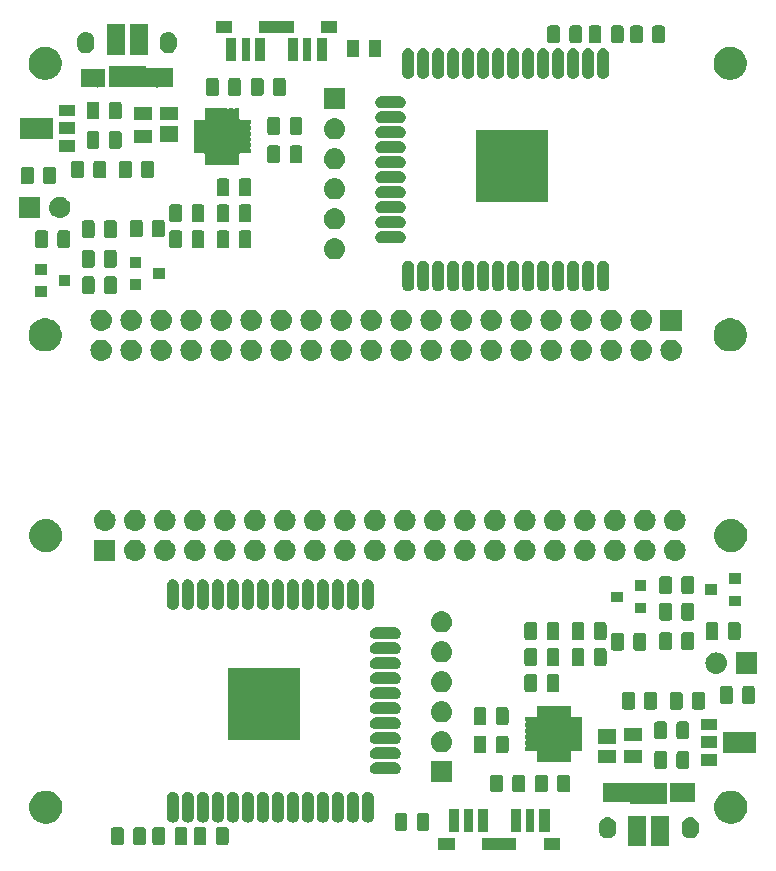
<source format=gbr>
G04 #@! TF.GenerationSoftware,KiCad,Pcbnew,5.0.1*
G04 #@! TF.CreationDate,2019-08-26T08:25:50-04:00*
G04 #@! TF.ProjectId,ESP32-Zip-Panelized,45535033322D5A69702D50616E656C69,rev?*
G04 #@! TF.SameCoordinates,Original*
G04 #@! TF.FileFunction,Soldermask,Top*
G04 #@! TF.FilePolarity,Negative*
%FSLAX46Y46*%
G04 Gerber Fmt 4.6, Leading zero omitted, Abs format (unit mm)*
G04 Created by KiCad (PCBNEW 5.0.1) date Mon 26 Aug 2019 08:25:50 AM EDT*
%MOMM*%
%LPD*%
G01*
G04 APERTURE LIST*
%ADD10C,0.100000*%
G04 APERTURE END LIST*
D10*
G36*
X87051000Y-80201000D02*
X85649000Y-80201000D01*
X85649000Y-79199000D01*
X87051000Y-79199000D01*
X87051000Y-80201000D01*
X87051000Y-80201000D01*
G37*
G36*
X83351000Y-80201000D02*
X80449000Y-80201000D01*
X80449000Y-79199000D01*
X83351000Y-79199000D01*
X83351000Y-80201000D01*
X83351000Y-80201000D01*
G37*
G36*
X78151000Y-80201000D02*
X76749000Y-80201000D01*
X76749000Y-79199000D01*
X78151000Y-79199000D01*
X78151000Y-80201000D01*
X78151000Y-80201000D01*
G37*
G36*
X94346000Y-79921000D02*
X92814000Y-79921000D01*
X92814000Y-77319000D01*
X94346000Y-77319000D01*
X94346000Y-79921000D01*
X94346000Y-79921000D01*
G37*
G36*
X96266000Y-79921000D02*
X94734000Y-79921000D01*
X94734000Y-77319000D01*
X96266000Y-77319000D01*
X96266000Y-79921000D01*
X96266000Y-79921000D01*
G37*
G36*
X53434466Y-78303565D02*
X53473137Y-78315296D01*
X53508779Y-78334348D01*
X53540017Y-78359983D01*
X53565652Y-78391221D01*
X53584704Y-78426863D01*
X53596435Y-78465534D01*
X53601000Y-78511888D01*
X53601000Y-79588112D01*
X53596435Y-79634466D01*
X53584704Y-79673137D01*
X53565652Y-79708779D01*
X53540017Y-79740017D01*
X53508779Y-79765652D01*
X53473137Y-79784704D01*
X53434466Y-79796435D01*
X53388112Y-79801000D01*
X52736888Y-79801000D01*
X52690534Y-79796435D01*
X52651863Y-79784704D01*
X52616221Y-79765652D01*
X52584983Y-79740017D01*
X52559348Y-79708779D01*
X52540296Y-79673137D01*
X52528565Y-79634466D01*
X52524000Y-79588112D01*
X52524000Y-78511888D01*
X52528565Y-78465534D01*
X52540296Y-78426863D01*
X52559348Y-78391221D01*
X52584983Y-78359983D01*
X52616221Y-78334348D01*
X52651863Y-78315296D01*
X52690534Y-78303565D01*
X52736888Y-78299000D01*
X53388112Y-78299000D01*
X53434466Y-78303565D01*
X53434466Y-78303565D01*
G37*
G36*
X58809466Y-78303565D02*
X58848137Y-78315296D01*
X58883779Y-78334348D01*
X58915017Y-78359983D01*
X58940652Y-78391221D01*
X58959704Y-78426863D01*
X58971435Y-78465534D01*
X58976000Y-78511888D01*
X58976000Y-79588112D01*
X58971435Y-79634466D01*
X58959704Y-79673137D01*
X58940652Y-79708779D01*
X58915017Y-79740017D01*
X58883779Y-79765652D01*
X58848137Y-79784704D01*
X58809466Y-79796435D01*
X58763112Y-79801000D01*
X58111888Y-79801000D01*
X58065534Y-79796435D01*
X58026863Y-79784704D01*
X57991221Y-79765652D01*
X57959983Y-79740017D01*
X57934348Y-79708779D01*
X57915296Y-79673137D01*
X57903565Y-79634466D01*
X57899000Y-79588112D01*
X57899000Y-78511888D01*
X57903565Y-78465534D01*
X57915296Y-78426863D01*
X57934348Y-78391221D01*
X57959983Y-78359983D01*
X57991221Y-78334348D01*
X58026863Y-78315296D01*
X58065534Y-78303565D01*
X58111888Y-78299000D01*
X58763112Y-78299000D01*
X58809466Y-78303565D01*
X58809466Y-78303565D01*
G37*
G36*
X56934466Y-78303565D02*
X56973137Y-78315296D01*
X57008779Y-78334348D01*
X57040017Y-78359983D01*
X57065652Y-78391221D01*
X57084704Y-78426863D01*
X57096435Y-78465534D01*
X57101000Y-78511888D01*
X57101000Y-79588112D01*
X57096435Y-79634466D01*
X57084704Y-79673137D01*
X57065652Y-79708779D01*
X57040017Y-79740017D01*
X57008779Y-79765652D01*
X56973137Y-79784704D01*
X56934466Y-79796435D01*
X56888112Y-79801000D01*
X56236888Y-79801000D01*
X56190534Y-79796435D01*
X56151863Y-79784704D01*
X56116221Y-79765652D01*
X56084983Y-79740017D01*
X56059348Y-79708779D01*
X56040296Y-79673137D01*
X56028565Y-79634466D01*
X56024000Y-79588112D01*
X56024000Y-78511888D01*
X56028565Y-78465534D01*
X56040296Y-78426863D01*
X56059348Y-78391221D01*
X56084983Y-78359983D01*
X56116221Y-78334348D01*
X56151863Y-78315296D01*
X56190534Y-78303565D01*
X56236888Y-78299000D01*
X56888112Y-78299000D01*
X56934466Y-78303565D01*
X56934466Y-78303565D01*
G37*
G36*
X51809466Y-78303565D02*
X51848137Y-78315296D01*
X51883779Y-78334348D01*
X51915017Y-78359983D01*
X51940652Y-78391221D01*
X51959704Y-78426863D01*
X51971435Y-78465534D01*
X51976000Y-78511888D01*
X51976000Y-79588112D01*
X51971435Y-79634466D01*
X51959704Y-79673137D01*
X51940652Y-79708779D01*
X51915017Y-79740017D01*
X51883779Y-79765652D01*
X51848137Y-79784704D01*
X51809466Y-79796435D01*
X51763112Y-79801000D01*
X51111888Y-79801000D01*
X51065534Y-79796435D01*
X51026863Y-79784704D01*
X50991221Y-79765652D01*
X50959983Y-79740017D01*
X50934348Y-79708779D01*
X50915296Y-79673137D01*
X50903565Y-79634466D01*
X50899000Y-79588112D01*
X50899000Y-78511888D01*
X50903565Y-78465534D01*
X50915296Y-78426863D01*
X50934348Y-78391221D01*
X50959983Y-78359983D01*
X50991221Y-78334348D01*
X51026863Y-78315296D01*
X51065534Y-78303565D01*
X51111888Y-78299000D01*
X51763112Y-78299000D01*
X51809466Y-78303565D01*
X51809466Y-78303565D01*
G37*
G36*
X55309466Y-78303565D02*
X55348137Y-78315296D01*
X55383779Y-78334348D01*
X55415017Y-78359983D01*
X55440652Y-78391221D01*
X55459704Y-78426863D01*
X55471435Y-78465534D01*
X55476000Y-78511888D01*
X55476000Y-79588112D01*
X55471435Y-79634466D01*
X55459704Y-79673137D01*
X55440652Y-79708779D01*
X55415017Y-79740017D01*
X55383779Y-79765652D01*
X55348137Y-79784704D01*
X55309466Y-79796435D01*
X55263112Y-79801000D01*
X54611888Y-79801000D01*
X54565534Y-79796435D01*
X54526863Y-79784704D01*
X54491221Y-79765652D01*
X54459983Y-79740017D01*
X54434348Y-79708779D01*
X54415296Y-79673137D01*
X54403565Y-79634466D01*
X54399000Y-79588112D01*
X54399000Y-78511888D01*
X54403565Y-78465534D01*
X54415296Y-78426863D01*
X54434348Y-78391221D01*
X54459983Y-78359983D01*
X54491221Y-78334348D01*
X54526863Y-78315296D01*
X54565534Y-78303565D01*
X54611888Y-78299000D01*
X55263112Y-78299000D01*
X55309466Y-78303565D01*
X55309466Y-78303565D01*
G37*
G36*
X49934466Y-78303565D02*
X49973137Y-78315296D01*
X50008779Y-78334348D01*
X50040017Y-78359983D01*
X50065652Y-78391221D01*
X50084704Y-78426863D01*
X50096435Y-78465534D01*
X50101000Y-78511888D01*
X50101000Y-79588112D01*
X50096435Y-79634466D01*
X50084704Y-79673137D01*
X50065652Y-79708779D01*
X50040017Y-79740017D01*
X50008779Y-79765652D01*
X49973137Y-79784704D01*
X49934466Y-79796435D01*
X49888112Y-79801000D01*
X49236888Y-79801000D01*
X49190534Y-79796435D01*
X49151863Y-79784704D01*
X49116221Y-79765652D01*
X49084983Y-79740017D01*
X49059348Y-79708779D01*
X49040296Y-79673137D01*
X49028565Y-79634466D01*
X49024000Y-79588112D01*
X49024000Y-78511888D01*
X49028565Y-78465534D01*
X49040296Y-78426863D01*
X49059348Y-78391221D01*
X49084983Y-78359983D01*
X49116221Y-78334348D01*
X49151863Y-78315296D01*
X49190534Y-78303565D01*
X49236888Y-78299000D01*
X49888112Y-78299000D01*
X49934466Y-78303565D01*
X49934466Y-78303565D01*
G37*
G36*
X98207320Y-77459505D02*
X98344171Y-77501019D01*
X98344173Y-77501020D01*
X98344176Y-77501021D01*
X98470295Y-77568432D01*
X98580843Y-77659157D01*
X98671568Y-77769704D01*
X98738979Y-77895823D01*
X98738979Y-77895824D01*
X98738981Y-77895828D01*
X98780495Y-78032679D01*
X98791000Y-78139341D01*
X98791000Y-78560658D01*
X98780495Y-78667320D01*
X98770278Y-78701000D01*
X98738980Y-78804176D01*
X98671568Y-78930296D01*
X98580843Y-79040843D01*
X98470296Y-79131568D01*
X98344177Y-79198979D01*
X98344174Y-79198980D01*
X98344172Y-79198981D01*
X98207321Y-79240495D01*
X98065000Y-79254512D01*
X97922680Y-79240495D01*
X97785829Y-79198981D01*
X97785827Y-79198980D01*
X97785824Y-79198979D01*
X97659705Y-79131568D01*
X97549160Y-79040845D01*
X97458430Y-78930292D01*
X97391021Y-78804177D01*
X97391019Y-78804172D01*
X97349505Y-78667321D01*
X97339000Y-78560659D01*
X97339000Y-78139342D01*
X97349505Y-78032680D01*
X97391019Y-77895829D01*
X97391020Y-77895827D01*
X97391021Y-77895824D01*
X97458432Y-77769705D01*
X97549157Y-77659157D01*
X97659704Y-77568432D01*
X97785823Y-77501021D01*
X97785826Y-77501020D01*
X97785828Y-77501019D01*
X97922679Y-77459505D01*
X98065000Y-77445488D01*
X98207320Y-77459505D01*
X98207320Y-77459505D01*
G37*
G36*
X91207320Y-77459505D02*
X91344171Y-77501019D01*
X91344173Y-77501020D01*
X91344176Y-77501021D01*
X91470295Y-77568432D01*
X91580843Y-77659157D01*
X91671568Y-77769704D01*
X91738979Y-77895823D01*
X91738979Y-77895824D01*
X91738981Y-77895828D01*
X91780495Y-78032679D01*
X91791000Y-78139341D01*
X91791000Y-78560658D01*
X91780495Y-78667320D01*
X91770278Y-78701000D01*
X91738980Y-78804176D01*
X91671568Y-78930296D01*
X91580843Y-79040843D01*
X91470296Y-79131568D01*
X91344177Y-79198979D01*
X91344174Y-79198980D01*
X91344172Y-79198981D01*
X91207321Y-79240495D01*
X91065000Y-79254512D01*
X90922680Y-79240495D01*
X90785829Y-79198981D01*
X90785827Y-79198980D01*
X90785824Y-79198979D01*
X90659705Y-79131568D01*
X90549160Y-79040845D01*
X90458430Y-78930292D01*
X90391021Y-78804177D01*
X90391019Y-78804172D01*
X90349505Y-78667321D01*
X90339000Y-78560659D01*
X90339000Y-78139342D01*
X90349505Y-78032680D01*
X90391019Y-77895829D01*
X90391020Y-77895827D01*
X90391021Y-77895824D01*
X90458432Y-77769705D01*
X90549157Y-77659157D01*
X90659704Y-77568432D01*
X90785823Y-77501021D01*
X90785826Y-77501020D01*
X90785828Y-77501019D01*
X90922679Y-77459505D01*
X91065000Y-77445488D01*
X91207320Y-77459505D01*
X91207320Y-77459505D01*
G37*
G36*
X83701000Y-78701000D02*
X82849000Y-78701000D01*
X82849000Y-76799000D01*
X83701000Y-76799000D01*
X83701000Y-78701000D01*
X83701000Y-78701000D01*
G37*
G36*
X78501000Y-78701000D02*
X77649000Y-78701000D01*
X77649000Y-76799000D01*
X78501000Y-76799000D01*
X78501000Y-78701000D01*
X78501000Y-78701000D01*
G37*
G36*
X79651000Y-78701000D02*
X78949000Y-78701000D01*
X78949000Y-76799000D01*
X79651000Y-76799000D01*
X79651000Y-78701000D01*
X79651000Y-78701000D01*
G37*
G36*
X84851000Y-78701000D02*
X84149000Y-78701000D01*
X84149000Y-76799000D01*
X84851000Y-76799000D01*
X84851000Y-78701000D01*
X84851000Y-78701000D01*
G37*
G36*
X80951000Y-78701000D02*
X80099000Y-78701000D01*
X80099000Y-76799000D01*
X80951000Y-76799000D01*
X80951000Y-78701000D01*
X80951000Y-78701000D01*
G37*
G36*
X86151000Y-78701000D02*
X85299000Y-78701000D01*
X85299000Y-76799000D01*
X86151000Y-76799000D01*
X86151000Y-78701000D01*
X86151000Y-78701000D01*
G37*
G36*
X73934466Y-77103565D02*
X73973137Y-77115296D01*
X74008779Y-77134348D01*
X74040017Y-77159983D01*
X74065652Y-77191221D01*
X74084704Y-77226863D01*
X74096435Y-77265534D01*
X74101000Y-77311888D01*
X74101000Y-78388112D01*
X74096435Y-78434466D01*
X74084704Y-78473137D01*
X74065652Y-78508779D01*
X74040017Y-78540017D01*
X74008779Y-78565652D01*
X73973137Y-78584704D01*
X73934466Y-78596435D01*
X73888112Y-78601000D01*
X73236888Y-78601000D01*
X73190534Y-78596435D01*
X73151863Y-78584704D01*
X73116221Y-78565652D01*
X73084983Y-78540017D01*
X73059348Y-78508779D01*
X73040296Y-78473137D01*
X73028565Y-78434466D01*
X73024000Y-78388112D01*
X73024000Y-77311888D01*
X73028565Y-77265534D01*
X73040296Y-77226863D01*
X73059348Y-77191221D01*
X73084983Y-77159983D01*
X73116221Y-77134348D01*
X73151863Y-77115296D01*
X73190534Y-77103565D01*
X73236888Y-77099000D01*
X73888112Y-77099000D01*
X73934466Y-77103565D01*
X73934466Y-77103565D01*
G37*
G36*
X75809466Y-77103565D02*
X75848137Y-77115296D01*
X75883779Y-77134348D01*
X75915017Y-77159983D01*
X75940652Y-77191221D01*
X75959704Y-77226863D01*
X75971435Y-77265534D01*
X75976000Y-77311888D01*
X75976000Y-78388112D01*
X75971435Y-78434466D01*
X75959704Y-78473137D01*
X75940652Y-78508779D01*
X75915017Y-78540017D01*
X75883779Y-78565652D01*
X75848137Y-78584704D01*
X75809466Y-78596435D01*
X75763112Y-78601000D01*
X75111888Y-78601000D01*
X75065534Y-78596435D01*
X75026863Y-78584704D01*
X74991221Y-78565652D01*
X74959983Y-78540017D01*
X74934348Y-78508779D01*
X74915296Y-78473137D01*
X74903565Y-78434466D01*
X74899000Y-78388112D01*
X74899000Y-77311888D01*
X74903565Y-77265534D01*
X74915296Y-77226863D01*
X74934348Y-77191221D01*
X74959983Y-77159983D01*
X74991221Y-77134348D01*
X75026863Y-77115296D01*
X75065534Y-77103565D01*
X75111888Y-77099000D01*
X75763112Y-77099000D01*
X75809466Y-77103565D01*
X75809466Y-77103565D01*
G37*
G36*
X101759333Y-75223137D02*
X101908657Y-75252839D01*
X101998412Y-75290017D01*
X102163621Y-75358449D01*
X102393089Y-75511774D01*
X102588226Y-75706911D01*
X102741551Y-75936379D01*
X102758388Y-75977027D01*
X102842676Y-76180515D01*
X102847161Y-76191344D01*
X102901000Y-76462012D01*
X102901000Y-76737988D01*
X102847161Y-77008656D01*
X102741551Y-77263621D01*
X102588226Y-77493089D01*
X102393089Y-77688226D01*
X102163621Y-77841551D01*
X102037599Y-77893751D01*
X101908657Y-77947161D01*
X101818433Y-77965107D01*
X101637988Y-78001000D01*
X101362012Y-78001000D01*
X101181567Y-77965107D01*
X101091343Y-77947161D01*
X100962401Y-77893751D01*
X100836379Y-77841551D01*
X100606911Y-77688226D01*
X100411774Y-77493089D01*
X100258449Y-77263621D01*
X100152839Y-77008656D01*
X100099000Y-76737988D01*
X100099000Y-76462012D01*
X100152839Y-76191344D01*
X100157325Y-76180515D01*
X100241612Y-75977027D01*
X100258449Y-75936379D01*
X100411774Y-75706911D01*
X100606911Y-75511774D01*
X100836379Y-75358449D01*
X101001588Y-75290017D01*
X101091343Y-75252839D01*
X101240667Y-75223137D01*
X101362012Y-75199000D01*
X101637988Y-75199000D01*
X101759333Y-75223137D01*
X101759333Y-75223137D01*
G37*
G36*
X43759333Y-75223137D02*
X43908657Y-75252839D01*
X43998412Y-75290017D01*
X44163621Y-75358449D01*
X44393089Y-75511774D01*
X44588226Y-75706911D01*
X44741551Y-75936379D01*
X44758388Y-75977027D01*
X44842676Y-76180515D01*
X44847161Y-76191344D01*
X44901000Y-76462012D01*
X44901000Y-76737988D01*
X44847161Y-77008656D01*
X44741551Y-77263621D01*
X44588226Y-77493089D01*
X44393089Y-77688226D01*
X44163621Y-77841551D01*
X44037599Y-77893751D01*
X43908657Y-77947161D01*
X43818433Y-77965107D01*
X43637988Y-78001000D01*
X43362012Y-78001000D01*
X43181567Y-77965107D01*
X43091343Y-77947161D01*
X42962401Y-77893751D01*
X42836379Y-77841551D01*
X42606911Y-77688226D01*
X42411774Y-77493089D01*
X42258449Y-77263621D01*
X42152839Y-77008656D01*
X42099000Y-76737988D01*
X42099000Y-76462012D01*
X42152839Y-76191344D01*
X42157325Y-76180515D01*
X42241612Y-75977027D01*
X42258449Y-75936379D01*
X42411774Y-75706911D01*
X42606911Y-75511774D01*
X42836379Y-75358449D01*
X43001588Y-75290017D01*
X43091343Y-75252839D01*
X43240667Y-75223137D01*
X43362012Y-75199000D01*
X43637988Y-75199000D01*
X43759333Y-75223137D01*
X43759333Y-75223137D01*
G37*
G36*
X54348213Y-75306249D02*
X54442652Y-75334897D01*
X54529687Y-75381418D01*
X54605975Y-75444025D01*
X54668582Y-75520313D01*
X54715103Y-75607348D01*
X54743751Y-75701787D01*
X54751000Y-75775388D01*
X54751000Y-77424612D01*
X54743751Y-77498213D01*
X54715103Y-77592652D01*
X54668582Y-77679687D01*
X54605975Y-77755975D01*
X54529687Y-77818582D01*
X54442651Y-77865103D01*
X54348212Y-77893751D01*
X54250000Y-77903424D01*
X54151787Y-77893751D01*
X54057348Y-77865103D01*
X53970313Y-77818582D01*
X53894025Y-77755975D01*
X53831418Y-77679687D01*
X53784897Y-77592651D01*
X53756249Y-77498212D01*
X53749000Y-77424611D01*
X53749001Y-75775388D01*
X53756250Y-75701787D01*
X53784898Y-75607348D01*
X53831419Y-75520313D01*
X53894026Y-75444025D01*
X53970314Y-75381418D01*
X54057349Y-75334897D01*
X54151788Y-75306249D01*
X54250000Y-75296576D01*
X54348213Y-75306249D01*
X54348213Y-75306249D01*
G37*
G36*
X55618213Y-75306249D02*
X55712652Y-75334897D01*
X55799687Y-75381418D01*
X55875975Y-75444025D01*
X55938582Y-75520313D01*
X55985103Y-75607348D01*
X56013751Y-75701787D01*
X56021000Y-75775388D01*
X56021000Y-77424612D01*
X56013751Y-77498213D01*
X55985103Y-77592652D01*
X55938582Y-77679687D01*
X55875975Y-77755975D01*
X55799687Y-77818582D01*
X55712651Y-77865103D01*
X55618212Y-77893751D01*
X55520000Y-77903424D01*
X55421787Y-77893751D01*
X55327348Y-77865103D01*
X55240313Y-77818582D01*
X55164025Y-77755975D01*
X55101418Y-77679687D01*
X55054897Y-77592651D01*
X55026249Y-77498212D01*
X55019000Y-77424611D01*
X55019001Y-75775388D01*
X55026250Y-75701787D01*
X55054898Y-75607348D01*
X55101419Y-75520313D01*
X55164026Y-75444025D01*
X55240314Y-75381418D01*
X55327349Y-75334897D01*
X55421788Y-75306249D01*
X55520000Y-75296576D01*
X55618213Y-75306249D01*
X55618213Y-75306249D01*
G37*
G36*
X56888213Y-75306249D02*
X56982652Y-75334897D01*
X57069687Y-75381418D01*
X57145975Y-75444025D01*
X57208582Y-75520313D01*
X57255103Y-75607348D01*
X57283751Y-75701787D01*
X57291000Y-75775388D01*
X57291000Y-77424612D01*
X57283751Y-77498213D01*
X57255103Y-77592652D01*
X57208582Y-77679687D01*
X57145975Y-77755975D01*
X57069687Y-77818582D01*
X56982651Y-77865103D01*
X56888212Y-77893751D01*
X56790000Y-77903424D01*
X56691787Y-77893751D01*
X56597348Y-77865103D01*
X56510313Y-77818582D01*
X56434025Y-77755975D01*
X56371418Y-77679687D01*
X56324897Y-77592651D01*
X56296249Y-77498212D01*
X56289000Y-77424611D01*
X56289001Y-75775388D01*
X56296250Y-75701787D01*
X56324898Y-75607348D01*
X56371419Y-75520313D01*
X56434026Y-75444025D01*
X56510314Y-75381418D01*
X56597349Y-75334897D01*
X56691788Y-75306249D01*
X56790000Y-75296576D01*
X56888213Y-75306249D01*
X56888213Y-75306249D01*
G37*
G36*
X58158213Y-75306249D02*
X58252652Y-75334897D01*
X58339687Y-75381418D01*
X58415975Y-75444025D01*
X58478582Y-75520313D01*
X58525103Y-75607348D01*
X58553751Y-75701787D01*
X58561000Y-75775388D01*
X58561000Y-77424612D01*
X58553751Y-77498213D01*
X58525103Y-77592652D01*
X58478582Y-77679687D01*
X58415975Y-77755975D01*
X58339687Y-77818582D01*
X58252651Y-77865103D01*
X58158212Y-77893751D01*
X58060000Y-77903424D01*
X57961787Y-77893751D01*
X57867348Y-77865103D01*
X57780313Y-77818582D01*
X57704025Y-77755975D01*
X57641418Y-77679687D01*
X57594897Y-77592651D01*
X57566249Y-77498212D01*
X57559000Y-77424611D01*
X57559001Y-75775388D01*
X57566250Y-75701787D01*
X57594898Y-75607348D01*
X57641419Y-75520313D01*
X57704026Y-75444025D01*
X57780314Y-75381418D01*
X57867349Y-75334897D01*
X57961788Y-75306249D01*
X58060000Y-75296576D01*
X58158213Y-75306249D01*
X58158213Y-75306249D01*
G37*
G36*
X59428213Y-75306249D02*
X59522652Y-75334897D01*
X59609687Y-75381418D01*
X59685975Y-75444025D01*
X59748582Y-75520313D01*
X59795103Y-75607348D01*
X59823751Y-75701787D01*
X59831000Y-75775388D01*
X59831000Y-77424612D01*
X59823751Y-77498213D01*
X59795103Y-77592652D01*
X59748582Y-77679687D01*
X59685975Y-77755975D01*
X59609687Y-77818582D01*
X59522651Y-77865103D01*
X59428212Y-77893751D01*
X59330000Y-77903424D01*
X59231787Y-77893751D01*
X59137348Y-77865103D01*
X59050313Y-77818582D01*
X58974025Y-77755975D01*
X58911418Y-77679687D01*
X58864897Y-77592651D01*
X58836249Y-77498212D01*
X58829000Y-77424611D01*
X58829001Y-75775388D01*
X58836250Y-75701787D01*
X58864898Y-75607348D01*
X58911419Y-75520313D01*
X58974026Y-75444025D01*
X59050314Y-75381418D01*
X59137349Y-75334897D01*
X59231788Y-75306249D01*
X59330000Y-75296576D01*
X59428213Y-75306249D01*
X59428213Y-75306249D01*
G37*
G36*
X60698213Y-75306249D02*
X60792652Y-75334897D01*
X60879687Y-75381418D01*
X60955975Y-75444025D01*
X61018582Y-75520313D01*
X61065103Y-75607348D01*
X61093751Y-75701787D01*
X61101000Y-75775388D01*
X61101000Y-77424612D01*
X61093751Y-77498213D01*
X61065103Y-77592652D01*
X61018582Y-77679687D01*
X60955975Y-77755975D01*
X60879687Y-77818582D01*
X60792651Y-77865103D01*
X60698212Y-77893751D01*
X60600000Y-77903424D01*
X60501787Y-77893751D01*
X60407348Y-77865103D01*
X60320313Y-77818582D01*
X60244025Y-77755975D01*
X60181418Y-77679687D01*
X60134897Y-77592651D01*
X60106249Y-77498212D01*
X60099000Y-77424611D01*
X60099001Y-75775388D01*
X60106250Y-75701787D01*
X60134898Y-75607348D01*
X60181419Y-75520313D01*
X60244026Y-75444025D01*
X60320314Y-75381418D01*
X60407349Y-75334897D01*
X60501788Y-75306249D01*
X60600000Y-75296576D01*
X60698213Y-75306249D01*
X60698213Y-75306249D01*
G37*
G36*
X61968213Y-75306249D02*
X62062652Y-75334897D01*
X62149687Y-75381418D01*
X62225975Y-75444025D01*
X62288582Y-75520313D01*
X62335103Y-75607348D01*
X62363751Y-75701787D01*
X62371000Y-75775388D01*
X62371000Y-77424612D01*
X62363751Y-77498213D01*
X62335103Y-77592652D01*
X62288582Y-77679687D01*
X62225975Y-77755975D01*
X62149687Y-77818582D01*
X62062651Y-77865103D01*
X61968212Y-77893751D01*
X61870000Y-77903424D01*
X61771787Y-77893751D01*
X61677348Y-77865103D01*
X61590313Y-77818582D01*
X61514025Y-77755975D01*
X61451418Y-77679687D01*
X61404897Y-77592651D01*
X61376249Y-77498212D01*
X61369000Y-77424611D01*
X61369001Y-75775388D01*
X61376250Y-75701787D01*
X61404898Y-75607348D01*
X61451419Y-75520313D01*
X61514026Y-75444025D01*
X61590314Y-75381418D01*
X61677349Y-75334897D01*
X61771788Y-75306249D01*
X61870000Y-75296576D01*
X61968213Y-75306249D01*
X61968213Y-75306249D01*
G37*
G36*
X64508213Y-75306249D02*
X64602652Y-75334897D01*
X64689687Y-75381418D01*
X64765975Y-75444025D01*
X64828582Y-75520313D01*
X64875103Y-75607348D01*
X64903751Y-75701787D01*
X64911000Y-75775388D01*
X64911000Y-77424612D01*
X64903751Y-77498213D01*
X64875103Y-77592652D01*
X64828582Y-77679687D01*
X64765975Y-77755975D01*
X64689687Y-77818582D01*
X64602651Y-77865103D01*
X64508212Y-77893751D01*
X64410000Y-77903424D01*
X64311787Y-77893751D01*
X64217348Y-77865103D01*
X64130313Y-77818582D01*
X64054025Y-77755975D01*
X63991418Y-77679687D01*
X63944897Y-77592651D01*
X63916249Y-77498212D01*
X63909000Y-77424611D01*
X63909001Y-75775388D01*
X63916250Y-75701787D01*
X63944898Y-75607348D01*
X63991419Y-75520313D01*
X64054026Y-75444025D01*
X64130314Y-75381418D01*
X64217349Y-75334897D01*
X64311788Y-75306249D01*
X64410000Y-75296576D01*
X64508213Y-75306249D01*
X64508213Y-75306249D01*
G37*
G36*
X65778213Y-75306249D02*
X65872652Y-75334897D01*
X65959687Y-75381418D01*
X66035975Y-75444025D01*
X66098582Y-75520313D01*
X66145103Y-75607348D01*
X66173751Y-75701787D01*
X66181000Y-75775388D01*
X66181000Y-77424612D01*
X66173751Y-77498213D01*
X66145103Y-77592652D01*
X66098582Y-77679687D01*
X66035975Y-77755975D01*
X65959687Y-77818582D01*
X65872651Y-77865103D01*
X65778212Y-77893751D01*
X65680000Y-77903424D01*
X65581787Y-77893751D01*
X65487348Y-77865103D01*
X65400313Y-77818582D01*
X65324025Y-77755975D01*
X65261418Y-77679687D01*
X65214897Y-77592651D01*
X65186249Y-77498212D01*
X65179000Y-77424611D01*
X65179001Y-75775388D01*
X65186250Y-75701787D01*
X65214898Y-75607348D01*
X65261419Y-75520313D01*
X65324026Y-75444025D01*
X65400314Y-75381418D01*
X65487349Y-75334897D01*
X65581788Y-75306249D01*
X65680000Y-75296576D01*
X65778213Y-75306249D01*
X65778213Y-75306249D01*
G37*
G36*
X67048213Y-75306249D02*
X67142652Y-75334897D01*
X67229687Y-75381418D01*
X67305975Y-75444025D01*
X67368582Y-75520313D01*
X67415103Y-75607348D01*
X67443751Y-75701787D01*
X67451000Y-75775388D01*
X67451000Y-77424612D01*
X67443751Y-77498213D01*
X67415103Y-77592652D01*
X67368582Y-77679687D01*
X67305975Y-77755975D01*
X67229687Y-77818582D01*
X67142651Y-77865103D01*
X67048212Y-77893751D01*
X66950000Y-77903424D01*
X66851787Y-77893751D01*
X66757348Y-77865103D01*
X66670313Y-77818582D01*
X66594025Y-77755975D01*
X66531418Y-77679687D01*
X66484897Y-77592651D01*
X66456249Y-77498212D01*
X66449000Y-77424611D01*
X66449001Y-75775388D01*
X66456250Y-75701787D01*
X66484898Y-75607348D01*
X66531419Y-75520313D01*
X66594026Y-75444025D01*
X66670314Y-75381418D01*
X66757349Y-75334897D01*
X66851788Y-75306249D01*
X66950000Y-75296576D01*
X67048213Y-75306249D01*
X67048213Y-75306249D01*
G37*
G36*
X68318213Y-75306249D02*
X68412652Y-75334897D01*
X68499687Y-75381418D01*
X68575975Y-75444025D01*
X68638582Y-75520313D01*
X68685103Y-75607348D01*
X68713751Y-75701787D01*
X68721000Y-75775388D01*
X68721000Y-77424612D01*
X68713751Y-77498213D01*
X68685103Y-77592652D01*
X68638582Y-77679687D01*
X68575975Y-77755975D01*
X68499687Y-77818582D01*
X68412651Y-77865103D01*
X68318212Y-77893751D01*
X68220000Y-77903424D01*
X68121787Y-77893751D01*
X68027348Y-77865103D01*
X67940313Y-77818582D01*
X67864025Y-77755975D01*
X67801418Y-77679687D01*
X67754897Y-77592651D01*
X67726249Y-77498212D01*
X67719000Y-77424611D01*
X67719001Y-75775388D01*
X67726250Y-75701787D01*
X67754898Y-75607348D01*
X67801419Y-75520313D01*
X67864026Y-75444025D01*
X67940314Y-75381418D01*
X68027349Y-75334897D01*
X68121788Y-75306249D01*
X68220000Y-75296576D01*
X68318213Y-75306249D01*
X68318213Y-75306249D01*
G37*
G36*
X69588213Y-75306249D02*
X69682652Y-75334897D01*
X69769687Y-75381418D01*
X69845975Y-75444025D01*
X69908582Y-75520313D01*
X69955103Y-75607348D01*
X69983751Y-75701787D01*
X69991000Y-75775388D01*
X69991000Y-77424612D01*
X69983751Y-77498213D01*
X69955103Y-77592652D01*
X69908582Y-77679687D01*
X69845975Y-77755975D01*
X69769687Y-77818582D01*
X69682651Y-77865103D01*
X69588212Y-77893751D01*
X69490000Y-77903424D01*
X69391787Y-77893751D01*
X69297348Y-77865103D01*
X69210313Y-77818582D01*
X69134025Y-77755975D01*
X69071418Y-77679687D01*
X69024897Y-77592651D01*
X68996249Y-77498212D01*
X68989000Y-77424611D01*
X68989001Y-75775388D01*
X68996250Y-75701787D01*
X69024898Y-75607348D01*
X69071419Y-75520313D01*
X69134026Y-75444025D01*
X69210314Y-75381418D01*
X69297349Y-75334897D01*
X69391788Y-75306249D01*
X69490000Y-75296576D01*
X69588213Y-75306249D01*
X69588213Y-75306249D01*
G37*
G36*
X70858213Y-75306249D02*
X70952652Y-75334897D01*
X71039687Y-75381418D01*
X71115975Y-75444025D01*
X71178582Y-75520313D01*
X71225103Y-75607348D01*
X71253751Y-75701787D01*
X71261000Y-75775388D01*
X71261000Y-77424612D01*
X71253751Y-77498213D01*
X71225103Y-77592652D01*
X71178582Y-77679687D01*
X71115975Y-77755975D01*
X71039687Y-77818582D01*
X70952651Y-77865103D01*
X70858212Y-77893751D01*
X70760000Y-77903424D01*
X70661787Y-77893751D01*
X70567348Y-77865103D01*
X70480313Y-77818582D01*
X70404025Y-77755975D01*
X70341418Y-77679687D01*
X70294897Y-77592651D01*
X70266249Y-77498212D01*
X70259000Y-77424611D01*
X70259001Y-75775388D01*
X70266250Y-75701787D01*
X70294898Y-75607348D01*
X70341419Y-75520313D01*
X70404026Y-75444025D01*
X70480314Y-75381418D01*
X70567349Y-75334897D01*
X70661788Y-75306249D01*
X70760000Y-75296576D01*
X70858213Y-75306249D01*
X70858213Y-75306249D01*
G37*
G36*
X63238213Y-75306249D02*
X63332652Y-75334897D01*
X63419687Y-75381418D01*
X63495975Y-75444025D01*
X63558582Y-75520313D01*
X63605103Y-75607348D01*
X63633751Y-75701787D01*
X63641000Y-75775388D01*
X63641000Y-77424612D01*
X63633751Y-77498213D01*
X63605103Y-77592652D01*
X63558582Y-77679687D01*
X63495975Y-77755975D01*
X63419687Y-77818582D01*
X63332651Y-77865103D01*
X63238212Y-77893751D01*
X63140000Y-77903424D01*
X63041787Y-77893751D01*
X62947348Y-77865103D01*
X62860313Y-77818582D01*
X62784025Y-77755975D01*
X62721418Y-77679687D01*
X62674897Y-77592651D01*
X62646249Y-77498212D01*
X62639000Y-77424611D01*
X62639001Y-75775388D01*
X62646250Y-75701787D01*
X62674898Y-75607348D01*
X62721419Y-75520313D01*
X62784026Y-75444025D01*
X62860314Y-75381418D01*
X62947349Y-75334897D01*
X63041788Y-75306249D01*
X63140000Y-75296576D01*
X63238213Y-75306249D01*
X63238213Y-75306249D01*
G37*
G36*
X92182817Y-74557696D02*
X92202334Y-74563617D01*
X92226367Y-74568398D01*
X92238620Y-74569000D01*
X92791761Y-74569000D01*
X92796554Y-74572934D01*
X92818165Y-74584485D01*
X92841614Y-74591598D01*
X92866000Y-74594000D01*
X96091000Y-74594000D01*
X96091000Y-76346000D01*
X92989000Y-76346000D01*
X92989000Y-76296000D01*
X92986598Y-76271614D01*
X92979485Y-76248165D01*
X92967934Y-76226554D01*
X92952388Y-76207612D01*
X92933446Y-76192066D01*
X92911835Y-76180515D01*
X92888386Y-76173402D01*
X92864000Y-76171000D01*
X90639000Y-76171000D01*
X90639000Y-74569000D01*
X91891379Y-74569000D01*
X91915765Y-74566598D01*
X91927665Y-74563617D01*
X91947182Y-74557696D01*
X92065000Y-74546093D01*
X92182817Y-74557696D01*
X92182817Y-74557696D01*
G37*
G36*
X97088407Y-74548398D02*
X97100659Y-74549000D01*
X98491000Y-74549000D01*
X98491000Y-76151000D01*
X97100659Y-76151000D01*
X97088407Y-76151602D01*
X97065000Y-76153907D01*
X97041593Y-76151602D01*
X97029341Y-76151000D01*
X96389000Y-76151000D01*
X96389000Y-74549000D01*
X97029341Y-74549000D01*
X97041593Y-74548398D01*
X97065000Y-74546093D01*
X97088407Y-74548398D01*
X97088407Y-74548398D01*
G37*
G36*
X83909466Y-73853565D02*
X83948137Y-73865296D01*
X83983779Y-73884348D01*
X84015017Y-73909983D01*
X84040652Y-73941221D01*
X84059704Y-73976863D01*
X84071435Y-74015534D01*
X84076000Y-74061888D01*
X84076000Y-75138112D01*
X84071435Y-75184466D01*
X84059704Y-75223137D01*
X84040652Y-75258779D01*
X84015017Y-75290017D01*
X83983779Y-75315652D01*
X83948137Y-75334704D01*
X83909466Y-75346435D01*
X83863112Y-75351000D01*
X83211888Y-75351000D01*
X83165534Y-75346435D01*
X83126863Y-75334704D01*
X83091221Y-75315652D01*
X83059983Y-75290017D01*
X83034348Y-75258779D01*
X83015296Y-75223137D01*
X83003565Y-75184466D01*
X82999000Y-75138112D01*
X82999000Y-74061888D01*
X83003565Y-74015534D01*
X83015296Y-73976863D01*
X83034348Y-73941221D01*
X83059983Y-73909983D01*
X83091221Y-73884348D01*
X83126863Y-73865296D01*
X83165534Y-73853565D01*
X83211888Y-73849000D01*
X83863112Y-73849000D01*
X83909466Y-73853565D01*
X83909466Y-73853565D01*
G37*
G36*
X82034466Y-73853565D02*
X82073137Y-73865296D01*
X82108779Y-73884348D01*
X82140017Y-73909983D01*
X82165652Y-73941221D01*
X82184704Y-73976863D01*
X82196435Y-74015534D01*
X82201000Y-74061888D01*
X82201000Y-75138112D01*
X82196435Y-75184466D01*
X82184704Y-75223137D01*
X82165652Y-75258779D01*
X82140017Y-75290017D01*
X82108779Y-75315652D01*
X82073137Y-75334704D01*
X82034466Y-75346435D01*
X81988112Y-75351000D01*
X81336888Y-75351000D01*
X81290534Y-75346435D01*
X81251863Y-75334704D01*
X81216221Y-75315652D01*
X81184983Y-75290017D01*
X81159348Y-75258779D01*
X81140296Y-75223137D01*
X81128565Y-75184466D01*
X81124000Y-75138112D01*
X81124000Y-74061888D01*
X81128565Y-74015534D01*
X81140296Y-73976863D01*
X81159348Y-73941221D01*
X81184983Y-73909983D01*
X81216221Y-73884348D01*
X81251863Y-73865296D01*
X81290534Y-73853565D01*
X81336888Y-73849000D01*
X81988112Y-73849000D01*
X82034466Y-73853565D01*
X82034466Y-73853565D01*
G37*
G36*
X87709466Y-73853565D02*
X87748137Y-73865296D01*
X87783779Y-73884348D01*
X87815017Y-73909983D01*
X87840652Y-73941221D01*
X87859704Y-73976863D01*
X87871435Y-74015534D01*
X87876000Y-74061888D01*
X87876000Y-75138112D01*
X87871435Y-75184466D01*
X87859704Y-75223137D01*
X87840652Y-75258779D01*
X87815017Y-75290017D01*
X87783779Y-75315652D01*
X87748137Y-75334704D01*
X87709466Y-75346435D01*
X87663112Y-75351000D01*
X87011888Y-75351000D01*
X86965534Y-75346435D01*
X86926863Y-75334704D01*
X86891221Y-75315652D01*
X86859983Y-75290017D01*
X86834348Y-75258779D01*
X86815296Y-75223137D01*
X86803565Y-75184466D01*
X86799000Y-75138112D01*
X86799000Y-74061888D01*
X86803565Y-74015534D01*
X86815296Y-73976863D01*
X86834348Y-73941221D01*
X86859983Y-73909983D01*
X86891221Y-73884348D01*
X86926863Y-73865296D01*
X86965534Y-73853565D01*
X87011888Y-73849000D01*
X87663112Y-73849000D01*
X87709466Y-73853565D01*
X87709466Y-73853565D01*
G37*
G36*
X85834466Y-73853565D02*
X85873137Y-73865296D01*
X85908779Y-73884348D01*
X85940017Y-73909983D01*
X85965652Y-73941221D01*
X85984704Y-73976863D01*
X85996435Y-74015534D01*
X86001000Y-74061888D01*
X86001000Y-75138112D01*
X85996435Y-75184466D01*
X85984704Y-75223137D01*
X85965652Y-75258779D01*
X85940017Y-75290017D01*
X85908779Y-75315652D01*
X85873137Y-75334704D01*
X85834466Y-75346435D01*
X85788112Y-75351000D01*
X85136888Y-75351000D01*
X85090534Y-75346435D01*
X85051863Y-75334704D01*
X85016221Y-75315652D01*
X84984983Y-75290017D01*
X84959348Y-75258779D01*
X84940296Y-75223137D01*
X84928565Y-75184466D01*
X84924000Y-75138112D01*
X84924000Y-74061888D01*
X84928565Y-74015534D01*
X84940296Y-73976863D01*
X84959348Y-73941221D01*
X84984983Y-73909983D01*
X85016221Y-73884348D01*
X85051863Y-73865296D01*
X85090534Y-73853565D01*
X85136888Y-73849000D01*
X85788112Y-73849000D01*
X85834466Y-73853565D01*
X85834466Y-73853565D01*
G37*
G36*
X77901000Y-74501000D02*
X76099000Y-74501000D01*
X76099000Y-72699000D01*
X77901000Y-72699000D01*
X77901000Y-74501000D01*
X77901000Y-74501000D01*
G37*
G36*
X73148213Y-72821249D02*
X73242652Y-72849897D01*
X73329687Y-72896418D01*
X73405975Y-72959025D01*
X73468582Y-73035313D01*
X73515103Y-73122348D01*
X73543751Y-73216787D01*
X73553424Y-73315000D01*
X73543751Y-73413213D01*
X73515103Y-73507652D01*
X73468582Y-73594687D01*
X73405975Y-73670975D01*
X73329687Y-73733582D01*
X73242652Y-73780103D01*
X73148213Y-73808751D01*
X73074612Y-73816000D01*
X71425388Y-73816000D01*
X71351787Y-73808751D01*
X71257348Y-73780103D01*
X71170313Y-73733582D01*
X71094025Y-73670975D01*
X71031418Y-73594687D01*
X70984897Y-73507652D01*
X70956249Y-73413213D01*
X70946576Y-73315000D01*
X70956249Y-73216787D01*
X70984897Y-73122348D01*
X71031418Y-73035313D01*
X71094025Y-72959025D01*
X71170313Y-72896418D01*
X71257348Y-72849897D01*
X71351787Y-72821249D01*
X71425388Y-72814000D01*
X73074612Y-72814000D01*
X73148213Y-72821249D01*
X73148213Y-72821249D01*
G37*
G36*
X95934466Y-71853565D02*
X95973137Y-71865296D01*
X96008779Y-71884348D01*
X96040017Y-71909983D01*
X96065652Y-71941221D01*
X96084704Y-71976863D01*
X96096435Y-72015534D01*
X96101000Y-72061888D01*
X96101000Y-73138112D01*
X96096435Y-73184466D01*
X96084704Y-73223137D01*
X96065652Y-73258779D01*
X96040017Y-73290017D01*
X96008779Y-73315652D01*
X95973137Y-73334704D01*
X95934466Y-73346435D01*
X95888112Y-73351000D01*
X95236888Y-73351000D01*
X95190534Y-73346435D01*
X95151863Y-73334704D01*
X95116221Y-73315652D01*
X95084983Y-73290017D01*
X95059348Y-73258779D01*
X95040296Y-73223137D01*
X95028565Y-73184466D01*
X95024000Y-73138112D01*
X95024000Y-72061888D01*
X95028565Y-72015534D01*
X95040296Y-71976863D01*
X95059348Y-71941221D01*
X95084983Y-71909983D01*
X95116221Y-71884348D01*
X95151863Y-71865296D01*
X95190534Y-71853565D01*
X95236888Y-71849000D01*
X95888112Y-71849000D01*
X95934466Y-71853565D01*
X95934466Y-71853565D01*
G37*
G36*
X97809466Y-71853565D02*
X97848137Y-71865296D01*
X97883779Y-71884348D01*
X97915017Y-71909983D01*
X97940652Y-71941221D01*
X97959704Y-71976863D01*
X97971435Y-72015534D01*
X97976000Y-72061888D01*
X97976000Y-73138112D01*
X97971435Y-73184466D01*
X97959704Y-73223137D01*
X97940652Y-73258779D01*
X97915017Y-73290017D01*
X97883779Y-73315652D01*
X97848137Y-73334704D01*
X97809466Y-73346435D01*
X97763112Y-73351000D01*
X97111888Y-73351000D01*
X97065534Y-73346435D01*
X97026863Y-73334704D01*
X96991221Y-73315652D01*
X96959983Y-73290017D01*
X96934348Y-73258779D01*
X96915296Y-73223137D01*
X96903565Y-73184466D01*
X96899000Y-73138112D01*
X96899000Y-72061888D01*
X96903565Y-72015534D01*
X96915296Y-71976863D01*
X96934348Y-71941221D01*
X96959983Y-71909983D01*
X96991221Y-71884348D01*
X97026863Y-71865296D01*
X97065534Y-71853565D01*
X97111888Y-71849000D01*
X97763112Y-71849000D01*
X97809466Y-71853565D01*
X97809466Y-71853565D01*
G37*
G36*
X100344500Y-73095500D02*
X98947100Y-73095500D01*
X98947100Y-72104500D01*
X100344500Y-72104500D01*
X100344500Y-73095500D01*
X100344500Y-73095500D01*
G37*
G36*
X93951000Y-72871000D02*
X92449000Y-72871000D01*
X92449000Y-71769000D01*
X93951000Y-71769000D01*
X93951000Y-72871000D01*
X93951000Y-72871000D01*
G37*
G36*
X91751000Y-72871000D02*
X90249000Y-72871000D01*
X90249000Y-71769000D01*
X91751000Y-71769000D01*
X91751000Y-72871000D01*
X91751000Y-72871000D01*
G37*
G36*
X85405357Y-68000083D02*
X85410028Y-68001500D01*
X85414330Y-68003800D01*
X85420705Y-68009031D01*
X85441080Y-68022644D01*
X85463719Y-68032020D01*
X85487753Y-68036800D01*
X85512257Y-68036799D01*
X85536291Y-68032017D01*
X85558929Y-68022639D01*
X85579295Y-68009031D01*
X85585670Y-68003800D01*
X85589972Y-68001500D01*
X85594643Y-68000083D01*
X85605641Y-67999000D01*
X85894359Y-67999000D01*
X85905357Y-68000083D01*
X85910028Y-68001500D01*
X85914330Y-68003800D01*
X85920705Y-68009031D01*
X85941080Y-68022644D01*
X85963719Y-68032020D01*
X85987753Y-68036800D01*
X86012257Y-68036799D01*
X86036291Y-68032017D01*
X86058929Y-68022639D01*
X86079295Y-68009031D01*
X86085670Y-68003800D01*
X86089972Y-68001500D01*
X86094643Y-68000083D01*
X86105641Y-67999000D01*
X86394359Y-67999000D01*
X86405357Y-68000083D01*
X86410028Y-68001500D01*
X86414330Y-68003800D01*
X86420705Y-68009031D01*
X86441080Y-68022644D01*
X86463719Y-68032020D01*
X86487753Y-68036800D01*
X86512257Y-68036799D01*
X86536291Y-68032017D01*
X86558929Y-68022639D01*
X86579295Y-68009031D01*
X86585670Y-68003800D01*
X86589972Y-68001500D01*
X86594643Y-68000083D01*
X86605641Y-67999000D01*
X86894359Y-67999000D01*
X86905357Y-68000083D01*
X86910028Y-68001500D01*
X86914330Y-68003800D01*
X86920705Y-68009031D01*
X86941080Y-68022644D01*
X86963719Y-68032020D01*
X86987753Y-68036800D01*
X87012257Y-68036799D01*
X87036291Y-68032017D01*
X87058929Y-68022639D01*
X87079295Y-68009031D01*
X87085670Y-68003800D01*
X87089972Y-68001500D01*
X87094643Y-68000083D01*
X87105641Y-67999000D01*
X87394359Y-67999000D01*
X87405357Y-68000083D01*
X87410028Y-68001500D01*
X87414330Y-68003800D01*
X87420705Y-68009031D01*
X87441080Y-68022644D01*
X87463719Y-68032020D01*
X87487753Y-68036800D01*
X87512257Y-68036799D01*
X87536291Y-68032017D01*
X87558929Y-68022639D01*
X87579295Y-68009031D01*
X87585670Y-68003800D01*
X87589972Y-68001500D01*
X87594643Y-68000083D01*
X87605641Y-67999000D01*
X87894359Y-67999000D01*
X87905357Y-68000083D01*
X87910028Y-68001500D01*
X87914330Y-68003800D01*
X87918104Y-68006896D01*
X87921200Y-68010670D01*
X87923500Y-68014972D01*
X87924917Y-68019643D01*
X87926000Y-68030641D01*
X87926000Y-68849000D01*
X87928402Y-68873386D01*
X87935515Y-68896835D01*
X87947066Y-68918446D01*
X87962612Y-68937388D01*
X87981554Y-68952934D01*
X88003165Y-68964485D01*
X88026614Y-68971598D01*
X88051000Y-68974000D01*
X88869359Y-68974000D01*
X88880357Y-68975083D01*
X88885028Y-68976500D01*
X88889330Y-68978800D01*
X88893104Y-68981896D01*
X88896200Y-68985670D01*
X88898500Y-68989972D01*
X88899917Y-68994643D01*
X88901000Y-69005641D01*
X88901000Y-69294359D01*
X88899917Y-69305357D01*
X88898500Y-69310028D01*
X88896200Y-69314330D01*
X88890969Y-69320705D01*
X88877356Y-69341080D01*
X88867980Y-69363719D01*
X88863200Y-69387753D01*
X88863201Y-69412257D01*
X88867983Y-69436291D01*
X88877361Y-69458929D01*
X88890969Y-69479295D01*
X88896200Y-69485670D01*
X88898500Y-69489972D01*
X88899917Y-69494643D01*
X88901000Y-69505641D01*
X88901000Y-69794359D01*
X88899917Y-69805357D01*
X88898500Y-69810028D01*
X88896200Y-69814330D01*
X88890969Y-69820705D01*
X88877356Y-69841080D01*
X88867980Y-69863719D01*
X88863200Y-69887753D01*
X88863201Y-69912257D01*
X88867983Y-69936291D01*
X88877361Y-69958929D01*
X88890969Y-69979295D01*
X88896200Y-69985670D01*
X88898500Y-69989972D01*
X88899917Y-69994643D01*
X88901000Y-70005641D01*
X88901000Y-70294359D01*
X88899917Y-70305357D01*
X88898500Y-70310028D01*
X88896200Y-70314330D01*
X88890969Y-70320705D01*
X88877356Y-70341080D01*
X88867980Y-70363719D01*
X88863200Y-70387753D01*
X88863201Y-70412257D01*
X88867983Y-70436291D01*
X88877361Y-70458929D01*
X88890969Y-70479295D01*
X88896200Y-70485670D01*
X88898500Y-70489972D01*
X88899917Y-70494643D01*
X88901000Y-70505641D01*
X88901000Y-70794359D01*
X88899917Y-70805357D01*
X88898500Y-70810028D01*
X88896200Y-70814330D01*
X88890969Y-70820705D01*
X88877356Y-70841080D01*
X88867980Y-70863719D01*
X88863200Y-70887753D01*
X88863201Y-70912257D01*
X88867983Y-70936291D01*
X88877361Y-70958929D01*
X88890969Y-70979295D01*
X88896200Y-70985670D01*
X88898500Y-70989972D01*
X88899917Y-70994643D01*
X88901000Y-71005641D01*
X88901000Y-71294359D01*
X88899917Y-71305357D01*
X88898500Y-71310028D01*
X88896200Y-71314330D01*
X88890969Y-71320705D01*
X88877356Y-71341080D01*
X88867980Y-71363719D01*
X88863200Y-71387753D01*
X88863201Y-71412257D01*
X88867983Y-71436291D01*
X88877361Y-71458929D01*
X88890969Y-71479295D01*
X88896200Y-71485670D01*
X88898500Y-71489972D01*
X88899917Y-71494643D01*
X88901000Y-71505641D01*
X88901000Y-71794359D01*
X88899917Y-71805357D01*
X88898500Y-71810028D01*
X88896200Y-71814330D01*
X88893104Y-71818104D01*
X88889330Y-71821200D01*
X88885028Y-71823500D01*
X88880357Y-71824917D01*
X88869359Y-71826000D01*
X88051000Y-71826000D01*
X88026614Y-71828402D01*
X88003165Y-71835515D01*
X87981554Y-71847066D01*
X87962612Y-71862612D01*
X87947066Y-71881554D01*
X87935515Y-71903165D01*
X87928402Y-71926614D01*
X87926000Y-71951000D01*
X87926000Y-72769359D01*
X87924917Y-72780357D01*
X87923500Y-72785028D01*
X87921200Y-72789330D01*
X87918104Y-72793104D01*
X87914330Y-72796200D01*
X87910028Y-72798500D01*
X87905357Y-72799917D01*
X87894359Y-72801000D01*
X87605641Y-72801000D01*
X87594643Y-72799917D01*
X87589972Y-72798500D01*
X87585670Y-72796200D01*
X87579295Y-72790969D01*
X87558920Y-72777356D01*
X87536281Y-72767980D01*
X87512247Y-72763200D01*
X87487743Y-72763201D01*
X87463709Y-72767983D01*
X87441071Y-72777361D01*
X87420705Y-72790969D01*
X87414330Y-72796200D01*
X87410028Y-72798500D01*
X87405357Y-72799917D01*
X87394359Y-72801000D01*
X87105641Y-72801000D01*
X87094643Y-72799917D01*
X87089972Y-72798500D01*
X87085670Y-72796200D01*
X87079295Y-72790969D01*
X87058920Y-72777356D01*
X87036281Y-72767980D01*
X87012247Y-72763200D01*
X86987743Y-72763201D01*
X86963709Y-72767983D01*
X86941071Y-72777361D01*
X86920705Y-72790969D01*
X86914330Y-72796200D01*
X86910028Y-72798500D01*
X86905357Y-72799917D01*
X86894359Y-72801000D01*
X86605641Y-72801000D01*
X86594643Y-72799917D01*
X86589972Y-72798500D01*
X86585670Y-72796200D01*
X86579295Y-72790969D01*
X86558920Y-72777356D01*
X86536281Y-72767980D01*
X86512247Y-72763200D01*
X86487743Y-72763201D01*
X86463709Y-72767983D01*
X86441071Y-72777361D01*
X86420705Y-72790969D01*
X86414330Y-72796200D01*
X86410028Y-72798500D01*
X86405357Y-72799917D01*
X86394359Y-72801000D01*
X86105641Y-72801000D01*
X86094643Y-72799917D01*
X86089972Y-72798500D01*
X86085670Y-72796200D01*
X86079295Y-72790969D01*
X86058920Y-72777356D01*
X86036281Y-72767980D01*
X86012247Y-72763200D01*
X85987743Y-72763201D01*
X85963709Y-72767983D01*
X85941071Y-72777361D01*
X85920705Y-72790969D01*
X85914330Y-72796200D01*
X85910028Y-72798500D01*
X85905357Y-72799917D01*
X85894359Y-72801000D01*
X85605641Y-72801000D01*
X85594643Y-72799917D01*
X85589972Y-72798500D01*
X85585670Y-72796200D01*
X85579295Y-72790969D01*
X85558920Y-72777356D01*
X85536281Y-72767980D01*
X85512247Y-72763200D01*
X85487743Y-72763201D01*
X85463709Y-72767983D01*
X85441071Y-72777361D01*
X85420705Y-72790969D01*
X85414330Y-72796200D01*
X85410028Y-72798500D01*
X85405357Y-72799917D01*
X85394359Y-72801000D01*
X85105641Y-72801000D01*
X85094643Y-72799917D01*
X85089972Y-72798500D01*
X85085670Y-72796200D01*
X85081896Y-72793104D01*
X85078800Y-72789330D01*
X85076500Y-72785028D01*
X85075083Y-72780357D01*
X85074000Y-72769359D01*
X85074000Y-71951000D01*
X85071598Y-71926614D01*
X85064485Y-71903165D01*
X85052934Y-71881554D01*
X85037388Y-71862612D01*
X85018446Y-71847066D01*
X84996835Y-71835515D01*
X84973386Y-71828402D01*
X84949000Y-71826000D01*
X84130641Y-71826000D01*
X84119643Y-71824917D01*
X84114972Y-71823500D01*
X84110670Y-71821200D01*
X84106896Y-71818104D01*
X84103800Y-71814330D01*
X84101500Y-71810028D01*
X84100083Y-71805357D01*
X84099000Y-71794359D01*
X84099000Y-71505641D01*
X84100083Y-71494643D01*
X84101500Y-71489972D01*
X84103800Y-71485670D01*
X84109031Y-71479295D01*
X84122644Y-71458920D01*
X84132020Y-71436281D01*
X84136800Y-71412247D01*
X84136799Y-71387743D01*
X84132017Y-71363709D01*
X84122639Y-71341071D01*
X84109031Y-71320705D01*
X84103800Y-71314330D01*
X84101500Y-71310028D01*
X84100083Y-71305357D01*
X84099000Y-71294359D01*
X84099000Y-71005641D01*
X84100083Y-70994643D01*
X84101500Y-70989972D01*
X84103800Y-70985670D01*
X84109031Y-70979295D01*
X84122644Y-70958920D01*
X84132020Y-70936281D01*
X84136800Y-70912247D01*
X84136799Y-70887743D01*
X84132017Y-70863709D01*
X84122639Y-70841071D01*
X84109031Y-70820705D01*
X84103800Y-70814330D01*
X84101500Y-70810028D01*
X84100083Y-70805357D01*
X84099000Y-70794359D01*
X84099000Y-70505641D01*
X84100083Y-70494643D01*
X84101500Y-70489972D01*
X84103800Y-70485670D01*
X84109031Y-70479295D01*
X84122644Y-70458920D01*
X84132020Y-70436281D01*
X84136800Y-70412247D01*
X84136799Y-70387743D01*
X84132017Y-70363709D01*
X84122639Y-70341071D01*
X84109031Y-70320705D01*
X84103800Y-70314330D01*
X84101500Y-70310028D01*
X84100083Y-70305357D01*
X84099000Y-70294359D01*
X84099000Y-70005641D01*
X84100083Y-69994643D01*
X84101500Y-69989972D01*
X84103800Y-69985670D01*
X84109031Y-69979295D01*
X84122644Y-69958920D01*
X84132020Y-69936281D01*
X84136800Y-69912247D01*
X84136799Y-69887743D01*
X84132017Y-69863709D01*
X84122639Y-69841071D01*
X84109031Y-69820705D01*
X84103800Y-69814330D01*
X84101500Y-69810028D01*
X84100083Y-69805357D01*
X84099000Y-69794359D01*
X84099000Y-69505641D01*
X84100083Y-69494643D01*
X84101500Y-69489972D01*
X84103800Y-69485670D01*
X84109031Y-69479295D01*
X84122644Y-69458920D01*
X84132020Y-69436281D01*
X84136800Y-69412247D01*
X84136799Y-69387743D01*
X84132017Y-69363709D01*
X84122639Y-69341071D01*
X84109031Y-69320705D01*
X84103800Y-69314330D01*
X84101500Y-69310028D01*
X84100083Y-69305357D01*
X84099000Y-69294359D01*
X84099000Y-69005641D01*
X84100083Y-68994643D01*
X84101500Y-68989972D01*
X84103800Y-68985670D01*
X84106896Y-68981896D01*
X84110670Y-68978800D01*
X84114972Y-68976500D01*
X84119643Y-68975083D01*
X84130641Y-68974000D01*
X84949000Y-68974000D01*
X84973386Y-68971598D01*
X84996835Y-68964485D01*
X85018446Y-68952934D01*
X85037388Y-68937388D01*
X85052934Y-68918446D01*
X85064485Y-68896835D01*
X85071598Y-68873386D01*
X85074000Y-68849000D01*
X85074000Y-68030641D01*
X85075083Y-68019643D01*
X85076500Y-68014972D01*
X85078800Y-68010670D01*
X85081896Y-68006896D01*
X85085670Y-68003800D01*
X85089972Y-68001500D01*
X85094643Y-68000083D01*
X85105641Y-67999000D01*
X85394359Y-67999000D01*
X85405357Y-68000083D01*
X85405357Y-68000083D01*
G37*
G36*
X73148213Y-71551249D02*
X73242652Y-71579897D01*
X73329687Y-71626418D01*
X73405975Y-71689025D01*
X73468582Y-71765313D01*
X73515103Y-71852348D01*
X73543751Y-71946787D01*
X73553424Y-72045000D01*
X73543751Y-72143213D01*
X73515103Y-72237652D01*
X73468582Y-72324687D01*
X73405975Y-72400975D01*
X73329687Y-72463582D01*
X73242652Y-72510103D01*
X73148213Y-72538751D01*
X73074612Y-72546000D01*
X71425388Y-72546000D01*
X71351787Y-72538751D01*
X71257348Y-72510103D01*
X71170313Y-72463582D01*
X71094025Y-72400975D01*
X71031418Y-72324687D01*
X70984897Y-72237652D01*
X70956249Y-72143213D01*
X70946576Y-72045000D01*
X70956249Y-71946787D01*
X70984897Y-71852348D01*
X71031418Y-71765313D01*
X71094025Y-71689025D01*
X71170313Y-71626418D01*
X71257348Y-71579897D01*
X71351787Y-71551249D01*
X71425388Y-71544000D01*
X73074612Y-71544000D01*
X73148213Y-71551249D01*
X73148213Y-71551249D01*
G37*
G36*
X82509466Y-70553565D02*
X82548137Y-70565296D01*
X82583779Y-70584348D01*
X82615017Y-70609983D01*
X82640652Y-70641221D01*
X82659704Y-70676863D01*
X82671435Y-70715534D01*
X82676000Y-70761888D01*
X82676000Y-71838112D01*
X82671435Y-71884466D01*
X82659704Y-71923137D01*
X82640652Y-71958779D01*
X82615017Y-71990017D01*
X82583779Y-72015652D01*
X82548137Y-72034704D01*
X82509466Y-72046435D01*
X82463112Y-72051000D01*
X81811888Y-72051000D01*
X81765534Y-72046435D01*
X81726863Y-72034704D01*
X81691221Y-72015652D01*
X81659983Y-71990017D01*
X81634348Y-71958779D01*
X81615296Y-71923137D01*
X81603565Y-71884466D01*
X81599000Y-71838112D01*
X81599000Y-70761888D01*
X81603565Y-70715534D01*
X81615296Y-70676863D01*
X81634348Y-70641221D01*
X81659983Y-70609983D01*
X81691221Y-70584348D01*
X81726863Y-70565296D01*
X81765534Y-70553565D01*
X81811888Y-70549000D01*
X82463112Y-70549000D01*
X82509466Y-70553565D01*
X82509466Y-70553565D01*
G37*
G36*
X80634466Y-70553565D02*
X80673137Y-70565296D01*
X80708779Y-70584348D01*
X80740017Y-70609983D01*
X80765652Y-70641221D01*
X80784704Y-70676863D01*
X80796435Y-70715534D01*
X80801000Y-70761888D01*
X80801000Y-71838112D01*
X80796435Y-71884466D01*
X80784704Y-71923137D01*
X80765652Y-71958779D01*
X80740017Y-71990017D01*
X80708779Y-72015652D01*
X80673137Y-72034704D01*
X80634466Y-72046435D01*
X80588112Y-72051000D01*
X79936888Y-72051000D01*
X79890534Y-72046435D01*
X79851863Y-72034704D01*
X79816221Y-72015652D01*
X79784983Y-71990017D01*
X79759348Y-71958779D01*
X79740296Y-71923137D01*
X79728565Y-71884466D01*
X79724000Y-71838112D01*
X79724000Y-70761888D01*
X79728565Y-70715534D01*
X79740296Y-70676863D01*
X79759348Y-70641221D01*
X79784983Y-70609983D01*
X79816221Y-70584348D01*
X79851863Y-70565296D01*
X79890534Y-70553565D01*
X79936888Y-70549000D01*
X80588112Y-70549000D01*
X80634466Y-70553565D01*
X80634466Y-70553565D01*
G37*
G36*
X103646500Y-72001900D02*
X100852100Y-72001900D01*
X100852100Y-70198100D01*
X103646500Y-70198100D01*
X103646500Y-72001900D01*
X103646500Y-72001900D01*
G37*
G36*
X77110442Y-70165518D02*
X77176627Y-70172037D01*
X77262545Y-70198100D01*
X77346467Y-70223557D01*
X77454401Y-70281250D01*
X77502991Y-70307222D01*
X77517709Y-70319301D01*
X77640186Y-70419814D01*
X77705807Y-70499775D01*
X77752778Y-70557009D01*
X77759452Y-70569495D01*
X77836443Y-70713533D01*
X77843865Y-70738000D01*
X77887963Y-70883373D01*
X77905359Y-71060000D01*
X77887963Y-71236627D01*
X77878218Y-71268751D01*
X77836443Y-71406467D01*
X77779440Y-71513110D01*
X77752778Y-71562991D01*
X77726098Y-71595500D01*
X77640186Y-71700186D01*
X77538729Y-71783448D01*
X77502991Y-71812778D01*
X77502989Y-71812779D01*
X77346467Y-71896443D01*
X77301831Y-71909983D01*
X77176627Y-71947963D01*
X77110442Y-71954482D01*
X77044260Y-71961000D01*
X76955740Y-71961000D01*
X76889558Y-71954482D01*
X76823373Y-71947963D01*
X76698169Y-71909983D01*
X76653533Y-71896443D01*
X76497011Y-71812779D01*
X76497009Y-71812778D01*
X76461271Y-71783448D01*
X76359814Y-71700186D01*
X76273902Y-71595500D01*
X76247222Y-71562991D01*
X76220560Y-71513110D01*
X76163557Y-71406467D01*
X76121782Y-71268751D01*
X76112037Y-71236627D01*
X76094641Y-71060000D01*
X76112037Y-70883373D01*
X76156135Y-70738000D01*
X76163557Y-70713533D01*
X76240548Y-70569495D01*
X76247222Y-70557009D01*
X76294193Y-70499775D01*
X76359814Y-70419814D01*
X76482291Y-70319301D01*
X76497009Y-70307222D01*
X76545599Y-70281250D01*
X76653533Y-70223557D01*
X76737455Y-70198100D01*
X76823373Y-70172037D01*
X76889558Y-70165518D01*
X76955740Y-70159000D01*
X77044260Y-70159000D01*
X77110442Y-70165518D01*
X77110442Y-70165518D01*
G37*
G36*
X100344500Y-71595500D02*
X98947100Y-71595500D01*
X98947100Y-70604500D01*
X100344500Y-70604500D01*
X100344500Y-71595500D01*
X100344500Y-71595500D01*
G37*
G36*
X73148213Y-70281249D02*
X73242652Y-70309897D01*
X73329687Y-70356418D01*
X73405975Y-70419025D01*
X73468582Y-70495313D01*
X73515103Y-70582348D01*
X73543751Y-70676787D01*
X73553424Y-70775000D01*
X73543751Y-70873213D01*
X73515103Y-70967652D01*
X73468582Y-71054687D01*
X73405975Y-71130975D01*
X73329687Y-71193582D01*
X73242652Y-71240103D01*
X73148213Y-71268751D01*
X73074612Y-71276000D01*
X71425388Y-71276000D01*
X71351787Y-71268751D01*
X71257348Y-71240103D01*
X71170313Y-71193582D01*
X71094025Y-71130975D01*
X71031418Y-71054687D01*
X70984897Y-70967652D01*
X70956249Y-70873213D01*
X70946576Y-70775000D01*
X70956249Y-70676787D01*
X70984897Y-70582348D01*
X71031418Y-70495313D01*
X71094025Y-70419025D01*
X71170313Y-70356418D01*
X71257348Y-70309897D01*
X71351787Y-70281249D01*
X71425388Y-70274000D01*
X73074612Y-70274000D01*
X73148213Y-70281249D01*
X73148213Y-70281249D01*
G37*
G36*
X91751000Y-71251000D02*
X90249000Y-71251000D01*
X90249000Y-69949000D01*
X91751000Y-69949000D01*
X91751000Y-71251000D01*
X91751000Y-71251000D01*
G37*
G36*
X93951000Y-70971000D02*
X92449000Y-70971000D01*
X92449000Y-69869000D01*
X93951000Y-69869000D01*
X93951000Y-70971000D01*
X93951000Y-70971000D01*
G37*
G36*
X65001000Y-70951000D02*
X58899000Y-70951000D01*
X58899000Y-64849000D01*
X65001000Y-64849000D01*
X65001000Y-70951000D01*
X65001000Y-70951000D01*
G37*
G36*
X97809466Y-69353565D02*
X97848137Y-69365296D01*
X97883779Y-69384348D01*
X97915017Y-69409983D01*
X97940652Y-69441221D01*
X97959704Y-69476863D01*
X97971435Y-69515534D01*
X97976000Y-69561888D01*
X97976000Y-70638112D01*
X97971435Y-70684466D01*
X97959704Y-70723137D01*
X97940652Y-70758779D01*
X97915017Y-70790017D01*
X97883779Y-70815652D01*
X97848137Y-70834704D01*
X97809466Y-70846435D01*
X97763112Y-70851000D01*
X97111888Y-70851000D01*
X97065534Y-70846435D01*
X97026863Y-70834704D01*
X96991221Y-70815652D01*
X96959983Y-70790017D01*
X96934348Y-70758779D01*
X96915296Y-70723137D01*
X96903565Y-70684466D01*
X96899000Y-70638112D01*
X96899000Y-69561888D01*
X96903565Y-69515534D01*
X96915296Y-69476863D01*
X96934348Y-69441221D01*
X96959983Y-69409983D01*
X96991221Y-69384348D01*
X97026863Y-69365296D01*
X97065534Y-69353565D01*
X97111888Y-69349000D01*
X97763112Y-69349000D01*
X97809466Y-69353565D01*
X97809466Y-69353565D01*
G37*
G36*
X95934466Y-69353565D02*
X95973137Y-69365296D01*
X96008779Y-69384348D01*
X96040017Y-69409983D01*
X96065652Y-69441221D01*
X96084704Y-69476863D01*
X96096435Y-69515534D01*
X96101000Y-69561888D01*
X96101000Y-70638112D01*
X96096435Y-70684466D01*
X96084704Y-70723137D01*
X96065652Y-70758779D01*
X96040017Y-70790017D01*
X96008779Y-70815652D01*
X95973137Y-70834704D01*
X95934466Y-70846435D01*
X95888112Y-70851000D01*
X95236888Y-70851000D01*
X95190534Y-70846435D01*
X95151863Y-70834704D01*
X95116221Y-70815652D01*
X95084983Y-70790017D01*
X95059348Y-70758779D01*
X95040296Y-70723137D01*
X95028565Y-70684466D01*
X95024000Y-70638112D01*
X95024000Y-69561888D01*
X95028565Y-69515534D01*
X95040296Y-69476863D01*
X95059348Y-69441221D01*
X95084983Y-69409983D01*
X95116221Y-69384348D01*
X95151863Y-69365296D01*
X95190534Y-69353565D01*
X95236888Y-69349000D01*
X95888112Y-69349000D01*
X95934466Y-69353565D01*
X95934466Y-69353565D01*
G37*
G36*
X100344500Y-70095500D02*
X98947100Y-70095500D01*
X98947100Y-69104500D01*
X100344500Y-69104500D01*
X100344500Y-70095500D01*
X100344500Y-70095500D01*
G37*
G36*
X73148213Y-69011249D02*
X73242652Y-69039897D01*
X73329687Y-69086418D01*
X73405975Y-69149025D01*
X73468582Y-69225313D01*
X73515103Y-69312348D01*
X73543751Y-69406787D01*
X73553424Y-69505000D01*
X73543751Y-69603213D01*
X73515103Y-69697652D01*
X73468582Y-69784687D01*
X73405975Y-69860975D01*
X73329687Y-69923582D01*
X73242652Y-69970103D01*
X73148213Y-69998751D01*
X73074612Y-70006000D01*
X71425388Y-70006000D01*
X71351787Y-69998751D01*
X71257348Y-69970103D01*
X71170313Y-69923582D01*
X71094025Y-69860975D01*
X71031418Y-69784687D01*
X70984897Y-69697652D01*
X70956249Y-69603213D01*
X70946576Y-69505000D01*
X70956249Y-69406787D01*
X70984897Y-69312348D01*
X71031418Y-69225313D01*
X71094025Y-69149025D01*
X71170313Y-69086418D01*
X71257348Y-69039897D01*
X71351787Y-69011249D01*
X71425388Y-69004000D01*
X73074612Y-69004000D01*
X73148213Y-69011249D01*
X73148213Y-69011249D01*
G37*
G36*
X80634466Y-68153565D02*
X80673137Y-68165296D01*
X80708779Y-68184348D01*
X80740017Y-68209983D01*
X80765652Y-68241221D01*
X80784704Y-68276863D01*
X80796435Y-68315534D01*
X80801000Y-68361888D01*
X80801000Y-69438112D01*
X80796435Y-69484466D01*
X80784704Y-69523137D01*
X80765652Y-69558779D01*
X80740017Y-69590017D01*
X80708779Y-69615652D01*
X80673137Y-69634704D01*
X80634466Y-69646435D01*
X80588112Y-69651000D01*
X79936888Y-69651000D01*
X79890534Y-69646435D01*
X79851863Y-69634704D01*
X79816221Y-69615652D01*
X79784983Y-69590017D01*
X79759348Y-69558779D01*
X79740296Y-69523137D01*
X79728565Y-69484466D01*
X79724000Y-69438112D01*
X79724000Y-68361888D01*
X79728565Y-68315534D01*
X79740296Y-68276863D01*
X79759348Y-68241221D01*
X79784983Y-68209983D01*
X79816221Y-68184348D01*
X79851863Y-68165296D01*
X79890534Y-68153565D01*
X79936888Y-68149000D01*
X80588112Y-68149000D01*
X80634466Y-68153565D01*
X80634466Y-68153565D01*
G37*
G36*
X82509466Y-68153565D02*
X82548137Y-68165296D01*
X82583779Y-68184348D01*
X82615017Y-68209983D01*
X82640652Y-68241221D01*
X82659704Y-68276863D01*
X82671435Y-68315534D01*
X82676000Y-68361888D01*
X82676000Y-69438112D01*
X82671435Y-69484466D01*
X82659704Y-69523137D01*
X82640652Y-69558779D01*
X82615017Y-69590017D01*
X82583779Y-69615652D01*
X82548137Y-69634704D01*
X82509466Y-69646435D01*
X82463112Y-69651000D01*
X81811888Y-69651000D01*
X81765534Y-69646435D01*
X81726863Y-69634704D01*
X81691221Y-69615652D01*
X81659983Y-69590017D01*
X81634348Y-69558779D01*
X81615296Y-69523137D01*
X81603565Y-69484466D01*
X81599000Y-69438112D01*
X81599000Y-68361888D01*
X81603565Y-68315534D01*
X81615296Y-68276863D01*
X81634348Y-68241221D01*
X81659983Y-68209983D01*
X81691221Y-68184348D01*
X81726863Y-68165296D01*
X81765534Y-68153565D01*
X81811888Y-68149000D01*
X82463112Y-68149000D01*
X82509466Y-68153565D01*
X82509466Y-68153565D01*
G37*
G36*
X77110442Y-67625518D02*
X77176627Y-67632037D01*
X77289853Y-67666384D01*
X77346467Y-67683557D01*
X77454401Y-67741250D01*
X77502991Y-67767222D01*
X77538729Y-67796552D01*
X77640186Y-67879814D01*
X77723448Y-67981271D01*
X77752778Y-68017009D01*
X77760800Y-68032017D01*
X77836443Y-68173533D01*
X77839759Y-68184466D01*
X77887963Y-68343373D01*
X77905359Y-68520000D01*
X77887963Y-68696627D01*
X77878218Y-68728751D01*
X77836443Y-68866467D01*
X77778386Y-68975083D01*
X77752778Y-69022991D01*
X77734853Y-69044832D01*
X77640186Y-69160186D01*
X77560827Y-69225313D01*
X77502991Y-69272778D01*
X77502989Y-69272779D01*
X77346467Y-69356443D01*
X77317282Y-69365296D01*
X77176627Y-69407963D01*
X77110442Y-69414482D01*
X77044260Y-69421000D01*
X76955740Y-69421000D01*
X76889558Y-69414482D01*
X76823373Y-69407963D01*
X76682718Y-69365296D01*
X76653533Y-69356443D01*
X76497011Y-69272779D01*
X76497009Y-69272778D01*
X76439173Y-69225313D01*
X76359814Y-69160186D01*
X76265147Y-69044832D01*
X76247222Y-69022991D01*
X76221614Y-68975083D01*
X76163557Y-68866467D01*
X76121782Y-68728751D01*
X76112037Y-68696627D01*
X76094641Y-68520000D01*
X76112037Y-68343373D01*
X76160241Y-68184466D01*
X76163557Y-68173533D01*
X76239200Y-68032017D01*
X76247222Y-68017009D01*
X76276552Y-67981271D01*
X76359814Y-67879814D01*
X76461271Y-67796552D01*
X76497009Y-67767222D01*
X76545599Y-67741250D01*
X76653533Y-67683557D01*
X76710147Y-67666384D01*
X76823373Y-67632037D01*
X76889558Y-67625518D01*
X76955740Y-67619000D01*
X77044260Y-67619000D01*
X77110442Y-67625518D01*
X77110442Y-67625518D01*
G37*
G36*
X73148213Y-67741249D02*
X73242652Y-67769897D01*
X73329687Y-67816418D01*
X73405975Y-67879025D01*
X73468582Y-67955313D01*
X73515103Y-68042348D01*
X73543751Y-68136787D01*
X73553424Y-68235000D01*
X73543751Y-68333213D01*
X73515103Y-68427652D01*
X73468582Y-68514687D01*
X73405975Y-68590975D01*
X73329687Y-68653582D01*
X73242652Y-68700103D01*
X73148213Y-68728751D01*
X73074612Y-68736000D01*
X71425388Y-68736000D01*
X71351787Y-68728751D01*
X71257348Y-68700103D01*
X71170313Y-68653582D01*
X71094025Y-68590975D01*
X71031418Y-68514687D01*
X70984897Y-68427652D01*
X70956249Y-68333213D01*
X70946576Y-68235000D01*
X70956249Y-68136787D01*
X70984897Y-68042348D01*
X71031418Y-67955313D01*
X71094025Y-67879025D01*
X71170313Y-67816418D01*
X71257348Y-67769897D01*
X71351787Y-67741249D01*
X71425388Y-67734000D01*
X73074612Y-67734000D01*
X73148213Y-67741249D01*
X73148213Y-67741249D01*
G37*
G36*
X99121966Y-66853565D02*
X99160637Y-66865296D01*
X99196279Y-66884348D01*
X99227517Y-66909983D01*
X99253152Y-66941221D01*
X99272204Y-66976863D01*
X99283935Y-67015534D01*
X99288500Y-67061888D01*
X99288500Y-68138112D01*
X99283935Y-68184466D01*
X99272204Y-68223137D01*
X99253152Y-68258779D01*
X99227517Y-68290017D01*
X99196279Y-68315652D01*
X99160637Y-68334704D01*
X99121966Y-68346435D01*
X99075612Y-68351000D01*
X98424388Y-68351000D01*
X98378034Y-68346435D01*
X98339363Y-68334704D01*
X98303721Y-68315652D01*
X98272483Y-68290017D01*
X98246848Y-68258779D01*
X98227796Y-68223137D01*
X98216065Y-68184466D01*
X98211500Y-68138112D01*
X98211500Y-67061888D01*
X98216065Y-67015534D01*
X98227796Y-66976863D01*
X98246848Y-66941221D01*
X98272483Y-66909983D01*
X98303721Y-66884348D01*
X98339363Y-66865296D01*
X98378034Y-66853565D01*
X98424388Y-66849000D01*
X99075612Y-66849000D01*
X99121966Y-66853565D01*
X99121966Y-66853565D01*
G37*
G36*
X93196966Y-66853565D02*
X93235637Y-66865296D01*
X93271279Y-66884348D01*
X93302517Y-66909983D01*
X93328152Y-66941221D01*
X93347204Y-66976863D01*
X93358935Y-67015534D01*
X93363500Y-67061888D01*
X93363500Y-68138112D01*
X93358935Y-68184466D01*
X93347204Y-68223137D01*
X93328152Y-68258779D01*
X93302517Y-68290017D01*
X93271279Y-68315652D01*
X93235637Y-68334704D01*
X93196966Y-68346435D01*
X93150612Y-68351000D01*
X92499388Y-68351000D01*
X92453034Y-68346435D01*
X92414363Y-68334704D01*
X92378721Y-68315652D01*
X92347483Y-68290017D01*
X92321848Y-68258779D01*
X92302796Y-68223137D01*
X92291065Y-68184466D01*
X92286500Y-68138112D01*
X92286500Y-67061888D01*
X92291065Y-67015534D01*
X92302796Y-66976863D01*
X92321848Y-66941221D01*
X92347483Y-66909983D01*
X92378721Y-66884348D01*
X92414363Y-66865296D01*
X92453034Y-66853565D01*
X92499388Y-66849000D01*
X93150612Y-66849000D01*
X93196966Y-66853565D01*
X93196966Y-66853565D01*
G37*
G36*
X95071966Y-66853565D02*
X95110637Y-66865296D01*
X95146279Y-66884348D01*
X95177517Y-66909983D01*
X95203152Y-66941221D01*
X95222204Y-66976863D01*
X95233935Y-67015534D01*
X95238500Y-67061888D01*
X95238500Y-68138112D01*
X95233935Y-68184466D01*
X95222204Y-68223137D01*
X95203152Y-68258779D01*
X95177517Y-68290017D01*
X95146279Y-68315652D01*
X95110637Y-68334704D01*
X95071966Y-68346435D01*
X95025612Y-68351000D01*
X94374388Y-68351000D01*
X94328034Y-68346435D01*
X94289363Y-68334704D01*
X94253721Y-68315652D01*
X94222483Y-68290017D01*
X94196848Y-68258779D01*
X94177796Y-68223137D01*
X94166065Y-68184466D01*
X94161500Y-68138112D01*
X94161500Y-67061888D01*
X94166065Y-67015534D01*
X94177796Y-66976863D01*
X94196848Y-66941221D01*
X94222483Y-66909983D01*
X94253721Y-66884348D01*
X94289363Y-66865296D01*
X94328034Y-66853565D01*
X94374388Y-66849000D01*
X95025612Y-66849000D01*
X95071966Y-66853565D01*
X95071966Y-66853565D01*
G37*
G36*
X97246966Y-66853565D02*
X97285637Y-66865296D01*
X97321279Y-66884348D01*
X97352517Y-66909983D01*
X97378152Y-66941221D01*
X97397204Y-66976863D01*
X97408935Y-67015534D01*
X97413500Y-67061888D01*
X97413500Y-68138112D01*
X97408935Y-68184466D01*
X97397204Y-68223137D01*
X97378152Y-68258779D01*
X97352517Y-68290017D01*
X97321279Y-68315652D01*
X97285637Y-68334704D01*
X97246966Y-68346435D01*
X97200612Y-68351000D01*
X96549388Y-68351000D01*
X96503034Y-68346435D01*
X96464363Y-68334704D01*
X96428721Y-68315652D01*
X96397483Y-68290017D01*
X96371848Y-68258779D01*
X96352796Y-68223137D01*
X96341065Y-68184466D01*
X96336500Y-68138112D01*
X96336500Y-67061888D01*
X96341065Y-67015534D01*
X96352796Y-66976863D01*
X96371848Y-66941221D01*
X96397483Y-66909983D01*
X96428721Y-66884348D01*
X96464363Y-66865296D01*
X96503034Y-66853565D01*
X96549388Y-66849000D01*
X97200612Y-66849000D01*
X97246966Y-66853565D01*
X97246966Y-66853565D01*
G37*
G36*
X103371966Y-66353565D02*
X103410637Y-66365296D01*
X103446279Y-66384348D01*
X103477517Y-66409983D01*
X103503152Y-66441221D01*
X103522204Y-66476863D01*
X103533935Y-66515534D01*
X103538500Y-66561888D01*
X103538500Y-67638112D01*
X103533935Y-67684466D01*
X103522204Y-67723137D01*
X103503152Y-67758779D01*
X103477517Y-67790017D01*
X103446279Y-67815652D01*
X103410637Y-67834704D01*
X103371966Y-67846435D01*
X103325612Y-67851000D01*
X102674388Y-67851000D01*
X102628034Y-67846435D01*
X102589363Y-67834704D01*
X102553721Y-67815652D01*
X102522483Y-67790017D01*
X102496848Y-67758779D01*
X102477796Y-67723137D01*
X102466065Y-67684466D01*
X102461500Y-67638112D01*
X102461500Y-66561888D01*
X102466065Y-66515534D01*
X102477796Y-66476863D01*
X102496848Y-66441221D01*
X102522483Y-66409983D01*
X102553721Y-66384348D01*
X102589363Y-66365296D01*
X102628034Y-66353565D01*
X102674388Y-66349000D01*
X103325612Y-66349000D01*
X103371966Y-66353565D01*
X103371966Y-66353565D01*
G37*
G36*
X101496966Y-66353565D02*
X101535637Y-66365296D01*
X101571279Y-66384348D01*
X101602517Y-66409983D01*
X101628152Y-66441221D01*
X101647204Y-66476863D01*
X101658935Y-66515534D01*
X101663500Y-66561888D01*
X101663500Y-67638112D01*
X101658935Y-67684466D01*
X101647204Y-67723137D01*
X101628152Y-67758779D01*
X101602517Y-67790017D01*
X101571279Y-67815652D01*
X101535637Y-67834704D01*
X101496966Y-67846435D01*
X101450612Y-67851000D01*
X100799388Y-67851000D01*
X100753034Y-67846435D01*
X100714363Y-67834704D01*
X100678721Y-67815652D01*
X100647483Y-67790017D01*
X100621848Y-67758779D01*
X100602796Y-67723137D01*
X100591065Y-67684466D01*
X100586500Y-67638112D01*
X100586500Y-66561888D01*
X100591065Y-66515534D01*
X100602796Y-66476863D01*
X100621848Y-66441221D01*
X100647483Y-66409983D01*
X100678721Y-66384348D01*
X100714363Y-66365296D01*
X100753034Y-66353565D01*
X100799388Y-66349000D01*
X101450612Y-66349000D01*
X101496966Y-66353565D01*
X101496966Y-66353565D01*
G37*
G36*
X73148213Y-66471249D02*
X73242652Y-66499897D01*
X73329687Y-66546418D01*
X73405975Y-66609025D01*
X73468582Y-66685313D01*
X73515103Y-66772348D01*
X73543751Y-66866787D01*
X73553424Y-66965000D01*
X73543751Y-67063213D01*
X73515103Y-67157652D01*
X73468582Y-67244687D01*
X73405975Y-67320975D01*
X73329687Y-67383582D01*
X73242652Y-67430103D01*
X73148213Y-67458751D01*
X73074612Y-67466000D01*
X71425388Y-67466000D01*
X71351787Y-67458751D01*
X71257348Y-67430103D01*
X71170313Y-67383582D01*
X71094025Y-67320975D01*
X71031418Y-67244687D01*
X70984897Y-67157652D01*
X70956249Y-67063213D01*
X70946576Y-66965000D01*
X70956249Y-66866787D01*
X70984897Y-66772348D01*
X71031418Y-66685313D01*
X71094025Y-66609025D01*
X71170313Y-66546418D01*
X71257348Y-66499897D01*
X71351787Y-66471249D01*
X71425388Y-66464000D01*
X73074612Y-66464000D01*
X73148213Y-66471249D01*
X73148213Y-66471249D01*
G37*
G36*
X77110443Y-65085519D02*
X77176627Y-65092037D01*
X77289853Y-65126384D01*
X77346467Y-65143557D01*
X77454401Y-65201250D01*
X77502991Y-65227222D01*
X77538729Y-65256552D01*
X77640186Y-65339814D01*
X77712443Y-65427861D01*
X77752778Y-65477009D01*
X77752779Y-65477011D01*
X77836443Y-65633533D01*
X77836443Y-65633534D01*
X77887963Y-65803373D01*
X77905359Y-65980000D01*
X77887963Y-66156627D01*
X77878218Y-66188751D01*
X77836443Y-66326467D01*
X77805504Y-66384348D01*
X77752778Y-66482991D01*
X77726335Y-66515212D01*
X77640186Y-66620186D01*
X77560827Y-66685313D01*
X77502991Y-66732778D01*
X77502989Y-66732779D01*
X77346467Y-66816443D01*
X77300110Y-66830505D01*
X77176627Y-66867963D01*
X77110442Y-66874482D01*
X77044260Y-66881000D01*
X76955740Y-66881000D01*
X76889558Y-66874482D01*
X76823373Y-66867963D01*
X76699890Y-66830505D01*
X76653533Y-66816443D01*
X76497011Y-66732779D01*
X76497009Y-66732778D01*
X76439173Y-66685313D01*
X76359814Y-66620186D01*
X76273665Y-66515212D01*
X76247222Y-66482991D01*
X76194496Y-66384348D01*
X76163557Y-66326467D01*
X76121782Y-66188751D01*
X76112037Y-66156627D01*
X76094641Y-65980000D01*
X76112037Y-65803373D01*
X76163557Y-65633534D01*
X76163557Y-65633533D01*
X76247221Y-65477011D01*
X76247222Y-65477009D01*
X76287557Y-65427861D01*
X76359814Y-65339814D01*
X76461271Y-65256552D01*
X76497009Y-65227222D01*
X76545599Y-65201250D01*
X76653533Y-65143557D01*
X76710147Y-65126384D01*
X76823373Y-65092037D01*
X76889557Y-65085519D01*
X76955740Y-65079000D01*
X77044260Y-65079000D01*
X77110443Y-65085519D01*
X77110443Y-65085519D01*
G37*
G36*
X86809466Y-65353565D02*
X86848137Y-65365296D01*
X86883779Y-65384348D01*
X86915017Y-65409983D01*
X86940652Y-65441221D01*
X86959704Y-65476863D01*
X86971435Y-65515534D01*
X86976000Y-65561888D01*
X86976000Y-66638112D01*
X86971435Y-66684466D01*
X86959704Y-66723137D01*
X86940652Y-66758779D01*
X86915017Y-66790017D01*
X86883779Y-66815652D01*
X86848137Y-66834704D01*
X86809466Y-66846435D01*
X86763112Y-66851000D01*
X86111888Y-66851000D01*
X86065534Y-66846435D01*
X86026863Y-66834704D01*
X85991221Y-66815652D01*
X85959983Y-66790017D01*
X85934348Y-66758779D01*
X85915296Y-66723137D01*
X85903565Y-66684466D01*
X85899000Y-66638112D01*
X85899000Y-65561888D01*
X85903565Y-65515534D01*
X85915296Y-65476863D01*
X85934348Y-65441221D01*
X85959983Y-65409983D01*
X85991221Y-65384348D01*
X86026863Y-65365296D01*
X86065534Y-65353565D01*
X86111888Y-65349000D01*
X86763112Y-65349000D01*
X86809466Y-65353565D01*
X86809466Y-65353565D01*
G37*
G36*
X84934466Y-65353565D02*
X84973137Y-65365296D01*
X85008779Y-65384348D01*
X85040017Y-65409983D01*
X85065652Y-65441221D01*
X85084704Y-65476863D01*
X85096435Y-65515534D01*
X85101000Y-65561888D01*
X85101000Y-66638112D01*
X85096435Y-66684466D01*
X85084704Y-66723137D01*
X85065652Y-66758779D01*
X85040017Y-66790017D01*
X85008779Y-66815652D01*
X84973137Y-66834704D01*
X84934466Y-66846435D01*
X84888112Y-66851000D01*
X84236888Y-66851000D01*
X84190534Y-66846435D01*
X84151863Y-66834704D01*
X84116221Y-66815652D01*
X84084983Y-66790017D01*
X84059348Y-66758779D01*
X84040296Y-66723137D01*
X84028565Y-66684466D01*
X84024000Y-66638112D01*
X84024000Y-65561888D01*
X84028565Y-65515534D01*
X84040296Y-65476863D01*
X84059348Y-65441221D01*
X84084983Y-65409983D01*
X84116221Y-65384348D01*
X84151863Y-65365296D01*
X84190534Y-65353565D01*
X84236888Y-65349000D01*
X84888112Y-65349000D01*
X84934466Y-65353565D01*
X84934466Y-65353565D01*
G37*
G36*
X73148213Y-65201249D02*
X73242652Y-65229897D01*
X73329687Y-65276418D01*
X73405975Y-65339025D01*
X73468582Y-65415313D01*
X73515103Y-65502348D01*
X73543751Y-65596787D01*
X73553424Y-65695000D01*
X73543751Y-65793213D01*
X73515103Y-65887652D01*
X73468582Y-65974687D01*
X73405975Y-66050975D01*
X73329687Y-66113582D01*
X73242652Y-66160103D01*
X73148213Y-66188751D01*
X73074612Y-66196000D01*
X71425388Y-66196000D01*
X71351787Y-66188751D01*
X71257348Y-66160103D01*
X71170313Y-66113582D01*
X71094025Y-66050975D01*
X71031418Y-65974687D01*
X70984897Y-65887652D01*
X70956249Y-65793213D01*
X70946576Y-65695000D01*
X70956249Y-65596787D01*
X70984897Y-65502348D01*
X71031418Y-65415313D01*
X71094025Y-65339025D01*
X71170313Y-65276418D01*
X71257348Y-65229897D01*
X71351787Y-65201249D01*
X71425388Y-65194000D01*
X73074612Y-65194000D01*
X73148213Y-65201249D01*
X73148213Y-65201249D01*
G37*
G36*
X100370443Y-63505519D02*
X100436627Y-63512037D01*
X100549853Y-63546384D01*
X100606467Y-63563557D01*
X100745087Y-63637652D01*
X100762991Y-63647222D01*
X100798729Y-63676552D01*
X100900186Y-63759814D01*
X100983448Y-63861271D01*
X101012778Y-63897009D01*
X101012779Y-63897011D01*
X101096443Y-64053533D01*
X101104528Y-64080186D01*
X101147963Y-64223373D01*
X101165359Y-64400000D01*
X101147963Y-64576627D01*
X101126972Y-64645826D01*
X101096443Y-64746467D01*
X101044534Y-64843580D01*
X101012778Y-64902991D01*
X100999844Y-64918751D01*
X100900186Y-65040186D01*
X100837004Y-65092037D01*
X100762991Y-65152778D01*
X100762989Y-65152779D01*
X100606467Y-65236443D01*
X100549853Y-65253616D01*
X100436627Y-65287963D01*
X100370443Y-65294481D01*
X100304260Y-65301000D01*
X100215740Y-65301000D01*
X100149557Y-65294481D01*
X100083373Y-65287963D01*
X99970147Y-65253616D01*
X99913533Y-65236443D01*
X99757011Y-65152779D01*
X99757009Y-65152778D01*
X99682996Y-65092037D01*
X99619814Y-65040186D01*
X99520156Y-64918751D01*
X99507222Y-64902991D01*
X99475466Y-64843580D01*
X99423557Y-64746467D01*
X99393028Y-64645826D01*
X99372037Y-64576627D01*
X99354641Y-64400000D01*
X99372037Y-64223373D01*
X99415472Y-64080186D01*
X99423557Y-64053533D01*
X99507221Y-63897011D01*
X99507222Y-63897009D01*
X99536552Y-63861271D01*
X99619814Y-63759814D01*
X99721271Y-63676552D01*
X99757009Y-63647222D01*
X99774913Y-63637652D01*
X99913533Y-63563557D01*
X99970147Y-63546384D01*
X100083373Y-63512037D01*
X100149557Y-63505519D01*
X100215740Y-63499000D01*
X100304260Y-63499000D01*
X100370443Y-63505519D01*
X100370443Y-63505519D01*
G37*
G36*
X103701000Y-65301000D02*
X101899000Y-65301000D01*
X101899000Y-63499000D01*
X103701000Y-63499000D01*
X103701000Y-65301000D01*
X103701000Y-65301000D01*
G37*
G36*
X73148213Y-63931249D02*
X73242652Y-63959897D01*
X73329687Y-64006418D01*
X73405975Y-64069025D01*
X73468582Y-64145313D01*
X73515103Y-64232348D01*
X73543751Y-64326787D01*
X73553424Y-64425000D01*
X73543751Y-64523213D01*
X73515103Y-64617652D01*
X73468582Y-64704687D01*
X73405975Y-64780975D01*
X73329687Y-64843582D01*
X73242652Y-64890103D01*
X73148213Y-64918751D01*
X73074612Y-64926000D01*
X71425388Y-64926000D01*
X71351787Y-64918751D01*
X71257348Y-64890103D01*
X71170313Y-64843582D01*
X71094025Y-64780975D01*
X71031418Y-64704687D01*
X70984897Y-64617652D01*
X70956249Y-64523213D01*
X70946576Y-64425000D01*
X70956249Y-64326787D01*
X70984897Y-64232348D01*
X71031418Y-64145313D01*
X71094025Y-64069025D01*
X71170313Y-64006418D01*
X71257348Y-63959897D01*
X71351787Y-63931249D01*
X71425388Y-63924000D01*
X73074612Y-63924000D01*
X73148213Y-63931249D01*
X73148213Y-63931249D01*
G37*
G36*
X88934466Y-63153565D02*
X88973137Y-63165296D01*
X89008779Y-63184348D01*
X89040017Y-63209983D01*
X89065652Y-63241221D01*
X89084704Y-63276863D01*
X89096435Y-63315534D01*
X89101000Y-63361888D01*
X89101000Y-64438112D01*
X89096435Y-64484466D01*
X89084704Y-64523137D01*
X89065652Y-64558779D01*
X89040017Y-64590017D01*
X89008779Y-64615652D01*
X88973137Y-64634704D01*
X88934466Y-64646435D01*
X88888112Y-64651000D01*
X88236888Y-64651000D01*
X88190534Y-64646435D01*
X88151863Y-64634704D01*
X88116221Y-64615652D01*
X88084983Y-64590017D01*
X88059348Y-64558779D01*
X88040296Y-64523137D01*
X88028565Y-64484466D01*
X88024000Y-64438112D01*
X88024000Y-63361888D01*
X88028565Y-63315534D01*
X88040296Y-63276863D01*
X88059348Y-63241221D01*
X88084983Y-63209983D01*
X88116221Y-63184348D01*
X88151863Y-63165296D01*
X88190534Y-63153565D01*
X88236888Y-63149000D01*
X88888112Y-63149000D01*
X88934466Y-63153565D01*
X88934466Y-63153565D01*
G37*
G36*
X86809466Y-63153565D02*
X86848137Y-63165296D01*
X86883779Y-63184348D01*
X86915017Y-63209983D01*
X86940652Y-63241221D01*
X86959704Y-63276863D01*
X86971435Y-63315534D01*
X86976000Y-63361888D01*
X86976000Y-64438112D01*
X86971435Y-64484466D01*
X86959704Y-64523137D01*
X86940652Y-64558779D01*
X86915017Y-64590017D01*
X86883779Y-64615652D01*
X86848137Y-64634704D01*
X86809466Y-64646435D01*
X86763112Y-64651000D01*
X86111888Y-64651000D01*
X86065534Y-64646435D01*
X86026863Y-64634704D01*
X85991221Y-64615652D01*
X85959983Y-64590017D01*
X85934348Y-64558779D01*
X85915296Y-64523137D01*
X85903565Y-64484466D01*
X85899000Y-64438112D01*
X85899000Y-63361888D01*
X85903565Y-63315534D01*
X85915296Y-63276863D01*
X85934348Y-63241221D01*
X85959983Y-63209983D01*
X85991221Y-63184348D01*
X86026863Y-63165296D01*
X86065534Y-63153565D01*
X86111888Y-63149000D01*
X86763112Y-63149000D01*
X86809466Y-63153565D01*
X86809466Y-63153565D01*
G37*
G36*
X90809466Y-63153565D02*
X90848137Y-63165296D01*
X90883779Y-63184348D01*
X90915017Y-63209983D01*
X90940652Y-63241221D01*
X90959704Y-63276863D01*
X90971435Y-63315534D01*
X90976000Y-63361888D01*
X90976000Y-64438112D01*
X90971435Y-64484466D01*
X90959704Y-64523137D01*
X90940652Y-64558779D01*
X90915017Y-64590017D01*
X90883779Y-64615652D01*
X90848137Y-64634704D01*
X90809466Y-64646435D01*
X90763112Y-64651000D01*
X90111888Y-64651000D01*
X90065534Y-64646435D01*
X90026863Y-64634704D01*
X89991221Y-64615652D01*
X89959983Y-64590017D01*
X89934348Y-64558779D01*
X89915296Y-64523137D01*
X89903565Y-64484466D01*
X89899000Y-64438112D01*
X89899000Y-63361888D01*
X89903565Y-63315534D01*
X89915296Y-63276863D01*
X89934348Y-63241221D01*
X89959983Y-63209983D01*
X89991221Y-63184348D01*
X90026863Y-63165296D01*
X90065534Y-63153565D01*
X90111888Y-63149000D01*
X90763112Y-63149000D01*
X90809466Y-63153565D01*
X90809466Y-63153565D01*
G37*
G36*
X84934466Y-63153565D02*
X84973137Y-63165296D01*
X85008779Y-63184348D01*
X85040017Y-63209983D01*
X85065652Y-63241221D01*
X85084704Y-63276863D01*
X85096435Y-63315534D01*
X85101000Y-63361888D01*
X85101000Y-64438112D01*
X85096435Y-64484466D01*
X85084704Y-64523137D01*
X85065652Y-64558779D01*
X85040017Y-64590017D01*
X85008779Y-64615652D01*
X84973137Y-64634704D01*
X84934466Y-64646435D01*
X84888112Y-64651000D01*
X84236888Y-64651000D01*
X84190534Y-64646435D01*
X84151863Y-64634704D01*
X84116221Y-64615652D01*
X84084983Y-64590017D01*
X84059348Y-64558779D01*
X84040296Y-64523137D01*
X84028565Y-64484466D01*
X84024000Y-64438112D01*
X84024000Y-63361888D01*
X84028565Y-63315534D01*
X84040296Y-63276863D01*
X84059348Y-63241221D01*
X84084983Y-63209983D01*
X84116221Y-63184348D01*
X84151863Y-63165296D01*
X84190534Y-63153565D01*
X84236888Y-63149000D01*
X84888112Y-63149000D01*
X84934466Y-63153565D01*
X84934466Y-63153565D01*
G37*
G36*
X77110442Y-62545518D02*
X77176627Y-62552037D01*
X77289853Y-62586384D01*
X77346467Y-62603557D01*
X77454401Y-62661250D01*
X77502991Y-62687222D01*
X77538729Y-62716552D01*
X77640186Y-62799814D01*
X77723448Y-62901271D01*
X77752778Y-62937009D01*
X77752779Y-62937011D01*
X77836443Y-63093533D01*
X77836443Y-63093534D01*
X77887963Y-63263373D01*
X77905359Y-63440000D01*
X77887963Y-63616627D01*
X77878218Y-63648751D01*
X77836443Y-63786467D01*
X77777356Y-63897009D01*
X77752778Y-63942991D01*
X77723448Y-63978729D01*
X77640186Y-64080186D01*
X77560827Y-64145313D01*
X77502991Y-64192778D01*
X77502989Y-64192779D01*
X77346467Y-64276443D01*
X77289853Y-64293616D01*
X77176627Y-64327963D01*
X77110443Y-64334481D01*
X77044260Y-64341000D01*
X76955740Y-64341000D01*
X76889557Y-64334481D01*
X76823373Y-64327963D01*
X76710147Y-64293616D01*
X76653533Y-64276443D01*
X76497011Y-64192779D01*
X76497009Y-64192778D01*
X76439173Y-64145313D01*
X76359814Y-64080186D01*
X76276552Y-63978729D01*
X76247222Y-63942991D01*
X76222644Y-63897009D01*
X76163557Y-63786467D01*
X76121782Y-63648751D01*
X76112037Y-63616627D01*
X76094641Y-63440000D01*
X76112037Y-63263373D01*
X76163557Y-63093534D01*
X76163557Y-63093533D01*
X76247221Y-62937011D01*
X76247222Y-62937009D01*
X76276552Y-62901271D01*
X76359814Y-62799814D01*
X76461271Y-62716552D01*
X76497009Y-62687222D01*
X76545599Y-62661250D01*
X76653533Y-62603557D01*
X76710147Y-62586384D01*
X76823373Y-62552037D01*
X76889558Y-62545518D01*
X76955740Y-62539000D01*
X77044260Y-62539000D01*
X77110442Y-62545518D01*
X77110442Y-62545518D01*
G37*
G36*
X73148213Y-62661249D02*
X73242652Y-62689897D01*
X73329687Y-62736418D01*
X73405975Y-62799025D01*
X73468582Y-62875313D01*
X73515103Y-62962348D01*
X73543751Y-63056787D01*
X73553424Y-63155000D01*
X73543751Y-63253213D01*
X73515103Y-63347652D01*
X73468582Y-63434687D01*
X73405975Y-63510975D01*
X73329687Y-63573582D01*
X73242652Y-63620103D01*
X73148213Y-63648751D01*
X73074612Y-63656000D01*
X71425388Y-63656000D01*
X71351787Y-63648751D01*
X71257348Y-63620103D01*
X71170313Y-63573582D01*
X71094025Y-63510975D01*
X71031418Y-63434687D01*
X70984897Y-63347652D01*
X70956249Y-63253213D01*
X70946576Y-63155000D01*
X70956249Y-63056787D01*
X70984897Y-62962348D01*
X71031418Y-62875313D01*
X71094025Y-62799025D01*
X71170313Y-62736418D01*
X71257348Y-62689897D01*
X71351787Y-62661249D01*
X71425388Y-62654000D01*
X73074612Y-62654000D01*
X73148213Y-62661249D01*
X73148213Y-62661249D01*
G37*
G36*
X94159466Y-61853565D02*
X94198137Y-61865296D01*
X94233779Y-61884348D01*
X94265017Y-61909983D01*
X94290652Y-61941221D01*
X94309704Y-61976863D01*
X94321435Y-62015534D01*
X94326000Y-62061888D01*
X94326000Y-63138112D01*
X94321435Y-63184466D01*
X94309704Y-63223137D01*
X94290652Y-63258779D01*
X94265017Y-63290017D01*
X94233779Y-63315652D01*
X94198137Y-63334704D01*
X94159466Y-63346435D01*
X94113112Y-63351000D01*
X93461888Y-63351000D01*
X93415534Y-63346435D01*
X93376863Y-63334704D01*
X93341221Y-63315652D01*
X93309983Y-63290017D01*
X93284348Y-63258779D01*
X93265296Y-63223137D01*
X93253565Y-63184466D01*
X93249000Y-63138112D01*
X93249000Y-62061888D01*
X93253565Y-62015534D01*
X93265296Y-61976863D01*
X93284348Y-61941221D01*
X93309983Y-61909983D01*
X93341221Y-61884348D01*
X93376863Y-61865296D01*
X93415534Y-61853565D01*
X93461888Y-61849000D01*
X94113112Y-61849000D01*
X94159466Y-61853565D01*
X94159466Y-61853565D01*
G37*
G36*
X92284466Y-61853565D02*
X92323137Y-61865296D01*
X92358779Y-61884348D01*
X92390017Y-61909983D01*
X92415652Y-61941221D01*
X92434704Y-61976863D01*
X92446435Y-62015534D01*
X92451000Y-62061888D01*
X92451000Y-63138112D01*
X92446435Y-63184466D01*
X92434704Y-63223137D01*
X92415652Y-63258779D01*
X92390017Y-63290017D01*
X92358779Y-63315652D01*
X92323137Y-63334704D01*
X92284466Y-63346435D01*
X92238112Y-63351000D01*
X91586888Y-63351000D01*
X91540534Y-63346435D01*
X91501863Y-63334704D01*
X91466221Y-63315652D01*
X91434983Y-63290017D01*
X91409348Y-63258779D01*
X91390296Y-63223137D01*
X91378565Y-63184466D01*
X91374000Y-63138112D01*
X91374000Y-62061888D01*
X91378565Y-62015534D01*
X91390296Y-61976863D01*
X91409348Y-61941221D01*
X91434983Y-61909983D01*
X91466221Y-61884348D01*
X91501863Y-61865296D01*
X91540534Y-61853565D01*
X91586888Y-61849000D01*
X92238112Y-61849000D01*
X92284466Y-61853565D01*
X92284466Y-61853565D01*
G37*
G36*
X98221966Y-61803565D02*
X98260637Y-61815296D01*
X98296279Y-61834348D01*
X98327517Y-61859983D01*
X98353152Y-61891221D01*
X98372204Y-61926863D01*
X98383935Y-61965534D01*
X98388500Y-62011888D01*
X98388500Y-63088112D01*
X98383935Y-63134466D01*
X98372204Y-63173137D01*
X98353152Y-63208779D01*
X98327517Y-63240017D01*
X98296279Y-63265652D01*
X98260637Y-63284704D01*
X98221966Y-63296435D01*
X98175612Y-63301000D01*
X97524388Y-63301000D01*
X97478034Y-63296435D01*
X97439363Y-63284704D01*
X97403721Y-63265652D01*
X97372483Y-63240017D01*
X97346848Y-63208779D01*
X97327796Y-63173137D01*
X97316065Y-63134466D01*
X97311500Y-63088112D01*
X97311500Y-62011888D01*
X97316065Y-61965534D01*
X97327796Y-61926863D01*
X97346848Y-61891221D01*
X97372483Y-61859983D01*
X97403721Y-61834348D01*
X97439363Y-61815296D01*
X97478034Y-61803565D01*
X97524388Y-61799000D01*
X98175612Y-61799000D01*
X98221966Y-61803565D01*
X98221966Y-61803565D01*
G37*
G36*
X96346966Y-61803565D02*
X96385637Y-61815296D01*
X96421279Y-61834348D01*
X96452517Y-61859983D01*
X96478152Y-61891221D01*
X96497204Y-61926863D01*
X96508935Y-61965534D01*
X96513500Y-62011888D01*
X96513500Y-63088112D01*
X96508935Y-63134466D01*
X96497204Y-63173137D01*
X96478152Y-63208779D01*
X96452517Y-63240017D01*
X96421279Y-63265652D01*
X96385637Y-63284704D01*
X96346966Y-63296435D01*
X96300612Y-63301000D01*
X95649388Y-63301000D01*
X95603034Y-63296435D01*
X95564363Y-63284704D01*
X95528721Y-63265652D01*
X95497483Y-63240017D01*
X95471848Y-63208779D01*
X95452796Y-63173137D01*
X95441065Y-63134466D01*
X95436500Y-63088112D01*
X95436500Y-62011888D01*
X95441065Y-61965534D01*
X95452796Y-61926863D01*
X95471848Y-61891221D01*
X95497483Y-61859983D01*
X95528721Y-61834348D01*
X95564363Y-61815296D01*
X95603034Y-61803565D01*
X95649388Y-61799000D01*
X96300612Y-61799000D01*
X96346966Y-61803565D01*
X96346966Y-61803565D01*
G37*
G36*
X84934466Y-60953565D02*
X84973137Y-60965296D01*
X85008779Y-60984348D01*
X85040017Y-61009983D01*
X85065652Y-61041221D01*
X85084704Y-61076863D01*
X85096435Y-61115534D01*
X85101000Y-61161888D01*
X85101000Y-62238112D01*
X85096435Y-62284466D01*
X85084704Y-62323137D01*
X85065652Y-62358779D01*
X85040017Y-62390017D01*
X85008779Y-62415652D01*
X84973137Y-62434704D01*
X84934466Y-62446435D01*
X84888112Y-62451000D01*
X84236888Y-62451000D01*
X84190534Y-62446435D01*
X84151863Y-62434704D01*
X84116221Y-62415652D01*
X84084983Y-62390017D01*
X84059348Y-62358779D01*
X84040296Y-62323137D01*
X84028565Y-62284466D01*
X84024000Y-62238112D01*
X84024000Y-61161888D01*
X84028565Y-61115534D01*
X84040296Y-61076863D01*
X84059348Y-61041221D01*
X84084983Y-61009983D01*
X84116221Y-60984348D01*
X84151863Y-60965296D01*
X84190534Y-60953565D01*
X84236888Y-60949000D01*
X84888112Y-60949000D01*
X84934466Y-60953565D01*
X84934466Y-60953565D01*
G37*
G36*
X86809466Y-60953565D02*
X86848137Y-60965296D01*
X86883779Y-60984348D01*
X86915017Y-61009983D01*
X86940652Y-61041221D01*
X86959704Y-61076863D01*
X86971435Y-61115534D01*
X86976000Y-61161888D01*
X86976000Y-62238112D01*
X86971435Y-62284466D01*
X86959704Y-62323137D01*
X86940652Y-62358779D01*
X86915017Y-62390017D01*
X86883779Y-62415652D01*
X86848137Y-62434704D01*
X86809466Y-62446435D01*
X86763112Y-62451000D01*
X86111888Y-62451000D01*
X86065534Y-62446435D01*
X86026863Y-62434704D01*
X85991221Y-62415652D01*
X85959983Y-62390017D01*
X85934348Y-62358779D01*
X85915296Y-62323137D01*
X85903565Y-62284466D01*
X85899000Y-62238112D01*
X85899000Y-61161888D01*
X85903565Y-61115534D01*
X85915296Y-61076863D01*
X85934348Y-61041221D01*
X85959983Y-61009983D01*
X85991221Y-60984348D01*
X86026863Y-60965296D01*
X86065534Y-60953565D01*
X86111888Y-60949000D01*
X86763112Y-60949000D01*
X86809466Y-60953565D01*
X86809466Y-60953565D01*
G37*
G36*
X88934466Y-60953565D02*
X88973137Y-60965296D01*
X89008779Y-60984348D01*
X89040017Y-61009983D01*
X89065652Y-61041221D01*
X89084704Y-61076863D01*
X89096435Y-61115534D01*
X89101000Y-61161888D01*
X89101000Y-62238112D01*
X89096435Y-62284466D01*
X89084704Y-62323137D01*
X89065652Y-62358779D01*
X89040017Y-62390017D01*
X89008779Y-62415652D01*
X88973137Y-62434704D01*
X88934466Y-62446435D01*
X88888112Y-62451000D01*
X88236888Y-62451000D01*
X88190534Y-62446435D01*
X88151863Y-62434704D01*
X88116221Y-62415652D01*
X88084983Y-62390017D01*
X88059348Y-62358779D01*
X88040296Y-62323137D01*
X88028565Y-62284466D01*
X88024000Y-62238112D01*
X88024000Y-61161888D01*
X88028565Y-61115534D01*
X88040296Y-61076863D01*
X88059348Y-61041221D01*
X88084983Y-61009983D01*
X88116221Y-60984348D01*
X88151863Y-60965296D01*
X88190534Y-60953565D01*
X88236888Y-60949000D01*
X88888112Y-60949000D01*
X88934466Y-60953565D01*
X88934466Y-60953565D01*
G37*
G36*
X100284466Y-60953565D02*
X100323137Y-60965296D01*
X100358779Y-60984348D01*
X100390017Y-61009983D01*
X100415652Y-61041221D01*
X100434704Y-61076863D01*
X100446435Y-61115534D01*
X100451000Y-61161888D01*
X100451000Y-62238112D01*
X100446435Y-62284466D01*
X100434704Y-62323137D01*
X100415652Y-62358779D01*
X100390017Y-62390017D01*
X100358779Y-62415652D01*
X100323137Y-62434704D01*
X100284466Y-62446435D01*
X100238112Y-62451000D01*
X99586888Y-62451000D01*
X99540534Y-62446435D01*
X99501863Y-62434704D01*
X99466221Y-62415652D01*
X99434983Y-62390017D01*
X99409348Y-62358779D01*
X99390296Y-62323137D01*
X99378565Y-62284466D01*
X99374000Y-62238112D01*
X99374000Y-61161888D01*
X99378565Y-61115534D01*
X99390296Y-61076863D01*
X99409348Y-61041221D01*
X99434983Y-61009983D01*
X99466221Y-60984348D01*
X99501863Y-60965296D01*
X99540534Y-60953565D01*
X99586888Y-60949000D01*
X100238112Y-60949000D01*
X100284466Y-60953565D01*
X100284466Y-60953565D01*
G37*
G36*
X102159466Y-60953565D02*
X102198137Y-60965296D01*
X102233779Y-60984348D01*
X102265017Y-61009983D01*
X102290652Y-61041221D01*
X102309704Y-61076863D01*
X102321435Y-61115534D01*
X102326000Y-61161888D01*
X102326000Y-62238112D01*
X102321435Y-62284466D01*
X102309704Y-62323137D01*
X102290652Y-62358779D01*
X102265017Y-62390017D01*
X102233779Y-62415652D01*
X102198137Y-62434704D01*
X102159466Y-62446435D01*
X102113112Y-62451000D01*
X101461888Y-62451000D01*
X101415534Y-62446435D01*
X101376863Y-62434704D01*
X101341221Y-62415652D01*
X101309983Y-62390017D01*
X101284348Y-62358779D01*
X101265296Y-62323137D01*
X101253565Y-62284466D01*
X101249000Y-62238112D01*
X101249000Y-61161888D01*
X101253565Y-61115534D01*
X101265296Y-61076863D01*
X101284348Y-61041221D01*
X101309983Y-61009983D01*
X101341221Y-60984348D01*
X101376863Y-60965296D01*
X101415534Y-60953565D01*
X101461888Y-60949000D01*
X102113112Y-60949000D01*
X102159466Y-60953565D01*
X102159466Y-60953565D01*
G37*
G36*
X90809466Y-60953565D02*
X90848137Y-60965296D01*
X90883779Y-60984348D01*
X90915017Y-61009983D01*
X90940652Y-61041221D01*
X90959704Y-61076863D01*
X90971435Y-61115534D01*
X90976000Y-61161888D01*
X90976000Y-62238112D01*
X90971435Y-62284466D01*
X90959704Y-62323137D01*
X90940652Y-62358779D01*
X90915017Y-62390017D01*
X90883779Y-62415652D01*
X90848137Y-62434704D01*
X90809466Y-62446435D01*
X90763112Y-62451000D01*
X90111888Y-62451000D01*
X90065534Y-62446435D01*
X90026863Y-62434704D01*
X89991221Y-62415652D01*
X89959983Y-62390017D01*
X89934348Y-62358779D01*
X89915296Y-62323137D01*
X89903565Y-62284466D01*
X89899000Y-62238112D01*
X89899000Y-61161888D01*
X89903565Y-61115534D01*
X89915296Y-61076863D01*
X89934348Y-61041221D01*
X89959983Y-61009983D01*
X89991221Y-60984348D01*
X90026863Y-60965296D01*
X90065534Y-60953565D01*
X90111888Y-60949000D01*
X90763112Y-60949000D01*
X90809466Y-60953565D01*
X90809466Y-60953565D01*
G37*
G36*
X73148213Y-61391249D02*
X73242652Y-61419897D01*
X73329687Y-61466418D01*
X73405975Y-61529025D01*
X73468582Y-61605313D01*
X73515103Y-61692348D01*
X73543751Y-61786787D01*
X73553424Y-61885000D01*
X73543751Y-61983213D01*
X73515103Y-62077652D01*
X73468582Y-62164687D01*
X73405975Y-62240975D01*
X73329687Y-62303582D01*
X73242652Y-62350103D01*
X73148213Y-62378751D01*
X73074612Y-62386000D01*
X71425388Y-62386000D01*
X71351787Y-62378751D01*
X71257348Y-62350103D01*
X71170313Y-62303582D01*
X71094025Y-62240975D01*
X71031418Y-62164687D01*
X70984897Y-62077652D01*
X70956249Y-61983213D01*
X70946576Y-61885000D01*
X70956249Y-61786787D01*
X70984897Y-61692348D01*
X71031418Y-61605313D01*
X71094025Y-61529025D01*
X71170313Y-61466418D01*
X71257348Y-61419897D01*
X71351787Y-61391249D01*
X71425388Y-61384000D01*
X73074612Y-61384000D01*
X73148213Y-61391249D01*
X73148213Y-61391249D01*
G37*
G36*
X77110443Y-60005519D02*
X77176627Y-60012037D01*
X77289853Y-60046384D01*
X77346467Y-60063557D01*
X77485087Y-60137652D01*
X77502991Y-60147222D01*
X77538729Y-60176552D01*
X77640186Y-60259814D01*
X77723448Y-60361271D01*
X77752778Y-60397009D01*
X77752779Y-60397011D01*
X77836443Y-60553533D01*
X77836443Y-60553534D01*
X77887963Y-60723373D01*
X77905359Y-60900000D01*
X77887963Y-61076627D01*
X77862099Y-61161888D01*
X77836443Y-61246467D01*
X77762929Y-61384000D01*
X77752778Y-61402991D01*
X77723448Y-61438729D01*
X77640186Y-61540186D01*
X77560827Y-61605313D01*
X77502991Y-61652778D01*
X77502989Y-61652779D01*
X77346467Y-61736443D01*
X77289853Y-61753616D01*
X77176627Y-61787963D01*
X77110442Y-61794482D01*
X77044260Y-61801000D01*
X76955740Y-61801000D01*
X76889558Y-61794482D01*
X76823373Y-61787963D01*
X76710147Y-61753616D01*
X76653533Y-61736443D01*
X76497011Y-61652779D01*
X76497009Y-61652778D01*
X76439173Y-61605313D01*
X76359814Y-61540186D01*
X76276552Y-61438729D01*
X76247222Y-61402991D01*
X76237071Y-61384000D01*
X76163557Y-61246467D01*
X76137901Y-61161888D01*
X76112037Y-61076627D01*
X76094641Y-60900000D01*
X76112037Y-60723373D01*
X76163557Y-60553534D01*
X76163557Y-60553533D01*
X76247221Y-60397011D01*
X76247222Y-60397009D01*
X76276552Y-60361271D01*
X76359814Y-60259814D01*
X76461271Y-60176552D01*
X76497009Y-60147222D01*
X76514913Y-60137652D01*
X76653533Y-60063557D01*
X76710147Y-60046384D01*
X76823373Y-60012037D01*
X76889557Y-60005519D01*
X76955740Y-59999000D01*
X77044260Y-59999000D01*
X77110443Y-60005519D01*
X77110443Y-60005519D01*
G37*
G36*
X98221966Y-59303565D02*
X98260637Y-59315296D01*
X98296279Y-59334348D01*
X98327517Y-59359983D01*
X98353152Y-59391221D01*
X98372204Y-59426863D01*
X98383935Y-59465534D01*
X98388500Y-59511888D01*
X98388500Y-60588112D01*
X98383935Y-60634466D01*
X98372204Y-60673137D01*
X98353152Y-60708779D01*
X98327517Y-60740017D01*
X98296279Y-60765652D01*
X98260637Y-60784704D01*
X98221966Y-60796435D01*
X98175612Y-60801000D01*
X97524388Y-60801000D01*
X97478034Y-60796435D01*
X97439363Y-60784704D01*
X97403721Y-60765652D01*
X97372483Y-60740017D01*
X97346848Y-60708779D01*
X97327796Y-60673137D01*
X97316065Y-60634466D01*
X97311500Y-60588112D01*
X97311500Y-59511888D01*
X97316065Y-59465534D01*
X97327796Y-59426863D01*
X97346848Y-59391221D01*
X97372483Y-59359983D01*
X97403721Y-59334348D01*
X97439363Y-59315296D01*
X97478034Y-59303565D01*
X97524388Y-59299000D01*
X98175612Y-59299000D01*
X98221966Y-59303565D01*
X98221966Y-59303565D01*
G37*
G36*
X96346966Y-59303565D02*
X96385637Y-59315296D01*
X96421279Y-59334348D01*
X96452517Y-59359983D01*
X96478152Y-59391221D01*
X96497204Y-59426863D01*
X96508935Y-59465534D01*
X96513500Y-59511888D01*
X96513500Y-60588112D01*
X96508935Y-60634466D01*
X96497204Y-60673137D01*
X96478152Y-60708779D01*
X96452517Y-60740017D01*
X96421279Y-60765652D01*
X96385637Y-60784704D01*
X96346966Y-60796435D01*
X96300612Y-60801000D01*
X95649388Y-60801000D01*
X95603034Y-60796435D01*
X95564363Y-60784704D01*
X95528721Y-60765652D01*
X95497483Y-60740017D01*
X95471848Y-60708779D01*
X95452796Y-60673137D01*
X95441065Y-60634466D01*
X95436500Y-60588112D01*
X95436500Y-59511888D01*
X95441065Y-59465534D01*
X95452796Y-59426863D01*
X95471848Y-59391221D01*
X95497483Y-59359983D01*
X95528721Y-59334348D01*
X95564363Y-59315296D01*
X95603034Y-59303565D01*
X95649388Y-59299000D01*
X96300612Y-59299000D01*
X96346966Y-59303565D01*
X96346966Y-59303565D01*
G37*
G36*
X94351000Y-60201000D02*
X93349000Y-60201000D01*
X93349000Y-59299000D01*
X94351000Y-59299000D01*
X94351000Y-60201000D01*
X94351000Y-60201000D01*
G37*
G36*
X60698213Y-57306249D02*
X60792652Y-57334897D01*
X60879687Y-57381418D01*
X60955975Y-57444025D01*
X61018582Y-57520313D01*
X61065103Y-57607348D01*
X61093751Y-57701787D01*
X61101000Y-57775388D01*
X61101000Y-59424612D01*
X61093751Y-59498213D01*
X61065103Y-59592652D01*
X61018582Y-59679687D01*
X60955975Y-59755975D01*
X60879687Y-59818582D01*
X60792651Y-59865103D01*
X60698212Y-59893751D01*
X60600000Y-59903424D01*
X60501787Y-59893751D01*
X60407348Y-59865103D01*
X60320313Y-59818582D01*
X60244025Y-59755975D01*
X60181418Y-59679687D01*
X60134897Y-59592651D01*
X60106249Y-59498212D01*
X60099000Y-59424611D01*
X60099001Y-57775388D01*
X60106250Y-57701787D01*
X60134898Y-57607348D01*
X60181419Y-57520313D01*
X60244026Y-57444025D01*
X60320314Y-57381418D01*
X60407349Y-57334897D01*
X60501788Y-57306249D01*
X60600000Y-57296576D01*
X60698213Y-57306249D01*
X60698213Y-57306249D01*
G37*
G36*
X70858213Y-57306249D02*
X70952652Y-57334897D01*
X71039687Y-57381418D01*
X71115975Y-57444025D01*
X71178582Y-57520313D01*
X71225103Y-57607348D01*
X71253751Y-57701787D01*
X71261000Y-57775388D01*
X71261000Y-59424612D01*
X71253751Y-59498213D01*
X71225103Y-59592652D01*
X71178582Y-59679687D01*
X71115975Y-59755975D01*
X71039687Y-59818582D01*
X70952651Y-59865103D01*
X70858212Y-59893751D01*
X70760000Y-59903424D01*
X70661787Y-59893751D01*
X70567348Y-59865103D01*
X70480313Y-59818582D01*
X70404025Y-59755975D01*
X70341418Y-59679687D01*
X70294897Y-59592651D01*
X70266249Y-59498212D01*
X70259000Y-59424611D01*
X70259001Y-57775388D01*
X70266250Y-57701787D01*
X70294898Y-57607348D01*
X70341419Y-57520313D01*
X70404026Y-57444025D01*
X70480314Y-57381418D01*
X70567349Y-57334897D01*
X70661788Y-57306249D01*
X70760000Y-57296576D01*
X70858213Y-57306249D01*
X70858213Y-57306249D01*
G37*
G36*
X69588213Y-57306249D02*
X69682652Y-57334897D01*
X69769687Y-57381418D01*
X69845975Y-57444025D01*
X69908582Y-57520313D01*
X69955103Y-57607348D01*
X69983751Y-57701787D01*
X69991000Y-57775388D01*
X69991000Y-59424612D01*
X69983751Y-59498213D01*
X69955103Y-59592652D01*
X69908582Y-59679687D01*
X69845975Y-59755975D01*
X69769687Y-59818582D01*
X69682651Y-59865103D01*
X69588212Y-59893751D01*
X69490000Y-59903424D01*
X69391787Y-59893751D01*
X69297348Y-59865103D01*
X69210313Y-59818582D01*
X69134025Y-59755975D01*
X69071418Y-59679687D01*
X69024897Y-59592651D01*
X68996249Y-59498212D01*
X68989000Y-59424611D01*
X68989001Y-57775388D01*
X68996250Y-57701787D01*
X69024898Y-57607348D01*
X69071419Y-57520313D01*
X69134026Y-57444025D01*
X69210314Y-57381418D01*
X69297349Y-57334897D01*
X69391788Y-57306249D01*
X69490000Y-57296576D01*
X69588213Y-57306249D01*
X69588213Y-57306249D01*
G37*
G36*
X68318213Y-57306249D02*
X68412652Y-57334897D01*
X68499687Y-57381418D01*
X68575975Y-57444025D01*
X68638582Y-57520313D01*
X68685103Y-57607348D01*
X68713751Y-57701787D01*
X68721000Y-57775388D01*
X68721000Y-59424612D01*
X68713751Y-59498213D01*
X68685103Y-59592652D01*
X68638582Y-59679687D01*
X68575975Y-59755975D01*
X68499687Y-59818582D01*
X68412651Y-59865103D01*
X68318212Y-59893751D01*
X68220000Y-59903424D01*
X68121787Y-59893751D01*
X68027348Y-59865103D01*
X67940313Y-59818582D01*
X67864025Y-59755975D01*
X67801418Y-59679687D01*
X67754897Y-59592651D01*
X67726249Y-59498212D01*
X67719000Y-59424611D01*
X67719001Y-57775388D01*
X67726250Y-57701787D01*
X67754898Y-57607348D01*
X67801419Y-57520313D01*
X67864026Y-57444025D01*
X67940314Y-57381418D01*
X68027349Y-57334897D01*
X68121788Y-57306249D01*
X68220000Y-57296576D01*
X68318213Y-57306249D01*
X68318213Y-57306249D01*
G37*
G36*
X67048213Y-57306249D02*
X67142652Y-57334897D01*
X67229687Y-57381418D01*
X67305975Y-57444025D01*
X67368582Y-57520313D01*
X67415103Y-57607348D01*
X67443751Y-57701787D01*
X67451000Y-57775388D01*
X67451000Y-59424612D01*
X67443751Y-59498213D01*
X67415103Y-59592652D01*
X67368582Y-59679687D01*
X67305975Y-59755975D01*
X67229687Y-59818582D01*
X67142651Y-59865103D01*
X67048212Y-59893751D01*
X66950000Y-59903424D01*
X66851787Y-59893751D01*
X66757348Y-59865103D01*
X66670313Y-59818582D01*
X66594025Y-59755975D01*
X66531418Y-59679687D01*
X66484897Y-59592651D01*
X66456249Y-59498212D01*
X66449000Y-59424611D01*
X66449001Y-57775388D01*
X66456250Y-57701787D01*
X66484898Y-57607348D01*
X66531419Y-57520313D01*
X66594026Y-57444025D01*
X66670314Y-57381418D01*
X66757349Y-57334897D01*
X66851788Y-57306249D01*
X66950000Y-57296576D01*
X67048213Y-57306249D01*
X67048213Y-57306249D01*
G37*
G36*
X65778213Y-57306249D02*
X65872652Y-57334897D01*
X65959687Y-57381418D01*
X66035975Y-57444025D01*
X66098582Y-57520313D01*
X66145103Y-57607348D01*
X66173751Y-57701787D01*
X66181000Y-57775388D01*
X66181000Y-59424612D01*
X66173751Y-59498213D01*
X66145103Y-59592652D01*
X66098582Y-59679687D01*
X66035975Y-59755975D01*
X65959687Y-59818582D01*
X65872651Y-59865103D01*
X65778212Y-59893751D01*
X65680000Y-59903424D01*
X65581787Y-59893751D01*
X65487348Y-59865103D01*
X65400313Y-59818582D01*
X65324025Y-59755975D01*
X65261418Y-59679687D01*
X65214897Y-59592651D01*
X65186249Y-59498212D01*
X65179000Y-59424611D01*
X65179001Y-57775388D01*
X65186250Y-57701787D01*
X65214898Y-57607348D01*
X65261419Y-57520313D01*
X65324026Y-57444025D01*
X65400314Y-57381418D01*
X65487349Y-57334897D01*
X65581788Y-57306249D01*
X65680000Y-57296576D01*
X65778213Y-57306249D01*
X65778213Y-57306249D01*
G37*
G36*
X64508213Y-57306249D02*
X64602652Y-57334897D01*
X64689687Y-57381418D01*
X64765975Y-57444025D01*
X64828582Y-57520313D01*
X64875103Y-57607348D01*
X64903751Y-57701787D01*
X64911000Y-57775388D01*
X64911000Y-59424612D01*
X64903751Y-59498213D01*
X64875103Y-59592652D01*
X64828582Y-59679687D01*
X64765975Y-59755975D01*
X64689687Y-59818582D01*
X64602651Y-59865103D01*
X64508212Y-59893751D01*
X64410000Y-59903424D01*
X64311787Y-59893751D01*
X64217348Y-59865103D01*
X64130313Y-59818582D01*
X64054025Y-59755975D01*
X63991418Y-59679687D01*
X63944897Y-59592651D01*
X63916249Y-59498212D01*
X63909000Y-59424611D01*
X63909001Y-57775388D01*
X63916250Y-57701787D01*
X63944898Y-57607348D01*
X63991419Y-57520313D01*
X64054026Y-57444025D01*
X64130314Y-57381418D01*
X64217349Y-57334897D01*
X64311788Y-57306249D01*
X64410000Y-57296576D01*
X64508213Y-57306249D01*
X64508213Y-57306249D01*
G37*
G36*
X61968213Y-57306249D02*
X62062652Y-57334897D01*
X62149687Y-57381418D01*
X62225975Y-57444025D01*
X62288582Y-57520313D01*
X62335103Y-57607348D01*
X62363751Y-57701787D01*
X62371000Y-57775388D01*
X62371000Y-59424612D01*
X62363751Y-59498213D01*
X62335103Y-59592652D01*
X62288582Y-59679687D01*
X62225975Y-59755975D01*
X62149687Y-59818582D01*
X62062651Y-59865103D01*
X61968212Y-59893751D01*
X61870000Y-59903424D01*
X61771787Y-59893751D01*
X61677348Y-59865103D01*
X61590313Y-59818582D01*
X61514025Y-59755975D01*
X61451418Y-59679687D01*
X61404897Y-59592651D01*
X61376249Y-59498212D01*
X61369000Y-59424611D01*
X61369001Y-57775388D01*
X61376250Y-57701787D01*
X61404898Y-57607348D01*
X61451419Y-57520313D01*
X61514026Y-57444025D01*
X61590314Y-57381418D01*
X61677349Y-57334897D01*
X61771788Y-57306249D01*
X61870000Y-57296576D01*
X61968213Y-57306249D01*
X61968213Y-57306249D01*
G37*
G36*
X59428213Y-57306249D02*
X59522652Y-57334897D01*
X59609687Y-57381418D01*
X59685975Y-57444025D01*
X59748582Y-57520313D01*
X59795103Y-57607348D01*
X59823751Y-57701787D01*
X59831000Y-57775388D01*
X59831000Y-59424612D01*
X59823751Y-59498213D01*
X59795103Y-59592652D01*
X59748582Y-59679687D01*
X59685975Y-59755975D01*
X59609687Y-59818582D01*
X59522651Y-59865103D01*
X59428212Y-59893751D01*
X59330000Y-59903424D01*
X59231787Y-59893751D01*
X59137348Y-59865103D01*
X59050313Y-59818582D01*
X58974025Y-59755975D01*
X58911418Y-59679687D01*
X58864897Y-59592651D01*
X58836249Y-59498212D01*
X58829000Y-59424611D01*
X58829001Y-57775388D01*
X58836250Y-57701787D01*
X58864898Y-57607348D01*
X58911419Y-57520313D01*
X58974026Y-57444025D01*
X59050314Y-57381418D01*
X59137349Y-57334897D01*
X59231788Y-57306249D01*
X59330000Y-57296576D01*
X59428213Y-57306249D01*
X59428213Y-57306249D01*
G37*
G36*
X58158213Y-57306249D02*
X58252652Y-57334897D01*
X58339687Y-57381418D01*
X58415975Y-57444025D01*
X58478582Y-57520313D01*
X58525103Y-57607348D01*
X58553751Y-57701787D01*
X58561000Y-57775388D01*
X58561000Y-59424612D01*
X58553751Y-59498213D01*
X58525103Y-59592652D01*
X58478582Y-59679687D01*
X58415975Y-59755975D01*
X58339687Y-59818582D01*
X58252651Y-59865103D01*
X58158212Y-59893751D01*
X58060000Y-59903424D01*
X57961787Y-59893751D01*
X57867348Y-59865103D01*
X57780313Y-59818582D01*
X57704025Y-59755975D01*
X57641418Y-59679687D01*
X57594897Y-59592651D01*
X57566249Y-59498212D01*
X57559000Y-59424611D01*
X57559001Y-57775388D01*
X57566250Y-57701787D01*
X57594898Y-57607348D01*
X57641419Y-57520313D01*
X57704026Y-57444025D01*
X57780314Y-57381418D01*
X57867349Y-57334897D01*
X57961788Y-57306249D01*
X58060000Y-57296576D01*
X58158213Y-57306249D01*
X58158213Y-57306249D01*
G37*
G36*
X56888213Y-57306249D02*
X56982652Y-57334897D01*
X57069687Y-57381418D01*
X57145975Y-57444025D01*
X57208582Y-57520313D01*
X57255103Y-57607348D01*
X57283751Y-57701787D01*
X57291000Y-57775388D01*
X57291000Y-59424612D01*
X57283751Y-59498213D01*
X57255103Y-59592652D01*
X57208582Y-59679687D01*
X57145975Y-59755975D01*
X57069687Y-59818582D01*
X56982651Y-59865103D01*
X56888212Y-59893751D01*
X56790000Y-59903424D01*
X56691787Y-59893751D01*
X56597348Y-59865103D01*
X56510313Y-59818582D01*
X56434025Y-59755975D01*
X56371418Y-59679687D01*
X56324897Y-59592651D01*
X56296249Y-59498212D01*
X56289000Y-59424611D01*
X56289001Y-57775388D01*
X56296250Y-57701787D01*
X56324898Y-57607348D01*
X56371419Y-57520313D01*
X56434026Y-57444025D01*
X56510314Y-57381418D01*
X56597349Y-57334897D01*
X56691788Y-57306249D01*
X56790000Y-57296576D01*
X56888213Y-57306249D01*
X56888213Y-57306249D01*
G37*
G36*
X55618213Y-57306249D02*
X55712652Y-57334897D01*
X55799687Y-57381418D01*
X55875975Y-57444025D01*
X55938582Y-57520313D01*
X55985103Y-57607348D01*
X56013751Y-57701787D01*
X56021000Y-57775388D01*
X56021000Y-59424612D01*
X56013751Y-59498213D01*
X55985103Y-59592652D01*
X55938582Y-59679687D01*
X55875975Y-59755975D01*
X55799687Y-59818582D01*
X55712651Y-59865103D01*
X55618212Y-59893751D01*
X55520000Y-59903424D01*
X55421787Y-59893751D01*
X55327348Y-59865103D01*
X55240313Y-59818582D01*
X55164025Y-59755975D01*
X55101418Y-59679687D01*
X55054897Y-59592651D01*
X55026249Y-59498212D01*
X55019000Y-59424611D01*
X55019001Y-57775388D01*
X55026250Y-57701787D01*
X55054898Y-57607348D01*
X55101419Y-57520313D01*
X55164026Y-57444025D01*
X55240314Y-57381418D01*
X55327349Y-57334897D01*
X55421788Y-57306249D01*
X55520000Y-57296576D01*
X55618213Y-57306249D01*
X55618213Y-57306249D01*
G37*
G36*
X54348213Y-57306249D02*
X54442652Y-57334897D01*
X54529687Y-57381418D01*
X54605975Y-57444025D01*
X54668582Y-57520313D01*
X54715103Y-57607348D01*
X54743751Y-57701787D01*
X54751000Y-57775388D01*
X54751000Y-59424612D01*
X54743751Y-59498213D01*
X54715103Y-59592652D01*
X54668582Y-59679687D01*
X54605975Y-59755975D01*
X54529687Y-59818582D01*
X54442651Y-59865103D01*
X54348212Y-59893751D01*
X54250000Y-59903424D01*
X54151787Y-59893751D01*
X54057348Y-59865103D01*
X53970313Y-59818582D01*
X53894025Y-59755975D01*
X53831418Y-59679687D01*
X53784897Y-59592651D01*
X53756249Y-59498212D01*
X53749000Y-59424611D01*
X53749001Y-57775388D01*
X53756250Y-57701787D01*
X53784898Y-57607348D01*
X53831419Y-57520313D01*
X53894026Y-57444025D01*
X53970314Y-57381418D01*
X54057349Y-57334897D01*
X54151788Y-57306249D01*
X54250000Y-57296576D01*
X54348213Y-57306249D01*
X54348213Y-57306249D01*
G37*
G36*
X63238213Y-57306249D02*
X63332652Y-57334897D01*
X63419687Y-57381418D01*
X63495975Y-57444025D01*
X63558582Y-57520313D01*
X63605103Y-57607348D01*
X63633751Y-57701787D01*
X63641000Y-57775388D01*
X63641000Y-59424612D01*
X63633751Y-59498213D01*
X63605103Y-59592652D01*
X63558582Y-59679687D01*
X63495975Y-59755975D01*
X63419687Y-59818582D01*
X63332651Y-59865103D01*
X63238212Y-59893751D01*
X63140000Y-59903424D01*
X63041787Y-59893751D01*
X62947348Y-59865103D01*
X62860313Y-59818582D01*
X62784025Y-59755975D01*
X62721418Y-59679687D01*
X62674897Y-59592651D01*
X62646249Y-59498212D01*
X62639000Y-59424611D01*
X62639001Y-57775388D01*
X62646250Y-57701787D01*
X62674898Y-57607348D01*
X62721419Y-57520313D01*
X62784026Y-57444025D01*
X62860314Y-57381418D01*
X62947349Y-57334897D01*
X63041788Y-57306249D01*
X63140000Y-57296576D01*
X63238213Y-57306249D01*
X63238213Y-57306249D01*
G37*
G36*
X102351000Y-59601000D02*
X101349000Y-59601000D01*
X101349000Y-58699000D01*
X102351000Y-58699000D01*
X102351000Y-59601000D01*
X102351000Y-59601000D01*
G37*
G36*
X92351000Y-59251000D02*
X91349000Y-59251000D01*
X91349000Y-58349000D01*
X92351000Y-58349000D01*
X92351000Y-59251000D01*
X92351000Y-59251000D01*
G37*
G36*
X100351000Y-58651000D02*
X99349000Y-58651000D01*
X99349000Y-57749000D01*
X100351000Y-57749000D01*
X100351000Y-58651000D01*
X100351000Y-58651000D01*
G37*
G36*
X98221966Y-57053565D02*
X98260637Y-57065296D01*
X98296279Y-57084348D01*
X98327517Y-57109983D01*
X98353152Y-57141221D01*
X98372204Y-57176863D01*
X98383935Y-57215534D01*
X98388500Y-57261888D01*
X98388500Y-58338112D01*
X98383935Y-58384466D01*
X98372204Y-58423137D01*
X98353152Y-58458779D01*
X98327517Y-58490017D01*
X98296279Y-58515652D01*
X98260637Y-58534704D01*
X98221966Y-58546435D01*
X98175612Y-58551000D01*
X97524388Y-58551000D01*
X97478034Y-58546435D01*
X97439363Y-58534704D01*
X97403721Y-58515652D01*
X97372483Y-58490017D01*
X97346848Y-58458779D01*
X97327796Y-58423137D01*
X97316065Y-58384466D01*
X97311500Y-58338112D01*
X97311500Y-57261888D01*
X97316065Y-57215534D01*
X97327796Y-57176863D01*
X97346848Y-57141221D01*
X97372483Y-57109983D01*
X97403721Y-57084348D01*
X97439363Y-57065296D01*
X97478034Y-57053565D01*
X97524388Y-57049000D01*
X98175612Y-57049000D01*
X98221966Y-57053565D01*
X98221966Y-57053565D01*
G37*
G36*
X96346966Y-57053565D02*
X96385637Y-57065296D01*
X96421279Y-57084348D01*
X96452517Y-57109983D01*
X96478152Y-57141221D01*
X96497204Y-57176863D01*
X96508935Y-57215534D01*
X96513500Y-57261888D01*
X96513500Y-58338112D01*
X96508935Y-58384466D01*
X96497204Y-58423137D01*
X96478152Y-58458779D01*
X96452517Y-58490017D01*
X96421279Y-58515652D01*
X96385637Y-58534704D01*
X96346966Y-58546435D01*
X96300612Y-58551000D01*
X95649388Y-58551000D01*
X95603034Y-58546435D01*
X95564363Y-58534704D01*
X95528721Y-58515652D01*
X95497483Y-58490017D01*
X95471848Y-58458779D01*
X95452796Y-58423137D01*
X95441065Y-58384466D01*
X95436500Y-58338112D01*
X95436500Y-57261888D01*
X95441065Y-57215534D01*
X95452796Y-57176863D01*
X95471848Y-57141221D01*
X95497483Y-57109983D01*
X95528721Y-57084348D01*
X95564363Y-57065296D01*
X95603034Y-57053565D01*
X95649388Y-57049000D01*
X96300612Y-57049000D01*
X96346966Y-57053565D01*
X96346966Y-57053565D01*
G37*
G36*
X94351000Y-58301000D02*
X93349000Y-58301000D01*
X93349000Y-57399000D01*
X94351000Y-57399000D01*
X94351000Y-58301000D01*
X94351000Y-58301000D01*
G37*
G36*
X102351000Y-57701000D02*
X101349000Y-57701000D01*
X101349000Y-56799000D01*
X102351000Y-56799000D01*
X102351000Y-57701000D01*
X102351000Y-57701000D01*
G37*
G36*
X79090442Y-53955518D02*
X79156627Y-53962037D01*
X79269853Y-53996384D01*
X79326467Y-54013557D01*
X79465087Y-54087652D01*
X79482991Y-54097222D01*
X79518729Y-54126552D01*
X79620186Y-54209814D01*
X79664344Y-54263622D01*
X79732778Y-54347009D01*
X79732779Y-54347011D01*
X79816443Y-54503533D01*
X79816443Y-54503534D01*
X79867963Y-54673373D01*
X79885359Y-54850000D01*
X79867963Y-55026627D01*
X79833616Y-55139853D01*
X79816443Y-55196467D01*
X79742348Y-55335087D01*
X79732778Y-55352991D01*
X79703448Y-55388729D01*
X79620186Y-55490186D01*
X79518729Y-55573448D01*
X79482991Y-55602778D01*
X79482989Y-55602779D01*
X79326467Y-55686443D01*
X79269853Y-55703616D01*
X79156627Y-55737963D01*
X79090442Y-55744482D01*
X79024260Y-55751000D01*
X78935740Y-55751000D01*
X78869558Y-55744482D01*
X78803373Y-55737963D01*
X78690147Y-55703616D01*
X78633533Y-55686443D01*
X78477011Y-55602779D01*
X78477009Y-55602778D01*
X78441271Y-55573448D01*
X78339814Y-55490186D01*
X78256552Y-55388729D01*
X78227222Y-55352991D01*
X78217652Y-55335087D01*
X78143557Y-55196467D01*
X78126384Y-55139853D01*
X78092037Y-55026627D01*
X78074641Y-54850000D01*
X78092037Y-54673373D01*
X78143557Y-54503534D01*
X78143557Y-54503533D01*
X78227221Y-54347011D01*
X78227222Y-54347009D01*
X78295656Y-54263622D01*
X78339814Y-54209814D01*
X78441271Y-54126552D01*
X78477009Y-54097222D01*
X78494913Y-54087652D01*
X78633533Y-54013557D01*
X78690147Y-53996384D01*
X78803373Y-53962037D01*
X78869558Y-53955518D01*
X78935740Y-53949000D01*
X79024260Y-53949000D01*
X79090442Y-53955518D01*
X79090442Y-53955518D01*
G37*
G36*
X81630442Y-53955518D02*
X81696627Y-53962037D01*
X81809853Y-53996384D01*
X81866467Y-54013557D01*
X82005087Y-54087652D01*
X82022991Y-54097222D01*
X82058729Y-54126552D01*
X82160186Y-54209814D01*
X82204344Y-54263622D01*
X82272778Y-54347009D01*
X82272779Y-54347011D01*
X82356443Y-54503533D01*
X82356443Y-54503534D01*
X82407963Y-54673373D01*
X82425359Y-54850000D01*
X82407963Y-55026627D01*
X82373616Y-55139853D01*
X82356443Y-55196467D01*
X82282348Y-55335087D01*
X82272778Y-55352991D01*
X82243448Y-55388729D01*
X82160186Y-55490186D01*
X82058729Y-55573448D01*
X82022991Y-55602778D01*
X82022989Y-55602779D01*
X81866467Y-55686443D01*
X81809853Y-55703616D01*
X81696627Y-55737963D01*
X81630442Y-55744482D01*
X81564260Y-55751000D01*
X81475740Y-55751000D01*
X81409558Y-55744482D01*
X81343373Y-55737963D01*
X81230147Y-55703616D01*
X81173533Y-55686443D01*
X81017011Y-55602779D01*
X81017009Y-55602778D01*
X80981271Y-55573448D01*
X80879814Y-55490186D01*
X80796552Y-55388729D01*
X80767222Y-55352991D01*
X80757652Y-55335087D01*
X80683557Y-55196467D01*
X80666384Y-55139853D01*
X80632037Y-55026627D01*
X80614641Y-54850000D01*
X80632037Y-54673373D01*
X80683557Y-54503534D01*
X80683557Y-54503533D01*
X80767221Y-54347011D01*
X80767222Y-54347009D01*
X80835656Y-54263622D01*
X80879814Y-54209814D01*
X80981271Y-54126552D01*
X81017009Y-54097222D01*
X81034913Y-54087652D01*
X81173533Y-54013557D01*
X81230147Y-53996384D01*
X81343373Y-53962037D01*
X81409558Y-53955518D01*
X81475740Y-53949000D01*
X81564260Y-53949000D01*
X81630442Y-53955518D01*
X81630442Y-53955518D01*
G37*
G36*
X76550442Y-53955518D02*
X76616627Y-53962037D01*
X76729853Y-53996384D01*
X76786467Y-54013557D01*
X76925087Y-54087652D01*
X76942991Y-54097222D01*
X76978729Y-54126552D01*
X77080186Y-54209814D01*
X77124344Y-54263622D01*
X77192778Y-54347009D01*
X77192779Y-54347011D01*
X77276443Y-54503533D01*
X77276443Y-54503534D01*
X77327963Y-54673373D01*
X77345359Y-54850000D01*
X77327963Y-55026627D01*
X77293616Y-55139853D01*
X77276443Y-55196467D01*
X77202348Y-55335087D01*
X77192778Y-55352991D01*
X77163448Y-55388729D01*
X77080186Y-55490186D01*
X76978729Y-55573448D01*
X76942991Y-55602778D01*
X76942989Y-55602779D01*
X76786467Y-55686443D01*
X76729853Y-55703616D01*
X76616627Y-55737963D01*
X76550442Y-55744482D01*
X76484260Y-55751000D01*
X76395740Y-55751000D01*
X76329558Y-55744482D01*
X76263373Y-55737963D01*
X76150147Y-55703616D01*
X76093533Y-55686443D01*
X75937011Y-55602779D01*
X75937009Y-55602778D01*
X75901271Y-55573448D01*
X75799814Y-55490186D01*
X75716552Y-55388729D01*
X75687222Y-55352991D01*
X75677652Y-55335087D01*
X75603557Y-55196467D01*
X75586384Y-55139853D01*
X75552037Y-55026627D01*
X75534641Y-54850000D01*
X75552037Y-54673373D01*
X75603557Y-54503534D01*
X75603557Y-54503533D01*
X75687221Y-54347011D01*
X75687222Y-54347009D01*
X75755656Y-54263622D01*
X75799814Y-54209814D01*
X75901271Y-54126552D01*
X75937009Y-54097222D01*
X75954913Y-54087652D01*
X76093533Y-54013557D01*
X76150147Y-53996384D01*
X76263373Y-53962037D01*
X76329558Y-53955518D01*
X76395740Y-53949000D01*
X76484260Y-53949000D01*
X76550442Y-53955518D01*
X76550442Y-53955518D01*
G37*
G36*
X84170442Y-53955518D02*
X84236627Y-53962037D01*
X84349853Y-53996384D01*
X84406467Y-54013557D01*
X84545087Y-54087652D01*
X84562991Y-54097222D01*
X84598729Y-54126552D01*
X84700186Y-54209814D01*
X84744344Y-54263622D01*
X84812778Y-54347009D01*
X84812779Y-54347011D01*
X84896443Y-54503533D01*
X84896443Y-54503534D01*
X84947963Y-54673373D01*
X84965359Y-54850000D01*
X84947963Y-55026627D01*
X84913616Y-55139853D01*
X84896443Y-55196467D01*
X84822348Y-55335087D01*
X84812778Y-55352991D01*
X84783448Y-55388729D01*
X84700186Y-55490186D01*
X84598729Y-55573448D01*
X84562991Y-55602778D01*
X84562989Y-55602779D01*
X84406467Y-55686443D01*
X84349853Y-55703616D01*
X84236627Y-55737963D01*
X84170442Y-55744482D01*
X84104260Y-55751000D01*
X84015740Y-55751000D01*
X83949558Y-55744482D01*
X83883373Y-55737963D01*
X83770147Y-55703616D01*
X83713533Y-55686443D01*
X83557011Y-55602779D01*
X83557009Y-55602778D01*
X83521271Y-55573448D01*
X83419814Y-55490186D01*
X83336552Y-55388729D01*
X83307222Y-55352991D01*
X83297652Y-55335087D01*
X83223557Y-55196467D01*
X83206384Y-55139853D01*
X83172037Y-55026627D01*
X83154641Y-54850000D01*
X83172037Y-54673373D01*
X83223557Y-54503534D01*
X83223557Y-54503533D01*
X83307221Y-54347011D01*
X83307222Y-54347009D01*
X83375656Y-54263622D01*
X83419814Y-54209814D01*
X83521271Y-54126552D01*
X83557009Y-54097222D01*
X83574913Y-54087652D01*
X83713533Y-54013557D01*
X83770147Y-53996384D01*
X83883373Y-53962037D01*
X83949558Y-53955518D01*
X84015740Y-53949000D01*
X84104260Y-53949000D01*
X84170442Y-53955518D01*
X84170442Y-53955518D01*
G37*
G36*
X86710442Y-53955518D02*
X86776627Y-53962037D01*
X86889853Y-53996384D01*
X86946467Y-54013557D01*
X87085087Y-54087652D01*
X87102991Y-54097222D01*
X87138729Y-54126552D01*
X87240186Y-54209814D01*
X87284344Y-54263622D01*
X87352778Y-54347009D01*
X87352779Y-54347011D01*
X87436443Y-54503533D01*
X87436443Y-54503534D01*
X87487963Y-54673373D01*
X87505359Y-54850000D01*
X87487963Y-55026627D01*
X87453616Y-55139853D01*
X87436443Y-55196467D01*
X87362348Y-55335087D01*
X87352778Y-55352991D01*
X87323448Y-55388729D01*
X87240186Y-55490186D01*
X87138729Y-55573448D01*
X87102991Y-55602778D01*
X87102989Y-55602779D01*
X86946467Y-55686443D01*
X86889853Y-55703616D01*
X86776627Y-55737963D01*
X86710442Y-55744482D01*
X86644260Y-55751000D01*
X86555740Y-55751000D01*
X86489558Y-55744482D01*
X86423373Y-55737963D01*
X86310147Y-55703616D01*
X86253533Y-55686443D01*
X86097011Y-55602779D01*
X86097009Y-55602778D01*
X86061271Y-55573448D01*
X85959814Y-55490186D01*
X85876552Y-55388729D01*
X85847222Y-55352991D01*
X85837652Y-55335087D01*
X85763557Y-55196467D01*
X85746384Y-55139853D01*
X85712037Y-55026627D01*
X85694641Y-54850000D01*
X85712037Y-54673373D01*
X85763557Y-54503534D01*
X85763557Y-54503533D01*
X85847221Y-54347011D01*
X85847222Y-54347009D01*
X85915656Y-54263622D01*
X85959814Y-54209814D01*
X86061271Y-54126552D01*
X86097009Y-54097222D01*
X86114913Y-54087652D01*
X86253533Y-54013557D01*
X86310147Y-53996384D01*
X86423373Y-53962037D01*
X86489558Y-53955518D01*
X86555740Y-53949000D01*
X86644260Y-53949000D01*
X86710442Y-53955518D01*
X86710442Y-53955518D01*
G37*
G36*
X89250442Y-53955518D02*
X89316627Y-53962037D01*
X89429853Y-53996384D01*
X89486467Y-54013557D01*
X89625087Y-54087652D01*
X89642991Y-54097222D01*
X89678729Y-54126552D01*
X89780186Y-54209814D01*
X89824344Y-54263622D01*
X89892778Y-54347009D01*
X89892779Y-54347011D01*
X89976443Y-54503533D01*
X89976443Y-54503534D01*
X90027963Y-54673373D01*
X90045359Y-54850000D01*
X90027963Y-55026627D01*
X89993616Y-55139853D01*
X89976443Y-55196467D01*
X89902348Y-55335087D01*
X89892778Y-55352991D01*
X89863448Y-55388729D01*
X89780186Y-55490186D01*
X89678729Y-55573448D01*
X89642991Y-55602778D01*
X89642989Y-55602779D01*
X89486467Y-55686443D01*
X89429853Y-55703616D01*
X89316627Y-55737963D01*
X89250442Y-55744482D01*
X89184260Y-55751000D01*
X89095740Y-55751000D01*
X89029558Y-55744482D01*
X88963373Y-55737963D01*
X88850147Y-55703616D01*
X88793533Y-55686443D01*
X88637011Y-55602779D01*
X88637009Y-55602778D01*
X88601271Y-55573448D01*
X88499814Y-55490186D01*
X88416552Y-55388729D01*
X88387222Y-55352991D01*
X88377652Y-55335087D01*
X88303557Y-55196467D01*
X88286384Y-55139853D01*
X88252037Y-55026627D01*
X88234641Y-54850000D01*
X88252037Y-54673373D01*
X88303557Y-54503534D01*
X88303557Y-54503533D01*
X88387221Y-54347011D01*
X88387222Y-54347009D01*
X88455656Y-54263622D01*
X88499814Y-54209814D01*
X88601271Y-54126552D01*
X88637009Y-54097222D01*
X88654913Y-54087652D01*
X88793533Y-54013557D01*
X88850147Y-53996384D01*
X88963373Y-53962037D01*
X89029558Y-53955518D01*
X89095740Y-53949000D01*
X89184260Y-53949000D01*
X89250442Y-53955518D01*
X89250442Y-53955518D01*
G37*
G36*
X91790442Y-53955518D02*
X91856627Y-53962037D01*
X91969853Y-53996384D01*
X92026467Y-54013557D01*
X92165087Y-54087652D01*
X92182991Y-54097222D01*
X92218729Y-54126552D01*
X92320186Y-54209814D01*
X92364344Y-54263622D01*
X92432778Y-54347009D01*
X92432779Y-54347011D01*
X92516443Y-54503533D01*
X92516443Y-54503534D01*
X92567963Y-54673373D01*
X92585359Y-54850000D01*
X92567963Y-55026627D01*
X92533616Y-55139853D01*
X92516443Y-55196467D01*
X92442348Y-55335087D01*
X92432778Y-55352991D01*
X92403448Y-55388729D01*
X92320186Y-55490186D01*
X92218729Y-55573448D01*
X92182991Y-55602778D01*
X92182989Y-55602779D01*
X92026467Y-55686443D01*
X91969853Y-55703616D01*
X91856627Y-55737963D01*
X91790442Y-55744482D01*
X91724260Y-55751000D01*
X91635740Y-55751000D01*
X91569558Y-55744482D01*
X91503373Y-55737963D01*
X91390147Y-55703616D01*
X91333533Y-55686443D01*
X91177011Y-55602779D01*
X91177009Y-55602778D01*
X91141271Y-55573448D01*
X91039814Y-55490186D01*
X90956552Y-55388729D01*
X90927222Y-55352991D01*
X90917652Y-55335087D01*
X90843557Y-55196467D01*
X90826384Y-55139853D01*
X90792037Y-55026627D01*
X90774641Y-54850000D01*
X90792037Y-54673373D01*
X90843557Y-54503534D01*
X90843557Y-54503533D01*
X90927221Y-54347011D01*
X90927222Y-54347009D01*
X90995656Y-54263622D01*
X91039814Y-54209814D01*
X91141271Y-54126552D01*
X91177009Y-54097222D01*
X91194913Y-54087652D01*
X91333533Y-54013557D01*
X91390147Y-53996384D01*
X91503373Y-53962037D01*
X91569558Y-53955518D01*
X91635740Y-53949000D01*
X91724260Y-53949000D01*
X91790442Y-53955518D01*
X91790442Y-53955518D01*
G37*
G36*
X94330442Y-53955518D02*
X94396627Y-53962037D01*
X94509853Y-53996384D01*
X94566467Y-54013557D01*
X94705087Y-54087652D01*
X94722991Y-54097222D01*
X94758729Y-54126552D01*
X94860186Y-54209814D01*
X94904344Y-54263622D01*
X94972778Y-54347009D01*
X94972779Y-54347011D01*
X95056443Y-54503533D01*
X95056443Y-54503534D01*
X95107963Y-54673373D01*
X95125359Y-54850000D01*
X95107963Y-55026627D01*
X95073616Y-55139853D01*
X95056443Y-55196467D01*
X94982348Y-55335087D01*
X94972778Y-55352991D01*
X94943448Y-55388729D01*
X94860186Y-55490186D01*
X94758729Y-55573448D01*
X94722991Y-55602778D01*
X94722989Y-55602779D01*
X94566467Y-55686443D01*
X94509853Y-55703616D01*
X94396627Y-55737963D01*
X94330442Y-55744482D01*
X94264260Y-55751000D01*
X94175740Y-55751000D01*
X94109558Y-55744482D01*
X94043373Y-55737963D01*
X93930147Y-55703616D01*
X93873533Y-55686443D01*
X93717011Y-55602779D01*
X93717009Y-55602778D01*
X93681271Y-55573448D01*
X93579814Y-55490186D01*
X93496552Y-55388729D01*
X93467222Y-55352991D01*
X93457652Y-55335087D01*
X93383557Y-55196467D01*
X93366384Y-55139853D01*
X93332037Y-55026627D01*
X93314641Y-54850000D01*
X93332037Y-54673373D01*
X93383557Y-54503534D01*
X93383557Y-54503533D01*
X93467221Y-54347011D01*
X93467222Y-54347009D01*
X93535656Y-54263622D01*
X93579814Y-54209814D01*
X93681271Y-54126552D01*
X93717009Y-54097222D01*
X93734913Y-54087652D01*
X93873533Y-54013557D01*
X93930147Y-53996384D01*
X94043373Y-53962037D01*
X94109558Y-53955518D01*
X94175740Y-53949000D01*
X94264260Y-53949000D01*
X94330442Y-53955518D01*
X94330442Y-53955518D01*
G37*
G36*
X96870442Y-53955518D02*
X96936627Y-53962037D01*
X97049853Y-53996384D01*
X97106467Y-54013557D01*
X97245087Y-54087652D01*
X97262991Y-54097222D01*
X97298729Y-54126552D01*
X97400186Y-54209814D01*
X97444344Y-54263622D01*
X97512778Y-54347009D01*
X97512779Y-54347011D01*
X97596443Y-54503533D01*
X97596443Y-54503534D01*
X97647963Y-54673373D01*
X97665359Y-54850000D01*
X97647963Y-55026627D01*
X97613616Y-55139853D01*
X97596443Y-55196467D01*
X97522348Y-55335087D01*
X97512778Y-55352991D01*
X97483448Y-55388729D01*
X97400186Y-55490186D01*
X97298729Y-55573448D01*
X97262991Y-55602778D01*
X97262989Y-55602779D01*
X97106467Y-55686443D01*
X97049853Y-55703616D01*
X96936627Y-55737963D01*
X96870442Y-55744482D01*
X96804260Y-55751000D01*
X96715740Y-55751000D01*
X96649558Y-55744482D01*
X96583373Y-55737963D01*
X96470147Y-55703616D01*
X96413533Y-55686443D01*
X96257011Y-55602779D01*
X96257009Y-55602778D01*
X96221271Y-55573448D01*
X96119814Y-55490186D01*
X96036552Y-55388729D01*
X96007222Y-55352991D01*
X95997652Y-55335087D01*
X95923557Y-55196467D01*
X95906384Y-55139853D01*
X95872037Y-55026627D01*
X95854641Y-54850000D01*
X95872037Y-54673373D01*
X95923557Y-54503534D01*
X95923557Y-54503533D01*
X96007221Y-54347011D01*
X96007222Y-54347009D01*
X96075656Y-54263622D01*
X96119814Y-54209814D01*
X96221271Y-54126552D01*
X96257009Y-54097222D01*
X96274913Y-54087652D01*
X96413533Y-54013557D01*
X96470147Y-53996384D01*
X96583373Y-53962037D01*
X96649558Y-53955518D01*
X96715740Y-53949000D01*
X96804260Y-53949000D01*
X96870442Y-53955518D01*
X96870442Y-53955518D01*
G37*
G36*
X61310442Y-53955518D02*
X61376627Y-53962037D01*
X61489853Y-53996384D01*
X61546467Y-54013557D01*
X61685087Y-54087652D01*
X61702991Y-54097222D01*
X61738729Y-54126552D01*
X61840186Y-54209814D01*
X61884344Y-54263622D01*
X61952778Y-54347009D01*
X61952779Y-54347011D01*
X62036443Y-54503533D01*
X62036443Y-54503534D01*
X62087963Y-54673373D01*
X62105359Y-54850000D01*
X62087963Y-55026627D01*
X62053616Y-55139853D01*
X62036443Y-55196467D01*
X61962348Y-55335087D01*
X61952778Y-55352991D01*
X61923448Y-55388729D01*
X61840186Y-55490186D01*
X61738729Y-55573448D01*
X61702991Y-55602778D01*
X61702989Y-55602779D01*
X61546467Y-55686443D01*
X61489853Y-55703616D01*
X61376627Y-55737963D01*
X61310442Y-55744482D01*
X61244260Y-55751000D01*
X61155740Y-55751000D01*
X61089558Y-55744482D01*
X61023373Y-55737963D01*
X60910147Y-55703616D01*
X60853533Y-55686443D01*
X60697011Y-55602779D01*
X60697009Y-55602778D01*
X60661271Y-55573448D01*
X60559814Y-55490186D01*
X60476552Y-55388729D01*
X60447222Y-55352991D01*
X60437652Y-55335087D01*
X60363557Y-55196467D01*
X60346384Y-55139853D01*
X60312037Y-55026627D01*
X60294641Y-54850000D01*
X60312037Y-54673373D01*
X60363557Y-54503534D01*
X60363557Y-54503533D01*
X60447221Y-54347011D01*
X60447222Y-54347009D01*
X60515656Y-54263622D01*
X60559814Y-54209814D01*
X60661271Y-54126552D01*
X60697009Y-54097222D01*
X60714913Y-54087652D01*
X60853533Y-54013557D01*
X60910147Y-53996384D01*
X61023373Y-53962037D01*
X61089558Y-53955518D01*
X61155740Y-53949000D01*
X61244260Y-53949000D01*
X61310442Y-53955518D01*
X61310442Y-53955518D01*
G37*
G36*
X68930442Y-53955518D02*
X68996627Y-53962037D01*
X69109853Y-53996384D01*
X69166467Y-54013557D01*
X69305087Y-54087652D01*
X69322991Y-54097222D01*
X69358729Y-54126552D01*
X69460186Y-54209814D01*
X69504344Y-54263622D01*
X69572778Y-54347009D01*
X69572779Y-54347011D01*
X69656443Y-54503533D01*
X69656443Y-54503534D01*
X69707963Y-54673373D01*
X69725359Y-54850000D01*
X69707963Y-55026627D01*
X69673616Y-55139853D01*
X69656443Y-55196467D01*
X69582348Y-55335087D01*
X69572778Y-55352991D01*
X69543448Y-55388729D01*
X69460186Y-55490186D01*
X69358729Y-55573448D01*
X69322991Y-55602778D01*
X69322989Y-55602779D01*
X69166467Y-55686443D01*
X69109853Y-55703616D01*
X68996627Y-55737963D01*
X68930442Y-55744482D01*
X68864260Y-55751000D01*
X68775740Y-55751000D01*
X68709558Y-55744482D01*
X68643373Y-55737963D01*
X68530147Y-55703616D01*
X68473533Y-55686443D01*
X68317011Y-55602779D01*
X68317009Y-55602778D01*
X68281271Y-55573448D01*
X68179814Y-55490186D01*
X68096552Y-55388729D01*
X68067222Y-55352991D01*
X68057652Y-55335087D01*
X67983557Y-55196467D01*
X67966384Y-55139853D01*
X67932037Y-55026627D01*
X67914641Y-54850000D01*
X67932037Y-54673373D01*
X67983557Y-54503534D01*
X67983557Y-54503533D01*
X68067221Y-54347011D01*
X68067222Y-54347009D01*
X68135656Y-54263622D01*
X68179814Y-54209814D01*
X68281271Y-54126552D01*
X68317009Y-54097222D01*
X68334913Y-54087652D01*
X68473533Y-54013557D01*
X68530147Y-53996384D01*
X68643373Y-53962037D01*
X68709558Y-53955518D01*
X68775740Y-53949000D01*
X68864260Y-53949000D01*
X68930442Y-53955518D01*
X68930442Y-53955518D01*
G37*
G36*
X71470442Y-53955518D02*
X71536627Y-53962037D01*
X71649853Y-53996384D01*
X71706467Y-54013557D01*
X71845087Y-54087652D01*
X71862991Y-54097222D01*
X71898729Y-54126552D01*
X72000186Y-54209814D01*
X72044344Y-54263622D01*
X72112778Y-54347009D01*
X72112779Y-54347011D01*
X72196443Y-54503533D01*
X72196443Y-54503534D01*
X72247963Y-54673373D01*
X72265359Y-54850000D01*
X72247963Y-55026627D01*
X72213616Y-55139853D01*
X72196443Y-55196467D01*
X72122348Y-55335087D01*
X72112778Y-55352991D01*
X72083448Y-55388729D01*
X72000186Y-55490186D01*
X71898729Y-55573448D01*
X71862991Y-55602778D01*
X71862989Y-55602779D01*
X71706467Y-55686443D01*
X71649853Y-55703616D01*
X71536627Y-55737963D01*
X71470442Y-55744482D01*
X71404260Y-55751000D01*
X71315740Y-55751000D01*
X71249558Y-55744482D01*
X71183373Y-55737963D01*
X71070147Y-55703616D01*
X71013533Y-55686443D01*
X70857011Y-55602779D01*
X70857009Y-55602778D01*
X70821271Y-55573448D01*
X70719814Y-55490186D01*
X70636552Y-55388729D01*
X70607222Y-55352991D01*
X70597652Y-55335087D01*
X70523557Y-55196467D01*
X70506384Y-55139853D01*
X70472037Y-55026627D01*
X70454641Y-54850000D01*
X70472037Y-54673373D01*
X70523557Y-54503534D01*
X70523557Y-54503533D01*
X70607221Y-54347011D01*
X70607222Y-54347009D01*
X70675656Y-54263622D01*
X70719814Y-54209814D01*
X70821271Y-54126552D01*
X70857009Y-54097222D01*
X70874913Y-54087652D01*
X71013533Y-54013557D01*
X71070147Y-53996384D01*
X71183373Y-53962037D01*
X71249558Y-53955518D01*
X71315740Y-53949000D01*
X71404260Y-53949000D01*
X71470442Y-53955518D01*
X71470442Y-53955518D01*
G37*
G36*
X74010442Y-53955518D02*
X74076627Y-53962037D01*
X74189853Y-53996384D01*
X74246467Y-54013557D01*
X74385087Y-54087652D01*
X74402991Y-54097222D01*
X74438729Y-54126552D01*
X74540186Y-54209814D01*
X74584344Y-54263622D01*
X74652778Y-54347009D01*
X74652779Y-54347011D01*
X74736443Y-54503533D01*
X74736443Y-54503534D01*
X74787963Y-54673373D01*
X74805359Y-54850000D01*
X74787963Y-55026627D01*
X74753616Y-55139853D01*
X74736443Y-55196467D01*
X74662348Y-55335087D01*
X74652778Y-55352991D01*
X74623448Y-55388729D01*
X74540186Y-55490186D01*
X74438729Y-55573448D01*
X74402991Y-55602778D01*
X74402989Y-55602779D01*
X74246467Y-55686443D01*
X74189853Y-55703616D01*
X74076627Y-55737963D01*
X74010442Y-55744482D01*
X73944260Y-55751000D01*
X73855740Y-55751000D01*
X73789558Y-55744482D01*
X73723373Y-55737963D01*
X73610147Y-55703616D01*
X73553533Y-55686443D01*
X73397011Y-55602779D01*
X73397009Y-55602778D01*
X73361271Y-55573448D01*
X73259814Y-55490186D01*
X73176552Y-55388729D01*
X73147222Y-55352991D01*
X73137652Y-55335087D01*
X73063557Y-55196467D01*
X73046384Y-55139853D01*
X73012037Y-55026627D01*
X72994641Y-54850000D01*
X73012037Y-54673373D01*
X73063557Y-54503534D01*
X73063557Y-54503533D01*
X73147221Y-54347011D01*
X73147222Y-54347009D01*
X73215656Y-54263622D01*
X73259814Y-54209814D01*
X73361271Y-54126552D01*
X73397009Y-54097222D01*
X73414913Y-54087652D01*
X73553533Y-54013557D01*
X73610147Y-53996384D01*
X73723373Y-53962037D01*
X73789558Y-53955518D01*
X73855740Y-53949000D01*
X73944260Y-53949000D01*
X74010442Y-53955518D01*
X74010442Y-53955518D01*
G37*
G36*
X49401000Y-55751000D02*
X47599000Y-55751000D01*
X47599000Y-53949000D01*
X49401000Y-53949000D01*
X49401000Y-55751000D01*
X49401000Y-55751000D01*
G37*
G36*
X51150442Y-53955518D02*
X51216627Y-53962037D01*
X51329853Y-53996384D01*
X51386467Y-54013557D01*
X51525087Y-54087652D01*
X51542991Y-54097222D01*
X51578729Y-54126552D01*
X51680186Y-54209814D01*
X51724344Y-54263622D01*
X51792778Y-54347009D01*
X51792779Y-54347011D01*
X51876443Y-54503533D01*
X51876443Y-54503534D01*
X51927963Y-54673373D01*
X51945359Y-54850000D01*
X51927963Y-55026627D01*
X51893616Y-55139853D01*
X51876443Y-55196467D01*
X51802348Y-55335087D01*
X51792778Y-55352991D01*
X51763448Y-55388729D01*
X51680186Y-55490186D01*
X51578729Y-55573448D01*
X51542991Y-55602778D01*
X51542989Y-55602779D01*
X51386467Y-55686443D01*
X51329853Y-55703616D01*
X51216627Y-55737963D01*
X51150442Y-55744482D01*
X51084260Y-55751000D01*
X50995740Y-55751000D01*
X50929558Y-55744482D01*
X50863373Y-55737963D01*
X50750147Y-55703616D01*
X50693533Y-55686443D01*
X50537011Y-55602779D01*
X50537009Y-55602778D01*
X50501271Y-55573448D01*
X50399814Y-55490186D01*
X50316552Y-55388729D01*
X50287222Y-55352991D01*
X50277652Y-55335087D01*
X50203557Y-55196467D01*
X50186384Y-55139853D01*
X50152037Y-55026627D01*
X50134641Y-54850000D01*
X50152037Y-54673373D01*
X50203557Y-54503534D01*
X50203557Y-54503533D01*
X50287221Y-54347011D01*
X50287222Y-54347009D01*
X50355656Y-54263622D01*
X50399814Y-54209814D01*
X50501271Y-54126552D01*
X50537009Y-54097222D01*
X50554913Y-54087652D01*
X50693533Y-54013557D01*
X50750147Y-53996384D01*
X50863373Y-53962037D01*
X50929558Y-53955518D01*
X50995740Y-53949000D01*
X51084260Y-53949000D01*
X51150442Y-53955518D01*
X51150442Y-53955518D01*
G37*
G36*
X53690442Y-53955518D02*
X53756627Y-53962037D01*
X53869853Y-53996384D01*
X53926467Y-54013557D01*
X54065087Y-54087652D01*
X54082991Y-54097222D01*
X54118729Y-54126552D01*
X54220186Y-54209814D01*
X54264344Y-54263622D01*
X54332778Y-54347009D01*
X54332779Y-54347011D01*
X54416443Y-54503533D01*
X54416443Y-54503534D01*
X54467963Y-54673373D01*
X54485359Y-54850000D01*
X54467963Y-55026627D01*
X54433616Y-55139853D01*
X54416443Y-55196467D01*
X54342348Y-55335087D01*
X54332778Y-55352991D01*
X54303448Y-55388729D01*
X54220186Y-55490186D01*
X54118729Y-55573448D01*
X54082991Y-55602778D01*
X54082989Y-55602779D01*
X53926467Y-55686443D01*
X53869853Y-55703616D01*
X53756627Y-55737963D01*
X53690442Y-55744482D01*
X53624260Y-55751000D01*
X53535740Y-55751000D01*
X53469558Y-55744482D01*
X53403373Y-55737963D01*
X53290147Y-55703616D01*
X53233533Y-55686443D01*
X53077011Y-55602779D01*
X53077009Y-55602778D01*
X53041271Y-55573448D01*
X52939814Y-55490186D01*
X52856552Y-55388729D01*
X52827222Y-55352991D01*
X52817652Y-55335087D01*
X52743557Y-55196467D01*
X52726384Y-55139853D01*
X52692037Y-55026627D01*
X52674641Y-54850000D01*
X52692037Y-54673373D01*
X52743557Y-54503534D01*
X52743557Y-54503533D01*
X52827221Y-54347011D01*
X52827222Y-54347009D01*
X52895656Y-54263622D01*
X52939814Y-54209814D01*
X53041271Y-54126552D01*
X53077009Y-54097222D01*
X53094913Y-54087652D01*
X53233533Y-54013557D01*
X53290147Y-53996384D01*
X53403373Y-53962037D01*
X53469558Y-53955518D01*
X53535740Y-53949000D01*
X53624260Y-53949000D01*
X53690442Y-53955518D01*
X53690442Y-53955518D01*
G37*
G36*
X56230442Y-53955518D02*
X56296627Y-53962037D01*
X56409853Y-53996384D01*
X56466467Y-54013557D01*
X56605087Y-54087652D01*
X56622991Y-54097222D01*
X56658729Y-54126552D01*
X56760186Y-54209814D01*
X56804344Y-54263622D01*
X56872778Y-54347009D01*
X56872779Y-54347011D01*
X56956443Y-54503533D01*
X56956443Y-54503534D01*
X57007963Y-54673373D01*
X57025359Y-54850000D01*
X57007963Y-55026627D01*
X56973616Y-55139853D01*
X56956443Y-55196467D01*
X56882348Y-55335087D01*
X56872778Y-55352991D01*
X56843448Y-55388729D01*
X56760186Y-55490186D01*
X56658729Y-55573448D01*
X56622991Y-55602778D01*
X56622989Y-55602779D01*
X56466467Y-55686443D01*
X56409853Y-55703616D01*
X56296627Y-55737963D01*
X56230442Y-55744482D01*
X56164260Y-55751000D01*
X56075740Y-55751000D01*
X56009558Y-55744482D01*
X55943373Y-55737963D01*
X55830147Y-55703616D01*
X55773533Y-55686443D01*
X55617011Y-55602779D01*
X55617009Y-55602778D01*
X55581271Y-55573448D01*
X55479814Y-55490186D01*
X55396552Y-55388729D01*
X55367222Y-55352991D01*
X55357652Y-55335087D01*
X55283557Y-55196467D01*
X55266384Y-55139853D01*
X55232037Y-55026627D01*
X55214641Y-54850000D01*
X55232037Y-54673373D01*
X55283557Y-54503534D01*
X55283557Y-54503533D01*
X55367221Y-54347011D01*
X55367222Y-54347009D01*
X55435656Y-54263622D01*
X55479814Y-54209814D01*
X55581271Y-54126552D01*
X55617009Y-54097222D01*
X55634913Y-54087652D01*
X55773533Y-54013557D01*
X55830147Y-53996384D01*
X55943373Y-53962037D01*
X56009558Y-53955518D01*
X56075740Y-53949000D01*
X56164260Y-53949000D01*
X56230442Y-53955518D01*
X56230442Y-53955518D01*
G37*
G36*
X58770442Y-53955518D02*
X58836627Y-53962037D01*
X58949853Y-53996384D01*
X59006467Y-54013557D01*
X59145087Y-54087652D01*
X59162991Y-54097222D01*
X59198729Y-54126552D01*
X59300186Y-54209814D01*
X59344344Y-54263622D01*
X59412778Y-54347009D01*
X59412779Y-54347011D01*
X59496443Y-54503533D01*
X59496443Y-54503534D01*
X59547963Y-54673373D01*
X59565359Y-54850000D01*
X59547963Y-55026627D01*
X59513616Y-55139853D01*
X59496443Y-55196467D01*
X59422348Y-55335087D01*
X59412778Y-55352991D01*
X59383448Y-55388729D01*
X59300186Y-55490186D01*
X59198729Y-55573448D01*
X59162991Y-55602778D01*
X59162989Y-55602779D01*
X59006467Y-55686443D01*
X58949853Y-55703616D01*
X58836627Y-55737963D01*
X58770442Y-55744482D01*
X58704260Y-55751000D01*
X58615740Y-55751000D01*
X58549558Y-55744482D01*
X58483373Y-55737963D01*
X58370147Y-55703616D01*
X58313533Y-55686443D01*
X58157011Y-55602779D01*
X58157009Y-55602778D01*
X58121271Y-55573448D01*
X58019814Y-55490186D01*
X57936552Y-55388729D01*
X57907222Y-55352991D01*
X57897652Y-55335087D01*
X57823557Y-55196467D01*
X57806384Y-55139853D01*
X57772037Y-55026627D01*
X57754641Y-54850000D01*
X57772037Y-54673373D01*
X57823557Y-54503534D01*
X57823557Y-54503533D01*
X57907221Y-54347011D01*
X57907222Y-54347009D01*
X57975656Y-54263622D01*
X58019814Y-54209814D01*
X58121271Y-54126552D01*
X58157009Y-54097222D01*
X58174913Y-54087652D01*
X58313533Y-54013557D01*
X58370147Y-53996384D01*
X58483373Y-53962037D01*
X58549558Y-53955518D01*
X58615740Y-53949000D01*
X58704260Y-53949000D01*
X58770442Y-53955518D01*
X58770442Y-53955518D01*
G37*
G36*
X63850442Y-53955518D02*
X63916627Y-53962037D01*
X64029853Y-53996384D01*
X64086467Y-54013557D01*
X64225087Y-54087652D01*
X64242991Y-54097222D01*
X64278729Y-54126552D01*
X64380186Y-54209814D01*
X64424344Y-54263622D01*
X64492778Y-54347009D01*
X64492779Y-54347011D01*
X64576443Y-54503533D01*
X64576443Y-54503534D01*
X64627963Y-54673373D01*
X64645359Y-54850000D01*
X64627963Y-55026627D01*
X64593616Y-55139853D01*
X64576443Y-55196467D01*
X64502348Y-55335087D01*
X64492778Y-55352991D01*
X64463448Y-55388729D01*
X64380186Y-55490186D01*
X64278729Y-55573448D01*
X64242991Y-55602778D01*
X64242989Y-55602779D01*
X64086467Y-55686443D01*
X64029853Y-55703616D01*
X63916627Y-55737963D01*
X63850442Y-55744482D01*
X63784260Y-55751000D01*
X63695740Y-55751000D01*
X63629558Y-55744482D01*
X63563373Y-55737963D01*
X63450147Y-55703616D01*
X63393533Y-55686443D01*
X63237011Y-55602779D01*
X63237009Y-55602778D01*
X63201271Y-55573448D01*
X63099814Y-55490186D01*
X63016552Y-55388729D01*
X62987222Y-55352991D01*
X62977652Y-55335087D01*
X62903557Y-55196467D01*
X62886384Y-55139853D01*
X62852037Y-55026627D01*
X62834641Y-54850000D01*
X62852037Y-54673373D01*
X62903557Y-54503534D01*
X62903557Y-54503533D01*
X62987221Y-54347011D01*
X62987222Y-54347009D01*
X63055656Y-54263622D01*
X63099814Y-54209814D01*
X63201271Y-54126552D01*
X63237009Y-54097222D01*
X63254913Y-54087652D01*
X63393533Y-54013557D01*
X63450147Y-53996384D01*
X63563373Y-53962037D01*
X63629558Y-53955518D01*
X63695740Y-53949000D01*
X63784260Y-53949000D01*
X63850442Y-53955518D01*
X63850442Y-53955518D01*
G37*
G36*
X66390442Y-53955518D02*
X66456627Y-53962037D01*
X66569853Y-53996384D01*
X66626467Y-54013557D01*
X66765087Y-54087652D01*
X66782991Y-54097222D01*
X66818729Y-54126552D01*
X66920186Y-54209814D01*
X66964344Y-54263622D01*
X67032778Y-54347009D01*
X67032779Y-54347011D01*
X67116443Y-54503533D01*
X67116443Y-54503534D01*
X67167963Y-54673373D01*
X67185359Y-54850000D01*
X67167963Y-55026627D01*
X67133616Y-55139853D01*
X67116443Y-55196467D01*
X67042348Y-55335087D01*
X67032778Y-55352991D01*
X67003448Y-55388729D01*
X66920186Y-55490186D01*
X66818729Y-55573448D01*
X66782991Y-55602778D01*
X66782989Y-55602779D01*
X66626467Y-55686443D01*
X66569853Y-55703616D01*
X66456627Y-55737963D01*
X66390442Y-55744482D01*
X66324260Y-55751000D01*
X66235740Y-55751000D01*
X66169558Y-55744482D01*
X66103373Y-55737963D01*
X65990147Y-55703616D01*
X65933533Y-55686443D01*
X65777011Y-55602779D01*
X65777009Y-55602778D01*
X65741271Y-55573448D01*
X65639814Y-55490186D01*
X65556552Y-55388729D01*
X65527222Y-55352991D01*
X65517652Y-55335087D01*
X65443557Y-55196467D01*
X65426384Y-55139853D01*
X65392037Y-55026627D01*
X65374641Y-54850000D01*
X65392037Y-54673373D01*
X65443557Y-54503534D01*
X65443557Y-54503533D01*
X65527221Y-54347011D01*
X65527222Y-54347009D01*
X65595656Y-54263622D01*
X65639814Y-54209814D01*
X65741271Y-54126552D01*
X65777009Y-54097222D01*
X65794913Y-54087652D01*
X65933533Y-54013557D01*
X65990147Y-53996384D01*
X66103373Y-53962037D01*
X66169558Y-53955518D01*
X66235740Y-53949000D01*
X66324260Y-53949000D01*
X66390442Y-53955518D01*
X66390442Y-53955518D01*
G37*
G36*
X101818433Y-52234893D02*
X101908657Y-52252839D01*
X102014267Y-52296585D01*
X102163621Y-52358449D01*
X102393089Y-52511774D01*
X102588226Y-52706911D01*
X102741551Y-52936379D01*
X102747270Y-52950186D01*
X102828563Y-53146443D01*
X102847161Y-53191344D01*
X102901000Y-53462012D01*
X102901000Y-53737988D01*
X102847161Y-54008656D01*
X102741551Y-54263621D01*
X102588226Y-54493089D01*
X102393089Y-54688226D01*
X102163621Y-54841551D01*
X102014267Y-54903415D01*
X101908657Y-54947161D01*
X101818433Y-54965107D01*
X101637988Y-55001000D01*
X101362012Y-55001000D01*
X101181567Y-54965107D01*
X101091343Y-54947161D01*
X100985733Y-54903415D01*
X100836379Y-54841551D01*
X100606911Y-54688226D01*
X100411774Y-54493089D01*
X100258449Y-54263621D01*
X100152839Y-54008656D01*
X100099000Y-53737988D01*
X100099000Y-53462012D01*
X100152839Y-53191344D01*
X100171438Y-53146443D01*
X100252730Y-52950186D01*
X100258449Y-52936379D01*
X100411774Y-52706911D01*
X100606911Y-52511774D01*
X100836379Y-52358449D01*
X100985733Y-52296585D01*
X101091343Y-52252839D01*
X101181567Y-52234893D01*
X101362012Y-52199000D01*
X101637988Y-52199000D01*
X101818433Y-52234893D01*
X101818433Y-52234893D01*
G37*
G36*
X43818433Y-52234893D02*
X43908657Y-52252839D01*
X44014267Y-52296585D01*
X44163621Y-52358449D01*
X44393089Y-52511774D01*
X44588226Y-52706911D01*
X44741551Y-52936379D01*
X44747270Y-52950186D01*
X44828563Y-53146443D01*
X44847161Y-53191344D01*
X44901000Y-53462012D01*
X44901000Y-53737988D01*
X44847161Y-54008656D01*
X44741551Y-54263621D01*
X44588226Y-54493089D01*
X44393089Y-54688226D01*
X44163621Y-54841551D01*
X44014267Y-54903415D01*
X43908657Y-54947161D01*
X43818433Y-54965107D01*
X43637988Y-55001000D01*
X43362012Y-55001000D01*
X43181567Y-54965107D01*
X43091343Y-54947161D01*
X42985733Y-54903415D01*
X42836379Y-54841551D01*
X42606911Y-54688226D01*
X42411774Y-54493089D01*
X42258449Y-54263621D01*
X42152839Y-54008656D01*
X42099000Y-53737988D01*
X42099000Y-53462012D01*
X42152839Y-53191344D01*
X42171438Y-53146443D01*
X42252730Y-52950186D01*
X42258449Y-52936379D01*
X42411774Y-52706911D01*
X42606911Y-52511774D01*
X42836379Y-52358449D01*
X42985733Y-52296585D01*
X43091343Y-52252839D01*
X43181567Y-52234893D01*
X43362012Y-52199000D01*
X43637988Y-52199000D01*
X43818433Y-52234893D01*
X43818433Y-52234893D01*
G37*
G36*
X96870443Y-51415519D02*
X96936627Y-51422037D01*
X97049853Y-51456384D01*
X97106467Y-51473557D01*
X97245087Y-51547652D01*
X97262991Y-51557222D01*
X97298729Y-51586552D01*
X97400186Y-51669814D01*
X97483448Y-51771271D01*
X97512778Y-51807009D01*
X97512779Y-51807011D01*
X97596443Y-51963533D01*
X97596443Y-51963534D01*
X97647963Y-52133373D01*
X97665359Y-52310000D01*
X97647963Y-52486627D01*
X97613616Y-52599853D01*
X97596443Y-52656467D01*
X97569478Y-52706914D01*
X97512778Y-52812991D01*
X97483448Y-52848729D01*
X97400186Y-52950186D01*
X97298729Y-53033448D01*
X97262991Y-53062778D01*
X97262989Y-53062779D01*
X97106467Y-53146443D01*
X97049853Y-53163616D01*
X96936627Y-53197963D01*
X96870443Y-53204481D01*
X96804260Y-53211000D01*
X96715740Y-53211000D01*
X96649557Y-53204481D01*
X96583373Y-53197963D01*
X96470147Y-53163616D01*
X96413533Y-53146443D01*
X96257011Y-53062779D01*
X96257009Y-53062778D01*
X96221271Y-53033448D01*
X96119814Y-52950186D01*
X96036552Y-52848729D01*
X96007222Y-52812991D01*
X95950522Y-52706914D01*
X95923557Y-52656467D01*
X95906384Y-52599853D01*
X95872037Y-52486627D01*
X95854641Y-52310000D01*
X95872037Y-52133373D01*
X95923557Y-51963534D01*
X95923557Y-51963533D01*
X96007221Y-51807011D01*
X96007222Y-51807009D01*
X96036552Y-51771271D01*
X96119814Y-51669814D01*
X96221271Y-51586552D01*
X96257009Y-51557222D01*
X96274913Y-51547652D01*
X96413533Y-51473557D01*
X96470147Y-51456384D01*
X96583373Y-51422037D01*
X96649557Y-51415519D01*
X96715740Y-51409000D01*
X96804260Y-51409000D01*
X96870443Y-51415519D01*
X96870443Y-51415519D01*
G37*
G36*
X91790443Y-51415519D02*
X91856627Y-51422037D01*
X91969853Y-51456384D01*
X92026467Y-51473557D01*
X92165087Y-51547652D01*
X92182991Y-51557222D01*
X92218729Y-51586552D01*
X92320186Y-51669814D01*
X92403448Y-51771271D01*
X92432778Y-51807009D01*
X92432779Y-51807011D01*
X92516443Y-51963533D01*
X92516443Y-51963534D01*
X92567963Y-52133373D01*
X92585359Y-52310000D01*
X92567963Y-52486627D01*
X92533616Y-52599853D01*
X92516443Y-52656467D01*
X92489478Y-52706914D01*
X92432778Y-52812991D01*
X92403448Y-52848729D01*
X92320186Y-52950186D01*
X92218729Y-53033448D01*
X92182991Y-53062778D01*
X92182989Y-53062779D01*
X92026467Y-53146443D01*
X91969853Y-53163616D01*
X91856627Y-53197963D01*
X91790443Y-53204481D01*
X91724260Y-53211000D01*
X91635740Y-53211000D01*
X91569557Y-53204481D01*
X91503373Y-53197963D01*
X91390147Y-53163616D01*
X91333533Y-53146443D01*
X91177011Y-53062779D01*
X91177009Y-53062778D01*
X91141271Y-53033448D01*
X91039814Y-52950186D01*
X90956552Y-52848729D01*
X90927222Y-52812991D01*
X90870522Y-52706914D01*
X90843557Y-52656467D01*
X90826384Y-52599853D01*
X90792037Y-52486627D01*
X90774641Y-52310000D01*
X90792037Y-52133373D01*
X90843557Y-51963534D01*
X90843557Y-51963533D01*
X90927221Y-51807011D01*
X90927222Y-51807009D01*
X90956552Y-51771271D01*
X91039814Y-51669814D01*
X91141271Y-51586552D01*
X91177009Y-51557222D01*
X91194913Y-51547652D01*
X91333533Y-51473557D01*
X91390147Y-51456384D01*
X91503373Y-51422037D01*
X91569557Y-51415519D01*
X91635740Y-51409000D01*
X91724260Y-51409000D01*
X91790443Y-51415519D01*
X91790443Y-51415519D01*
G37*
G36*
X89250443Y-51415519D02*
X89316627Y-51422037D01*
X89429853Y-51456384D01*
X89486467Y-51473557D01*
X89625087Y-51547652D01*
X89642991Y-51557222D01*
X89678729Y-51586552D01*
X89780186Y-51669814D01*
X89863448Y-51771271D01*
X89892778Y-51807009D01*
X89892779Y-51807011D01*
X89976443Y-51963533D01*
X89976443Y-51963534D01*
X90027963Y-52133373D01*
X90045359Y-52310000D01*
X90027963Y-52486627D01*
X89993616Y-52599853D01*
X89976443Y-52656467D01*
X89949478Y-52706914D01*
X89892778Y-52812991D01*
X89863448Y-52848729D01*
X89780186Y-52950186D01*
X89678729Y-53033448D01*
X89642991Y-53062778D01*
X89642989Y-53062779D01*
X89486467Y-53146443D01*
X89429853Y-53163616D01*
X89316627Y-53197963D01*
X89250443Y-53204481D01*
X89184260Y-53211000D01*
X89095740Y-53211000D01*
X89029557Y-53204481D01*
X88963373Y-53197963D01*
X88850147Y-53163616D01*
X88793533Y-53146443D01*
X88637011Y-53062779D01*
X88637009Y-53062778D01*
X88601271Y-53033448D01*
X88499814Y-52950186D01*
X88416552Y-52848729D01*
X88387222Y-52812991D01*
X88330522Y-52706914D01*
X88303557Y-52656467D01*
X88286384Y-52599853D01*
X88252037Y-52486627D01*
X88234641Y-52310000D01*
X88252037Y-52133373D01*
X88303557Y-51963534D01*
X88303557Y-51963533D01*
X88387221Y-51807011D01*
X88387222Y-51807009D01*
X88416552Y-51771271D01*
X88499814Y-51669814D01*
X88601271Y-51586552D01*
X88637009Y-51557222D01*
X88654913Y-51547652D01*
X88793533Y-51473557D01*
X88850147Y-51456384D01*
X88963373Y-51422037D01*
X89029557Y-51415519D01*
X89095740Y-51409000D01*
X89184260Y-51409000D01*
X89250443Y-51415519D01*
X89250443Y-51415519D01*
G37*
G36*
X66390443Y-51415519D02*
X66456627Y-51422037D01*
X66569853Y-51456384D01*
X66626467Y-51473557D01*
X66765087Y-51547652D01*
X66782991Y-51557222D01*
X66818729Y-51586552D01*
X66920186Y-51669814D01*
X67003448Y-51771271D01*
X67032778Y-51807009D01*
X67032779Y-51807011D01*
X67116443Y-51963533D01*
X67116443Y-51963534D01*
X67167963Y-52133373D01*
X67185359Y-52310000D01*
X67167963Y-52486627D01*
X67133616Y-52599853D01*
X67116443Y-52656467D01*
X67089478Y-52706914D01*
X67032778Y-52812991D01*
X67003448Y-52848729D01*
X66920186Y-52950186D01*
X66818729Y-53033448D01*
X66782991Y-53062778D01*
X66782989Y-53062779D01*
X66626467Y-53146443D01*
X66569853Y-53163616D01*
X66456627Y-53197963D01*
X66390443Y-53204481D01*
X66324260Y-53211000D01*
X66235740Y-53211000D01*
X66169557Y-53204481D01*
X66103373Y-53197963D01*
X65990147Y-53163616D01*
X65933533Y-53146443D01*
X65777011Y-53062779D01*
X65777009Y-53062778D01*
X65741271Y-53033448D01*
X65639814Y-52950186D01*
X65556552Y-52848729D01*
X65527222Y-52812991D01*
X65470522Y-52706914D01*
X65443557Y-52656467D01*
X65426384Y-52599853D01*
X65392037Y-52486627D01*
X65374641Y-52310000D01*
X65392037Y-52133373D01*
X65443557Y-51963534D01*
X65443557Y-51963533D01*
X65527221Y-51807011D01*
X65527222Y-51807009D01*
X65556552Y-51771271D01*
X65639814Y-51669814D01*
X65741271Y-51586552D01*
X65777009Y-51557222D01*
X65794913Y-51547652D01*
X65933533Y-51473557D01*
X65990147Y-51456384D01*
X66103373Y-51422037D01*
X66169557Y-51415519D01*
X66235740Y-51409000D01*
X66324260Y-51409000D01*
X66390443Y-51415519D01*
X66390443Y-51415519D01*
G37*
G36*
X63850443Y-51415519D02*
X63916627Y-51422037D01*
X64029853Y-51456384D01*
X64086467Y-51473557D01*
X64225087Y-51547652D01*
X64242991Y-51557222D01*
X64278729Y-51586552D01*
X64380186Y-51669814D01*
X64463448Y-51771271D01*
X64492778Y-51807009D01*
X64492779Y-51807011D01*
X64576443Y-51963533D01*
X64576443Y-51963534D01*
X64627963Y-52133373D01*
X64645359Y-52310000D01*
X64627963Y-52486627D01*
X64593616Y-52599853D01*
X64576443Y-52656467D01*
X64549478Y-52706914D01*
X64492778Y-52812991D01*
X64463448Y-52848729D01*
X64380186Y-52950186D01*
X64278729Y-53033448D01*
X64242991Y-53062778D01*
X64242989Y-53062779D01*
X64086467Y-53146443D01*
X64029853Y-53163616D01*
X63916627Y-53197963D01*
X63850443Y-53204481D01*
X63784260Y-53211000D01*
X63695740Y-53211000D01*
X63629557Y-53204481D01*
X63563373Y-53197963D01*
X63450147Y-53163616D01*
X63393533Y-53146443D01*
X63237011Y-53062779D01*
X63237009Y-53062778D01*
X63201271Y-53033448D01*
X63099814Y-52950186D01*
X63016552Y-52848729D01*
X62987222Y-52812991D01*
X62930522Y-52706914D01*
X62903557Y-52656467D01*
X62886384Y-52599853D01*
X62852037Y-52486627D01*
X62834641Y-52310000D01*
X62852037Y-52133373D01*
X62903557Y-51963534D01*
X62903557Y-51963533D01*
X62987221Y-51807011D01*
X62987222Y-51807009D01*
X63016552Y-51771271D01*
X63099814Y-51669814D01*
X63201271Y-51586552D01*
X63237009Y-51557222D01*
X63254913Y-51547652D01*
X63393533Y-51473557D01*
X63450147Y-51456384D01*
X63563373Y-51422037D01*
X63629557Y-51415519D01*
X63695740Y-51409000D01*
X63784260Y-51409000D01*
X63850443Y-51415519D01*
X63850443Y-51415519D01*
G37*
G36*
X61310443Y-51415519D02*
X61376627Y-51422037D01*
X61489853Y-51456384D01*
X61546467Y-51473557D01*
X61685087Y-51547652D01*
X61702991Y-51557222D01*
X61738729Y-51586552D01*
X61840186Y-51669814D01*
X61923448Y-51771271D01*
X61952778Y-51807009D01*
X61952779Y-51807011D01*
X62036443Y-51963533D01*
X62036443Y-51963534D01*
X62087963Y-52133373D01*
X62105359Y-52310000D01*
X62087963Y-52486627D01*
X62053616Y-52599853D01*
X62036443Y-52656467D01*
X62009478Y-52706914D01*
X61952778Y-52812991D01*
X61923448Y-52848729D01*
X61840186Y-52950186D01*
X61738729Y-53033448D01*
X61702991Y-53062778D01*
X61702989Y-53062779D01*
X61546467Y-53146443D01*
X61489853Y-53163616D01*
X61376627Y-53197963D01*
X61310443Y-53204481D01*
X61244260Y-53211000D01*
X61155740Y-53211000D01*
X61089557Y-53204481D01*
X61023373Y-53197963D01*
X60910147Y-53163616D01*
X60853533Y-53146443D01*
X60697011Y-53062779D01*
X60697009Y-53062778D01*
X60661271Y-53033448D01*
X60559814Y-52950186D01*
X60476552Y-52848729D01*
X60447222Y-52812991D01*
X60390522Y-52706914D01*
X60363557Y-52656467D01*
X60346384Y-52599853D01*
X60312037Y-52486627D01*
X60294641Y-52310000D01*
X60312037Y-52133373D01*
X60363557Y-51963534D01*
X60363557Y-51963533D01*
X60447221Y-51807011D01*
X60447222Y-51807009D01*
X60476552Y-51771271D01*
X60559814Y-51669814D01*
X60661271Y-51586552D01*
X60697009Y-51557222D01*
X60714913Y-51547652D01*
X60853533Y-51473557D01*
X60910147Y-51456384D01*
X61023373Y-51422037D01*
X61089557Y-51415519D01*
X61155740Y-51409000D01*
X61244260Y-51409000D01*
X61310443Y-51415519D01*
X61310443Y-51415519D01*
G37*
G36*
X58770443Y-51415519D02*
X58836627Y-51422037D01*
X58949853Y-51456384D01*
X59006467Y-51473557D01*
X59145087Y-51547652D01*
X59162991Y-51557222D01*
X59198729Y-51586552D01*
X59300186Y-51669814D01*
X59383448Y-51771271D01*
X59412778Y-51807009D01*
X59412779Y-51807011D01*
X59496443Y-51963533D01*
X59496443Y-51963534D01*
X59547963Y-52133373D01*
X59565359Y-52310000D01*
X59547963Y-52486627D01*
X59513616Y-52599853D01*
X59496443Y-52656467D01*
X59469478Y-52706914D01*
X59412778Y-52812991D01*
X59383448Y-52848729D01*
X59300186Y-52950186D01*
X59198729Y-53033448D01*
X59162991Y-53062778D01*
X59162989Y-53062779D01*
X59006467Y-53146443D01*
X58949853Y-53163616D01*
X58836627Y-53197963D01*
X58770443Y-53204481D01*
X58704260Y-53211000D01*
X58615740Y-53211000D01*
X58549557Y-53204481D01*
X58483373Y-53197963D01*
X58370147Y-53163616D01*
X58313533Y-53146443D01*
X58157011Y-53062779D01*
X58157009Y-53062778D01*
X58121271Y-53033448D01*
X58019814Y-52950186D01*
X57936552Y-52848729D01*
X57907222Y-52812991D01*
X57850522Y-52706914D01*
X57823557Y-52656467D01*
X57806384Y-52599853D01*
X57772037Y-52486627D01*
X57754641Y-52310000D01*
X57772037Y-52133373D01*
X57823557Y-51963534D01*
X57823557Y-51963533D01*
X57907221Y-51807011D01*
X57907222Y-51807009D01*
X57936552Y-51771271D01*
X58019814Y-51669814D01*
X58121271Y-51586552D01*
X58157009Y-51557222D01*
X58174913Y-51547652D01*
X58313533Y-51473557D01*
X58370147Y-51456384D01*
X58483373Y-51422037D01*
X58549557Y-51415519D01*
X58615740Y-51409000D01*
X58704260Y-51409000D01*
X58770443Y-51415519D01*
X58770443Y-51415519D01*
G37*
G36*
X56230443Y-51415519D02*
X56296627Y-51422037D01*
X56409853Y-51456384D01*
X56466467Y-51473557D01*
X56605087Y-51547652D01*
X56622991Y-51557222D01*
X56658729Y-51586552D01*
X56760186Y-51669814D01*
X56843448Y-51771271D01*
X56872778Y-51807009D01*
X56872779Y-51807011D01*
X56956443Y-51963533D01*
X56956443Y-51963534D01*
X57007963Y-52133373D01*
X57025359Y-52310000D01*
X57007963Y-52486627D01*
X56973616Y-52599853D01*
X56956443Y-52656467D01*
X56929478Y-52706914D01*
X56872778Y-52812991D01*
X56843448Y-52848729D01*
X56760186Y-52950186D01*
X56658729Y-53033448D01*
X56622991Y-53062778D01*
X56622989Y-53062779D01*
X56466467Y-53146443D01*
X56409853Y-53163616D01*
X56296627Y-53197963D01*
X56230443Y-53204481D01*
X56164260Y-53211000D01*
X56075740Y-53211000D01*
X56009557Y-53204481D01*
X55943373Y-53197963D01*
X55830147Y-53163616D01*
X55773533Y-53146443D01*
X55617011Y-53062779D01*
X55617009Y-53062778D01*
X55581271Y-53033448D01*
X55479814Y-52950186D01*
X55396552Y-52848729D01*
X55367222Y-52812991D01*
X55310522Y-52706914D01*
X55283557Y-52656467D01*
X55266384Y-52599853D01*
X55232037Y-52486627D01*
X55214641Y-52310000D01*
X55232037Y-52133373D01*
X55283557Y-51963534D01*
X55283557Y-51963533D01*
X55367221Y-51807011D01*
X55367222Y-51807009D01*
X55396552Y-51771271D01*
X55479814Y-51669814D01*
X55581271Y-51586552D01*
X55617009Y-51557222D01*
X55634913Y-51547652D01*
X55773533Y-51473557D01*
X55830147Y-51456384D01*
X55943373Y-51422037D01*
X56009557Y-51415519D01*
X56075740Y-51409000D01*
X56164260Y-51409000D01*
X56230443Y-51415519D01*
X56230443Y-51415519D01*
G37*
G36*
X53690443Y-51415519D02*
X53756627Y-51422037D01*
X53869853Y-51456384D01*
X53926467Y-51473557D01*
X54065087Y-51547652D01*
X54082991Y-51557222D01*
X54118729Y-51586552D01*
X54220186Y-51669814D01*
X54303448Y-51771271D01*
X54332778Y-51807009D01*
X54332779Y-51807011D01*
X54416443Y-51963533D01*
X54416443Y-51963534D01*
X54467963Y-52133373D01*
X54485359Y-52310000D01*
X54467963Y-52486627D01*
X54433616Y-52599853D01*
X54416443Y-52656467D01*
X54389478Y-52706914D01*
X54332778Y-52812991D01*
X54303448Y-52848729D01*
X54220186Y-52950186D01*
X54118729Y-53033448D01*
X54082991Y-53062778D01*
X54082989Y-53062779D01*
X53926467Y-53146443D01*
X53869853Y-53163616D01*
X53756627Y-53197963D01*
X53690443Y-53204481D01*
X53624260Y-53211000D01*
X53535740Y-53211000D01*
X53469557Y-53204481D01*
X53403373Y-53197963D01*
X53290147Y-53163616D01*
X53233533Y-53146443D01*
X53077011Y-53062779D01*
X53077009Y-53062778D01*
X53041271Y-53033448D01*
X52939814Y-52950186D01*
X52856552Y-52848729D01*
X52827222Y-52812991D01*
X52770522Y-52706914D01*
X52743557Y-52656467D01*
X52726384Y-52599853D01*
X52692037Y-52486627D01*
X52674641Y-52310000D01*
X52692037Y-52133373D01*
X52743557Y-51963534D01*
X52743557Y-51963533D01*
X52827221Y-51807011D01*
X52827222Y-51807009D01*
X52856552Y-51771271D01*
X52939814Y-51669814D01*
X53041271Y-51586552D01*
X53077009Y-51557222D01*
X53094913Y-51547652D01*
X53233533Y-51473557D01*
X53290147Y-51456384D01*
X53403373Y-51422037D01*
X53469557Y-51415519D01*
X53535740Y-51409000D01*
X53624260Y-51409000D01*
X53690443Y-51415519D01*
X53690443Y-51415519D01*
G37*
G36*
X48610443Y-51415519D02*
X48676627Y-51422037D01*
X48789853Y-51456384D01*
X48846467Y-51473557D01*
X48985087Y-51547652D01*
X49002991Y-51557222D01*
X49038729Y-51586552D01*
X49140186Y-51669814D01*
X49223448Y-51771271D01*
X49252778Y-51807009D01*
X49252779Y-51807011D01*
X49336443Y-51963533D01*
X49336443Y-51963534D01*
X49387963Y-52133373D01*
X49405359Y-52310000D01*
X49387963Y-52486627D01*
X49353616Y-52599853D01*
X49336443Y-52656467D01*
X49309478Y-52706914D01*
X49252778Y-52812991D01*
X49223448Y-52848729D01*
X49140186Y-52950186D01*
X49038729Y-53033448D01*
X49002991Y-53062778D01*
X49002989Y-53062779D01*
X48846467Y-53146443D01*
X48789853Y-53163616D01*
X48676627Y-53197963D01*
X48610443Y-53204481D01*
X48544260Y-53211000D01*
X48455740Y-53211000D01*
X48389557Y-53204481D01*
X48323373Y-53197963D01*
X48210147Y-53163616D01*
X48153533Y-53146443D01*
X47997011Y-53062779D01*
X47997009Y-53062778D01*
X47961271Y-53033448D01*
X47859814Y-52950186D01*
X47776552Y-52848729D01*
X47747222Y-52812991D01*
X47690522Y-52706914D01*
X47663557Y-52656467D01*
X47646384Y-52599853D01*
X47612037Y-52486627D01*
X47594641Y-52310000D01*
X47612037Y-52133373D01*
X47663557Y-51963534D01*
X47663557Y-51963533D01*
X47747221Y-51807011D01*
X47747222Y-51807009D01*
X47776552Y-51771271D01*
X47859814Y-51669814D01*
X47961271Y-51586552D01*
X47997009Y-51557222D01*
X48014913Y-51547652D01*
X48153533Y-51473557D01*
X48210147Y-51456384D01*
X48323373Y-51422037D01*
X48389557Y-51415519D01*
X48455740Y-51409000D01*
X48544260Y-51409000D01*
X48610443Y-51415519D01*
X48610443Y-51415519D01*
G37*
G36*
X74010443Y-51415519D02*
X74076627Y-51422037D01*
X74189853Y-51456384D01*
X74246467Y-51473557D01*
X74385087Y-51547652D01*
X74402991Y-51557222D01*
X74438729Y-51586552D01*
X74540186Y-51669814D01*
X74623448Y-51771271D01*
X74652778Y-51807009D01*
X74652779Y-51807011D01*
X74736443Y-51963533D01*
X74736443Y-51963534D01*
X74787963Y-52133373D01*
X74805359Y-52310000D01*
X74787963Y-52486627D01*
X74753616Y-52599853D01*
X74736443Y-52656467D01*
X74709478Y-52706914D01*
X74652778Y-52812991D01*
X74623448Y-52848729D01*
X74540186Y-52950186D01*
X74438729Y-53033448D01*
X74402991Y-53062778D01*
X74402989Y-53062779D01*
X74246467Y-53146443D01*
X74189853Y-53163616D01*
X74076627Y-53197963D01*
X74010443Y-53204481D01*
X73944260Y-53211000D01*
X73855740Y-53211000D01*
X73789557Y-53204481D01*
X73723373Y-53197963D01*
X73610147Y-53163616D01*
X73553533Y-53146443D01*
X73397011Y-53062779D01*
X73397009Y-53062778D01*
X73361271Y-53033448D01*
X73259814Y-52950186D01*
X73176552Y-52848729D01*
X73147222Y-52812991D01*
X73090522Y-52706914D01*
X73063557Y-52656467D01*
X73046384Y-52599853D01*
X73012037Y-52486627D01*
X72994641Y-52310000D01*
X73012037Y-52133373D01*
X73063557Y-51963534D01*
X73063557Y-51963533D01*
X73147221Y-51807011D01*
X73147222Y-51807009D01*
X73176552Y-51771271D01*
X73259814Y-51669814D01*
X73361271Y-51586552D01*
X73397009Y-51557222D01*
X73414913Y-51547652D01*
X73553533Y-51473557D01*
X73610147Y-51456384D01*
X73723373Y-51422037D01*
X73789557Y-51415519D01*
X73855740Y-51409000D01*
X73944260Y-51409000D01*
X74010443Y-51415519D01*
X74010443Y-51415519D01*
G37*
G36*
X76550443Y-51415519D02*
X76616627Y-51422037D01*
X76729853Y-51456384D01*
X76786467Y-51473557D01*
X76925087Y-51547652D01*
X76942991Y-51557222D01*
X76978729Y-51586552D01*
X77080186Y-51669814D01*
X77163448Y-51771271D01*
X77192778Y-51807009D01*
X77192779Y-51807011D01*
X77276443Y-51963533D01*
X77276443Y-51963534D01*
X77327963Y-52133373D01*
X77345359Y-52310000D01*
X77327963Y-52486627D01*
X77293616Y-52599853D01*
X77276443Y-52656467D01*
X77249478Y-52706914D01*
X77192778Y-52812991D01*
X77163448Y-52848729D01*
X77080186Y-52950186D01*
X76978729Y-53033448D01*
X76942991Y-53062778D01*
X76942989Y-53062779D01*
X76786467Y-53146443D01*
X76729853Y-53163616D01*
X76616627Y-53197963D01*
X76550443Y-53204481D01*
X76484260Y-53211000D01*
X76395740Y-53211000D01*
X76329557Y-53204481D01*
X76263373Y-53197963D01*
X76150147Y-53163616D01*
X76093533Y-53146443D01*
X75937011Y-53062779D01*
X75937009Y-53062778D01*
X75901271Y-53033448D01*
X75799814Y-52950186D01*
X75716552Y-52848729D01*
X75687222Y-52812991D01*
X75630522Y-52706914D01*
X75603557Y-52656467D01*
X75586384Y-52599853D01*
X75552037Y-52486627D01*
X75534641Y-52310000D01*
X75552037Y-52133373D01*
X75603557Y-51963534D01*
X75603557Y-51963533D01*
X75687221Y-51807011D01*
X75687222Y-51807009D01*
X75716552Y-51771271D01*
X75799814Y-51669814D01*
X75901271Y-51586552D01*
X75937009Y-51557222D01*
X75954913Y-51547652D01*
X76093533Y-51473557D01*
X76150147Y-51456384D01*
X76263373Y-51422037D01*
X76329557Y-51415519D01*
X76395740Y-51409000D01*
X76484260Y-51409000D01*
X76550443Y-51415519D01*
X76550443Y-51415519D01*
G37*
G36*
X86710443Y-51415519D02*
X86776627Y-51422037D01*
X86889853Y-51456384D01*
X86946467Y-51473557D01*
X87085087Y-51547652D01*
X87102991Y-51557222D01*
X87138729Y-51586552D01*
X87240186Y-51669814D01*
X87323448Y-51771271D01*
X87352778Y-51807009D01*
X87352779Y-51807011D01*
X87436443Y-51963533D01*
X87436443Y-51963534D01*
X87487963Y-52133373D01*
X87505359Y-52310000D01*
X87487963Y-52486627D01*
X87453616Y-52599853D01*
X87436443Y-52656467D01*
X87409478Y-52706914D01*
X87352778Y-52812991D01*
X87323448Y-52848729D01*
X87240186Y-52950186D01*
X87138729Y-53033448D01*
X87102991Y-53062778D01*
X87102989Y-53062779D01*
X86946467Y-53146443D01*
X86889853Y-53163616D01*
X86776627Y-53197963D01*
X86710443Y-53204481D01*
X86644260Y-53211000D01*
X86555740Y-53211000D01*
X86489557Y-53204481D01*
X86423373Y-53197963D01*
X86310147Y-53163616D01*
X86253533Y-53146443D01*
X86097011Y-53062779D01*
X86097009Y-53062778D01*
X86061271Y-53033448D01*
X85959814Y-52950186D01*
X85876552Y-52848729D01*
X85847222Y-52812991D01*
X85790522Y-52706914D01*
X85763557Y-52656467D01*
X85746384Y-52599853D01*
X85712037Y-52486627D01*
X85694641Y-52310000D01*
X85712037Y-52133373D01*
X85763557Y-51963534D01*
X85763557Y-51963533D01*
X85847221Y-51807011D01*
X85847222Y-51807009D01*
X85876552Y-51771271D01*
X85959814Y-51669814D01*
X86061271Y-51586552D01*
X86097009Y-51557222D01*
X86114913Y-51547652D01*
X86253533Y-51473557D01*
X86310147Y-51456384D01*
X86423373Y-51422037D01*
X86489557Y-51415519D01*
X86555740Y-51409000D01*
X86644260Y-51409000D01*
X86710443Y-51415519D01*
X86710443Y-51415519D01*
G37*
G36*
X94330443Y-51415519D02*
X94396627Y-51422037D01*
X94509853Y-51456384D01*
X94566467Y-51473557D01*
X94705087Y-51547652D01*
X94722991Y-51557222D01*
X94758729Y-51586552D01*
X94860186Y-51669814D01*
X94943448Y-51771271D01*
X94972778Y-51807009D01*
X94972779Y-51807011D01*
X95056443Y-51963533D01*
X95056443Y-51963534D01*
X95107963Y-52133373D01*
X95125359Y-52310000D01*
X95107963Y-52486627D01*
X95073616Y-52599853D01*
X95056443Y-52656467D01*
X95029478Y-52706914D01*
X94972778Y-52812991D01*
X94943448Y-52848729D01*
X94860186Y-52950186D01*
X94758729Y-53033448D01*
X94722991Y-53062778D01*
X94722989Y-53062779D01*
X94566467Y-53146443D01*
X94509853Y-53163616D01*
X94396627Y-53197963D01*
X94330443Y-53204481D01*
X94264260Y-53211000D01*
X94175740Y-53211000D01*
X94109557Y-53204481D01*
X94043373Y-53197963D01*
X93930147Y-53163616D01*
X93873533Y-53146443D01*
X93717011Y-53062779D01*
X93717009Y-53062778D01*
X93681271Y-53033448D01*
X93579814Y-52950186D01*
X93496552Y-52848729D01*
X93467222Y-52812991D01*
X93410522Y-52706914D01*
X93383557Y-52656467D01*
X93366384Y-52599853D01*
X93332037Y-52486627D01*
X93314641Y-52310000D01*
X93332037Y-52133373D01*
X93383557Y-51963534D01*
X93383557Y-51963533D01*
X93467221Y-51807011D01*
X93467222Y-51807009D01*
X93496552Y-51771271D01*
X93579814Y-51669814D01*
X93681271Y-51586552D01*
X93717009Y-51557222D01*
X93734913Y-51547652D01*
X93873533Y-51473557D01*
X93930147Y-51456384D01*
X94043373Y-51422037D01*
X94109557Y-51415519D01*
X94175740Y-51409000D01*
X94264260Y-51409000D01*
X94330443Y-51415519D01*
X94330443Y-51415519D01*
G37*
G36*
X68930443Y-51415519D02*
X68996627Y-51422037D01*
X69109853Y-51456384D01*
X69166467Y-51473557D01*
X69305087Y-51547652D01*
X69322991Y-51557222D01*
X69358729Y-51586552D01*
X69460186Y-51669814D01*
X69543448Y-51771271D01*
X69572778Y-51807009D01*
X69572779Y-51807011D01*
X69656443Y-51963533D01*
X69656443Y-51963534D01*
X69707963Y-52133373D01*
X69725359Y-52310000D01*
X69707963Y-52486627D01*
X69673616Y-52599853D01*
X69656443Y-52656467D01*
X69629478Y-52706914D01*
X69572778Y-52812991D01*
X69543448Y-52848729D01*
X69460186Y-52950186D01*
X69358729Y-53033448D01*
X69322991Y-53062778D01*
X69322989Y-53062779D01*
X69166467Y-53146443D01*
X69109853Y-53163616D01*
X68996627Y-53197963D01*
X68930443Y-53204481D01*
X68864260Y-53211000D01*
X68775740Y-53211000D01*
X68709557Y-53204481D01*
X68643373Y-53197963D01*
X68530147Y-53163616D01*
X68473533Y-53146443D01*
X68317011Y-53062779D01*
X68317009Y-53062778D01*
X68281271Y-53033448D01*
X68179814Y-52950186D01*
X68096552Y-52848729D01*
X68067222Y-52812991D01*
X68010522Y-52706914D01*
X67983557Y-52656467D01*
X67966384Y-52599853D01*
X67932037Y-52486627D01*
X67914641Y-52310000D01*
X67932037Y-52133373D01*
X67983557Y-51963534D01*
X67983557Y-51963533D01*
X68067221Y-51807011D01*
X68067222Y-51807009D01*
X68096552Y-51771271D01*
X68179814Y-51669814D01*
X68281271Y-51586552D01*
X68317009Y-51557222D01*
X68334913Y-51547652D01*
X68473533Y-51473557D01*
X68530147Y-51456384D01*
X68643373Y-51422037D01*
X68709557Y-51415519D01*
X68775740Y-51409000D01*
X68864260Y-51409000D01*
X68930443Y-51415519D01*
X68930443Y-51415519D01*
G37*
G36*
X79090443Y-51415519D02*
X79156627Y-51422037D01*
X79269853Y-51456384D01*
X79326467Y-51473557D01*
X79465087Y-51547652D01*
X79482991Y-51557222D01*
X79518729Y-51586552D01*
X79620186Y-51669814D01*
X79703448Y-51771271D01*
X79732778Y-51807009D01*
X79732779Y-51807011D01*
X79816443Y-51963533D01*
X79816443Y-51963534D01*
X79867963Y-52133373D01*
X79885359Y-52310000D01*
X79867963Y-52486627D01*
X79833616Y-52599853D01*
X79816443Y-52656467D01*
X79789478Y-52706914D01*
X79732778Y-52812991D01*
X79703448Y-52848729D01*
X79620186Y-52950186D01*
X79518729Y-53033448D01*
X79482991Y-53062778D01*
X79482989Y-53062779D01*
X79326467Y-53146443D01*
X79269853Y-53163616D01*
X79156627Y-53197963D01*
X79090443Y-53204481D01*
X79024260Y-53211000D01*
X78935740Y-53211000D01*
X78869557Y-53204481D01*
X78803373Y-53197963D01*
X78690147Y-53163616D01*
X78633533Y-53146443D01*
X78477011Y-53062779D01*
X78477009Y-53062778D01*
X78441271Y-53033448D01*
X78339814Y-52950186D01*
X78256552Y-52848729D01*
X78227222Y-52812991D01*
X78170522Y-52706914D01*
X78143557Y-52656467D01*
X78126384Y-52599853D01*
X78092037Y-52486627D01*
X78074641Y-52310000D01*
X78092037Y-52133373D01*
X78143557Y-51963534D01*
X78143557Y-51963533D01*
X78227221Y-51807011D01*
X78227222Y-51807009D01*
X78256552Y-51771271D01*
X78339814Y-51669814D01*
X78441271Y-51586552D01*
X78477009Y-51557222D01*
X78494913Y-51547652D01*
X78633533Y-51473557D01*
X78690147Y-51456384D01*
X78803373Y-51422037D01*
X78869557Y-51415519D01*
X78935740Y-51409000D01*
X79024260Y-51409000D01*
X79090443Y-51415519D01*
X79090443Y-51415519D01*
G37*
G36*
X84170443Y-51415519D02*
X84236627Y-51422037D01*
X84349853Y-51456384D01*
X84406467Y-51473557D01*
X84545087Y-51547652D01*
X84562991Y-51557222D01*
X84598729Y-51586552D01*
X84700186Y-51669814D01*
X84783448Y-51771271D01*
X84812778Y-51807009D01*
X84812779Y-51807011D01*
X84896443Y-51963533D01*
X84896443Y-51963534D01*
X84947963Y-52133373D01*
X84965359Y-52310000D01*
X84947963Y-52486627D01*
X84913616Y-52599853D01*
X84896443Y-52656467D01*
X84869478Y-52706914D01*
X84812778Y-52812991D01*
X84783448Y-52848729D01*
X84700186Y-52950186D01*
X84598729Y-53033448D01*
X84562991Y-53062778D01*
X84562989Y-53062779D01*
X84406467Y-53146443D01*
X84349853Y-53163616D01*
X84236627Y-53197963D01*
X84170443Y-53204481D01*
X84104260Y-53211000D01*
X84015740Y-53211000D01*
X83949557Y-53204481D01*
X83883373Y-53197963D01*
X83770147Y-53163616D01*
X83713533Y-53146443D01*
X83557011Y-53062779D01*
X83557009Y-53062778D01*
X83521271Y-53033448D01*
X83419814Y-52950186D01*
X83336552Y-52848729D01*
X83307222Y-52812991D01*
X83250522Y-52706914D01*
X83223557Y-52656467D01*
X83206384Y-52599853D01*
X83172037Y-52486627D01*
X83154641Y-52310000D01*
X83172037Y-52133373D01*
X83223557Y-51963534D01*
X83223557Y-51963533D01*
X83307221Y-51807011D01*
X83307222Y-51807009D01*
X83336552Y-51771271D01*
X83419814Y-51669814D01*
X83521271Y-51586552D01*
X83557009Y-51557222D01*
X83574913Y-51547652D01*
X83713533Y-51473557D01*
X83770147Y-51456384D01*
X83883373Y-51422037D01*
X83949557Y-51415519D01*
X84015740Y-51409000D01*
X84104260Y-51409000D01*
X84170443Y-51415519D01*
X84170443Y-51415519D01*
G37*
G36*
X71470443Y-51415519D02*
X71536627Y-51422037D01*
X71649853Y-51456384D01*
X71706467Y-51473557D01*
X71845087Y-51547652D01*
X71862991Y-51557222D01*
X71898729Y-51586552D01*
X72000186Y-51669814D01*
X72083448Y-51771271D01*
X72112778Y-51807009D01*
X72112779Y-51807011D01*
X72196443Y-51963533D01*
X72196443Y-51963534D01*
X72247963Y-52133373D01*
X72265359Y-52310000D01*
X72247963Y-52486627D01*
X72213616Y-52599853D01*
X72196443Y-52656467D01*
X72169478Y-52706914D01*
X72112778Y-52812991D01*
X72083448Y-52848729D01*
X72000186Y-52950186D01*
X71898729Y-53033448D01*
X71862991Y-53062778D01*
X71862989Y-53062779D01*
X71706467Y-53146443D01*
X71649853Y-53163616D01*
X71536627Y-53197963D01*
X71470443Y-53204481D01*
X71404260Y-53211000D01*
X71315740Y-53211000D01*
X71249557Y-53204481D01*
X71183373Y-53197963D01*
X71070147Y-53163616D01*
X71013533Y-53146443D01*
X70857011Y-53062779D01*
X70857009Y-53062778D01*
X70821271Y-53033448D01*
X70719814Y-52950186D01*
X70636552Y-52848729D01*
X70607222Y-52812991D01*
X70550522Y-52706914D01*
X70523557Y-52656467D01*
X70506384Y-52599853D01*
X70472037Y-52486627D01*
X70454641Y-52310000D01*
X70472037Y-52133373D01*
X70523557Y-51963534D01*
X70523557Y-51963533D01*
X70607221Y-51807011D01*
X70607222Y-51807009D01*
X70636552Y-51771271D01*
X70719814Y-51669814D01*
X70821271Y-51586552D01*
X70857009Y-51557222D01*
X70874913Y-51547652D01*
X71013533Y-51473557D01*
X71070147Y-51456384D01*
X71183373Y-51422037D01*
X71249557Y-51415519D01*
X71315740Y-51409000D01*
X71404260Y-51409000D01*
X71470443Y-51415519D01*
X71470443Y-51415519D01*
G37*
G36*
X81630443Y-51415519D02*
X81696627Y-51422037D01*
X81809853Y-51456384D01*
X81866467Y-51473557D01*
X82005087Y-51547652D01*
X82022991Y-51557222D01*
X82058729Y-51586552D01*
X82160186Y-51669814D01*
X82243448Y-51771271D01*
X82272778Y-51807009D01*
X82272779Y-51807011D01*
X82356443Y-51963533D01*
X82356443Y-51963534D01*
X82407963Y-52133373D01*
X82425359Y-52310000D01*
X82407963Y-52486627D01*
X82373616Y-52599853D01*
X82356443Y-52656467D01*
X82329478Y-52706914D01*
X82272778Y-52812991D01*
X82243448Y-52848729D01*
X82160186Y-52950186D01*
X82058729Y-53033448D01*
X82022991Y-53062778D01*
X82022989Y-53062779D01*
X81866467Y-53146443D01*
X81809853Y-53163616D01*
X81696627Y-53197963D01*
X81630443Y-53204481D01*
X81564260Y-53211000D01*
X81475740Y-53211000D01*
X81409557Y-53204481D01*
X81343373Y-53197963D01*
X81230147Y-53163616D01*
X81173533Y-53146443D01*
X81017011Y-53062779D01*
X81017009Y-53062778D01*
X80981271Y-53033448D01*
X80879814Y-52950186D01*
X80796552Y-52848729D01*
X80767222Y-52812991D01*
X80710522Y-52706914D01*
X80683557Y-52656467D01*
X80666384Y-52599853D01*
X80632037Y-52486627D01*
X80614641Y-52310000D01*
X80632037Y-52133373D01*
X80683557Y-51963534D01*
X80683557Y-51963533D01*
X80767221Y-51807011D01*
X80767222Y-51807009D01*
X80796552Y-51771271D01*
X80879814Y-51669814D01*
X80981271Y-51586552D01*
X81017009Y-51557222D01*
X81034913Y-51547652D01*
X81173533Y-51473557D01*
X81230147Y-51456384D01*
X81343373Y-51422037D01*
X81409557Y-51415519D01*
X81475740Y-51409000D01*
X81564260Y-51409000D01*
X81630443Y-51415519D01*
X81630443Y-51415519D01*
G37*
G36*
X51150443Y-51415519D02*
X51216627Y-51422037D01*
X51329853Y-51456384D01*
X51386467Y-51473557D01*
X51525087Y-51547652D01*
X51542991Y-51557222D01*
X51578729Y-51586552D01*
X51680186Y-51669814D01*
X51763448Y-51771271D01*
X51792778Y-51807009D01*
X51792779Y-51807011D01*
X51876443Y-51963533D01*
X51876443Y-51963534D01*
X51927963Y-52133373D01*
X51945359Y-52310000D01*
X51927963Y-52486627D01*
X51893616Y-52599853D01*
X51876443Y-52656467D01*
X51849478Y-52706914D01*
X51792778Y-52812991D01*
X51763448Y-52848729D01*
X51680186Y-52950186D01*
X51578729Y-53033448D01*
X51542991Y-53062778D01*
X51542989Y-53062779D01*
X51386467Y-53146443D01*
X51329853Y-53163616D01*
X51216627Y-53197963D01*
X51150443Y-53204481D01*
X51084260Y-53211000D01*
X50995740Y-53211000D01*
X50929557Y-53204481D01*
X50863373Y-53197963D01*
X50750147Y-53163616D01*
X50693533Y-53146443D01*
X50537011Y-53062779D01*
X50537009Y-53062778D01*
X50501271Y-53033448D01*
X50399814Y-52950186D01*
X50316552Y-52848729D01*
X50287222Y-52812991D01*
X50230522Y-52706914D01*
X50203557Y-52656467D01*
X50186384Y-52599853D01*
X50152037Y-52486627D01*
X50134641Y-52310000D01*
X50152037Y-52133373D01*
X50203557Y-51963534D01*
X50203557Y-51963533D01*
X50287221Y-51807011D01*
X50287222Y-51807009D01*
X50316552Y-51771271D01*
X50399814Y-51669814D01*
X50501271Y-51586552D01*
X50537009Y-51557222D01*
X50554913Y-51547652D01*
X50693533Y-51473557D01*
X50750147Y-51456384D01*
X50863373Y-51422037D01*
X50929557Y-51415519D01*
X50995740Y-51409000D01*
X51084260Y-51409000D01*
X51150443Y-51415519D01*
X51150443Y-51415519D01*
G37*
G36*
X73688986Y-37015928D02*
X73755171Y-37022447D01*
X73868397Y-37056794D01*
X73925011Y-37073967D01*
X74063631Y-37148062D01*
X74081535Y-37157632D01*
X74117273Y-37186962D01*
X74218730Y-37270224D01*
X74301992Y-37371681D01*
X74331322Y-37407419D01*
X74331323Y-37407421D01*
X74414987Y-37563943D01*
X74414987Y-37563944D01*
X74466507Y-37733783D01*
X74483903Y-37910410D01*
X74466507Y-38087037D01*
X74432160Y-38200263D01*
X74414987Y-38256877D01*
X74340892Y-38395497D01*
X74331322Y-38413401D01*
X74301992Y-38449139D01*
X74218730Y-38550596D01*
X74117273Y-38633858D01*
X74081535Y-38663188D01*
X74081533Y-38663189D01*
X73925011Y-38746853D01*
X73868397Y-38764026D01*
X73755171Y-38798373D01*
X73688986Y-38804892D01*
X73622804Y-38811410D01*
X73534284Y-38811410D01*
X73468102Y-38804892D01*
X73401917Y-38798373D01*
X73288691Y-38764026D01*
X73232077Y-38746853D01*
X73075555Y-38663189D01*
X73075553Y-38663188D01*
X73039815Y-38633858D01*
X72938358Y-38550596D01*
X72855096Y-38449139D01*
X72825766Y-38413401D01*
X72816196Y-38395497D01*
X72742101Y-38256877D01*
X72724928Y-38200263D01*
X72690581Y-38087037D01*
X72673185Y-37910410D01*
X72690581Y-37733783D01*
X72742101Y-37563944D01*
X72742101Y-37563943D01*
X72825765Y-37407421D01*
X72825766Y-37407419D01*
X72855096Y-37371681D01*
X72938358Y-37270224D01*
X73039815Y-37186962D01*
X73075553Y-37157632D01*
X73093457Y-37148062D01*
X73232077Y-37073967D01*
X73288691Y-37056794D01*
X73401917Y-37022447D01*
X73468102Y-37015928D01*
X73534284Y-37009410D01*
X73622804Y-37009410D01*
X73688986Y-37015928D01*
X73688986Y-37015928D01*
G37*
G36*
X96548986Y-37015928D02*
X96615171Y-37022447D01*
X96728397Y-37056794D01*
X96785011Y-37073967D01*
X96923631Y-37148062D01*
X96941535Y-37157632D01*
X96977273Y-37186962D01*
X97078730Y-37270224D01*
X97161992Y-37371681D01*
X97191322Y-37407419D01*
X97191323Y-37407421D01*
X97274987Y-37563943D01*
X97274987Y-37563944D01*
X97326507Y-37733783D01*
X97343903Y-37910410D01*
X97326507Y-38087037D01*
X97292160Y-38200263D01*
X97274987Y-38256877D01*
X97200892Y-38395497D01*
X97191322Y-38413401D01*
X97161992Y-38449139D01*
X97078730Y-38550596D01*
X96977273Y-38633858D01*
X96941535Y-38663188D01*
X96941533Y-38663189D01*
X96785011Y-38746853D01*
X96728397Y-38764026D01*
X96615171Y-38798373D01*
X96548986Y-38804892D01*
X96482804Y-38811410D01*
X96394284Y-38811410D01*
X96328102Y-38804892D01*
X96261917Y-38798373D01*
X96148691Y-38764026D01*
X96092077Y-38746853D01*
X95935555Y-38663189D01*
X95935553Y-38663188D01*
X95899815Y-38633858D01*
X95798358Y-38550596D01*
X95715096Y-38449139D01*
X95685766Y-38413401D01*
X95676196Y-38395497D01*
X95602101Y-38256877D01*
X95584928Y-38200263D01*
X95550581Y-38087037D01*
X95533185Y-37910410D01*
X95550581Y-37733783D01*
X95602101Y-37563944D01*
X95602101Y-37563943D01*
X95685765Y-37407421D01*
X95685766Y-37407419D01*
X95715096Y-37371681D01*
X95798358Y-37270224D01*
X95899815Y-37186962D01*
X95935553Y-37157632D01*
X95953457Y-37148062D01*
X96092077Y-37073967D01*
X96148691Y-37056794D01*
X96261917Y-37022447D01*
X96328102Y-37015928D01*
X96394284Y-37009410D01*
X96482804Y-37009410D01*
X96548986Y-37015928D01*
X96548986Y-37015928D01*
G37*
G36*
X94008986Y-37015928D02*
X94075171Y-37022447D01*
X94188397Y-37056794D01*
X94245011Y-37073967D01*
X94383631Y-37148062D01*
X94401535Y-37157632D01*
X94437273Y-37186962D01*
X94538730Y-37270224D01*
X94621992Y-37371681D01*
X94651322Y-37407419D01*
X94651323Y-37407421D01*
X94734987Y-37563943D01*
X94734987Y-37563944D01*
X94786507Y-37733783D01*
X94803903Y-37910410D01*
X94786507Y-38087037D01*
X94752160Y-38200263D01*
X94734987Y-38256877D01*
X94660892Y-38395497D01*
X94651322Y-38413401D01*
X94621992Y-38449139D01*
X94538730Y-38550596D01*
X94437273Y-38633858D01*
X94401535Y-38663188D01*
X94401533Y-38663189D01*
X94245011Y-38746853D01*
X94188397Y-38764026D01*
X94075171Y-38798373D01*
X94008986Y-38804892D01*
X93942804Y-38811410D01*
X93854284Y-38811410D01*
X93788102Y-38804892D01*
X93721917Y-38798373D01*
X93608691Y-38764026D01*
X93552077Y-38746853D01*
X93395555Y-38663189D01*
X93395553Y-38663188D01*
X93359815Y-38633858D01*
X93258358Y-38550596D01*
X93175096Y-38449139D01*
X93145766Y-38413401D01*
X93136196Y-38395497D01*
X93062101Y-38256877D01*
X93044928Y-38200263D01*
X93010581Y-38087037D01*
X92993185Y-37910410D01*
X93010581Y-37733783D01*
X93062101Y-37563944D01*
X93062101Y-37563943D01*
X93145765Y-37407421D01*
X93145766Y-37407419D01*
X93175096Y-37371681D01*
X93258358Y-37270224D01*
X93359815Y-37186962D01*
X93395553Y-37157632D01*
X93413457Y-37148062D01*
X93552077Y-37073967D01*
X93608691Y-37056794D01*
X93721917Y-37022447D01*
X93788102Y-37015928D01*
X93854284Y-37009410D01*
X93942804Y-37009410D01*
X94008986Y-37015928D01*
X94008986Y-37015928D01*
G37*
G36*
X91468986Y-37015928D02*
X91535171Y-37022447D01*
X91648397Y-37056794D01*
X91705011Y-37073967D01*
X91843631Y-37148062D01*
X91861535Y-37157632D01*
X91897273Y-37186962D01*
X91998730Y-37270224D01*
X92081992Y-37371681D01*
X92111322Y-37407419D01*
X92111323Y-37407421D01*
X92194987Y-37563943D01*
X92194987Y-37563944D01*
X92246507Y-37733783D01*
X92263903Y-37910410D01*
X92246507Y-38087037D01*
X92212160Y-38200263D01*
X92194987Y-38256877D01*
X92120892Y-38395497D01*
X92111322Y-38413401D01*
X92081992Y-38449139D01*
X91998730Y-38550596D01*
X91897273Y-38633858D01*
X91861535Y-38663188D01*
X91861533Y-38663189D01*
X91705011Y-38746853D01*
X91648397Y-38764026D01*
X91535171Y-38798373D01*
X91468986Y-38804892D01*
X91402804Y-38811410D01*
X91314284Y-38811410D01*
X91248102Y-38804892D01*
X91181917Y-38798373D01*
X91068691Y-38764026D01*
X91012077Y-38746853D01*
X90855555Y-38663189D01*
X90855553Y-38663188D01*
X90819815Y-38633858D01*
X90718358Y-38550596D01*
X90635096Y-38449139D01*
X90605766Y-38413401D01*
X90596196Y-38395497D01*
X90522101Y-38256877D01*
X90504928Y-38200263D01*
X90470581Y-38087037D01*
X90453185Y-37910410D01*
X90470581Y-37733783D01*
X90522101Y-37563944D01*
X90522101Y-37563943D01*
X90605765Y-37407421D01*
X90605766Y-37407419D01*
X90635096Y-37371681D01*
X90718358Y-37270224D01*
X90819815Y-37186962D01*
X90855553Y-37157632D01*
X90873457Y-37148062D01*
X91012077Y-37073967D01*
X91068691Y-37056794D01*
X91181917Y-37022447D01*
X91248102Y-37015928D01*
X91314284Y-37009410D01*
X91402804Y-37009410D01*
X91468986Y-37015928D01*
X91468986Y-37015928D01*
G37*
G36*
X88928986Y-37015928D02*
X88995171Y-37022447D01*
X89108397Y-37056794D01*
X89165011Y-37073967D01*
X89303631Y-37148062D01*
X89321535Y-37157632D01*
X89357273Y-37186962D01*
X89458730Y-37270224D01*
X89541992Y-37371681D01*
X89571322Y-37407419D01*
X89571323Y-37407421D01*
X89654987Y-37563943D01*
X89654987Y-37563944D01*
X89706507Y-37733783D01*
X89723903Y-37910410D01*
X89706507Y-38087037D01*
X89672160Y-38200263D01*
X89654987Y-38256877D01*
X89580892Y-38395497D01*
X89571322Y-38413401D01*
X89541992Y-38449139D01*
X89458730Y-38550596D01*
X89357273Y-38633858D01*
X89321535Y-38663188D01*
X89321533Y-38663189D01*
X89165011Y-38746853D01*
X89108397Y-38764026D01*
X88995171Y-38798373D01*
X88928986Y-38804892D01*
X88862804Y-38811410D01*
X88774284Y-38811410D01*
X88708102Y-38804892D01*
X88641917Y-38798373D01*
X88528691Y-38764026D01*
X88472077Y-38746853D01*
X88315555Y-38663189D01*
X88315553Y-38663188D01*
X88279815Y-38633858D01*
X88178358Y-38550596D01*
X88095096Y-38449139D01*
X88065766Y-38413401D01*
X88056196Y-38395497D01*
X87982101Y-38256877D01*
X87964928Y-38200263D01*
X87930581Y-38087037D01*
X87913185Y-37910410D01*
X87930581Y-37733783D01*
X87982101Y-37563944D01*
X87982101Y-37563943D01*
X88065765Y-37407421D01*
X88065766Y-37407419D01*
X88095096Y-37371681D01*
X88178358Y-37270224D01*
X88279815Y-37186962D01*
X88315553Y-37157632D01*
X88333457Y-37148062D01*
X88472077Y-37073967D01*
X88528691Y-37056794D01*
X88641917Y-37022447D01*
X88708102Y-37015928D01*
X88774284Y-37009410D01*
X88862804Y-37009410D01*
X88928986Y-37015928D01*
X88928986Y-37015928D01*
G37*
G36*
X86388986Y-37015928D02*
X86455171Y-37022447D01*
X86568397Y-37056794D01*
X86625011Y-37073967D01*
X86763631Y-37148062D01*
X86781535Y-37157632D01*
X86817273Y-37186962D01*
X86918730Y-37270224D01*
X87001992Y-37371681D01*
X87031322Y-37407419D01*
X87031323Y-37407421D01*
X87114987Y-37563943D01*
X87114987Y-37563944D01*
X87166507Y-37733783D01*
X87183903Y-37910410D01*
X87166507Y-38087037D01*
X87132160Y-38200263D01*
X87114987Y-38256877D01*
X87040892Y-38395497D01*
X87031322Y-38413401D01*
X87001992Y-38449139D01*
X86918730Y-38550596D01*
X86817273Y-38633858D01*
X86781535Y-38663188D01*
X86781533Y-38663189D01*
X86625011Y-38746853D01*
X86568397Y-38764026D01*
X86455171Y-38798373D01*
X86388986Y-38804892D01*
X86322804Y-38811410D01*
X86234284Y-38811410D01*
X86168102Y-38804892D01*
X86101917Y-38798373D01*
X85988691Y-38764026D01*
X85932077Y-38746853D01*
X85775555Y-38663189D01*
X85775553Y-38663188D01*
X85739815Y-38633858D01*
X85638358Y-38550596D01*
X85555096Y-38449139D01*
X85525766Y-38413401D01*
X85516196Y-38395497D01*
X85442101Y-38256877D01*
X85424928Y-38200263D01*
X85390581Y-38087037D01*
X85373185Y-37910410D01*
X85390581Y-37733783D01*
X85442101Y-37563944D01*
X85442101Y-37563943D01*
X85525765Y-37407421D01*
X85525766Y-37407419D01*
X85555096Y-37371681D01*
X85638358Y-37270224D01*
X85739815Y-37186962D01*
X85775553Y-37157632D01*
X85793457Y-37148062D01*
X85932077Y-37073967D01*
X85988691Y-37056794D01*
X86101917Y-37022447D01*
X86168102Y-37015928D01*
X86234284Y-37009410D01*
X86322804Y-37009410D01*
X86388986Y-37015928D01*
X86388986Y-37015928D01*
G37*
G36*
X83848986Y-37015928D02*
X83915171Y-37022447D01*
X84028397Y-37056794D01*
X84085011Y-37073967D01*
X84223631Y-37148062D01*
X84241535Y-37157632D01*
X84277273Y-37186962D01*
X84378730Y-37270224D01*
X84461992Y-37371681D01*
X84491322Y-37407419D01*
X84491323Y-37407421D01*
X84574987Y-37563943D01*
X84574987Y-37563944D01*
X84626507Y-37733783D01*
X84643903Y-37910410D01*
X84626507Y-38087037D01*
X84592160Y-38200263D01*
X84574987Y-38256877D01*
X84500892Y-38395497D01*
X84491322Y-38413401D01*
X84461992Y-38449139D01*
X84378730Y-38550596D01*
X84277273Y-38633858D01*
X84241535Y-38663188D01*
X84241533Y-38663189D01*
X84085011Y-38746853D01*
X84028397Y-38764026D01*
X83915171Y-38798373D01*
X83848986Y-38804892D01*
X83782804Y-38811410D01*
X83694284Y-38811410D01*
X83628102Y-38804892D01*
X83561917Y-38798373D01*
X83448691Y-38764026D01*
X83392077Y-38746853D01*
X83235555Y-38663189D01*
X83235553Y-38663188D01*
X83199815Y-38633858D01*
X83098358Y-38550596D01*
X83015096Y-38449139D01*
X82985766Y-38413401D01*
X82976196Y-38395497D01*
X82902101Y-38256877D01*
X82884928Y-38200263D01*
X82850581Y-38087037D01*
X82833185Y-37910410D01*
X82850581Y-37733783D01*
X82902101Y-37563944D01*
X82902101Y-37563943D01*
X82985765Y-37407421D01*
X82985766Y-37407419D01*
X83015096Y-37371681D01*
X83098358Y-37270224D01*
X83199815Y-37186962D01*
X83235553Y-37157632D01*
X83253457Y-37148062D01*
X83392077Y-37073967D01*
X83448691Y-37056794D01*
X83561917Y-37022447D01*
X83628102Y-37015928D01*
X83694284Y-37009410D01*
X83782804Y-37009410D01*
X83848986Y-37015928D01*
X83848986Y-37015928D01*
G37*
G36*
X81308986Y-37015928D02*
X81375171Y-37022447D01*
X81488397Y-37056794D01*
X81545011Y-37073967D01*
X81683631Y-37148062D01*
X81701535Y-37157632D01*
X81737273Y-37186962D01*
X81838730Y-37270224D01*
X81921992Y-37371681D01*
X81951322Y-37407419D01*
X81951323Y-37407421D01*
X82034987Y-37563943D01*
X82034987Y-37563944D01*
X82086507Y-37733783D01*
X82103903Y-37910410D01*
X82086507Y-38087037D01*
X82052160Y-38200263D01*
X82034987Y-38256877D01*
X81960892Y-38395497D01*
X81951322Y-38413401D01*
X81921992Y-38449139D01*
X81838730Y-38550596D01*
X81737273Y-38633858D01*
X81701535Y-38663188D01*
X81701533Y-38663189D01*
X81545011Y-38746853D01*
X81488397Y-38764026D01*
X81375171Y-38798373D01*
X81308986Y-38804892D01*
X81242804Y-38811410D01*
X81154284Y-38811410D01*
X81088102Y-38804892D01*
X81021917Y-38798373D01*
X80908691Y-38764026D01*
X80852077Y-38746853D01*
X80695555Y-38663189D01*
X80695553Y-38663188D01*
X80659815Y-38633858D01*
X80558358Y-38550596D01*
X80475096Y-38449139D01*
X80445766Y-38413401D01*
X80436196Y-38395497D01*
X80362101Y-38256877D01*
X80344928Y-38200263D01*
X80310581Y-38087037D01*
X80293185Y-37910410D01*
X80310581Y-37733783D01*
X80362101Y-37563944D01*
X80362101Y-37563943D01*
X80445765Y-37407421D01*
X80445766Y-37407419D01*
X80475096Y-37371681D01*
X80558358Y-37270224D01*
X80659815Y-37186962D01*
X80695553Y-37157632D01*
X80713457Y-37148062D01*
X80852077Y-37073967D01*
X80908691Y-37056794D01*
X81021917Y-37022447D01*
X81088102Y-37015928D01*
X81154284Y-37009410D01*
X81242804Y-37009410D01*
X81308986Y-37015928D01*
X81308986Y-37015928D01*
G37*
G36*
X78768986Y-37015928D02*
X78835171Y-37022447D01*
X78948397Y-37056794D01*
X79005011Y-37073967D01*
X79143631Y-37148062D01*
X79161535Y-37157632D01*
X79197273Y-37186962D01*
X79298730Y-37270224D01*
X79381992Y-37371681D01*
X79411322Y-37407419D01*
X79411323Y-37407421D01*
X79494987Y-37563943D01*
X79494987Y-37563944D01*
X79546507Y-37733783D01*
X79563903Y-37910410D01*
X79546507Y-38087037D01*
X79512160Y-38200263D01*
X79494987Y-38256877D01*
X79420892Y-38395497D01*
X79411322Y-38413401D01*
X79381992Y-38449139D01*
X79298730Y-38550596D01*
X79197273Y-38633858D01*
X79161535Y-38663188D01*
X79161533Y-38663189D01*
X79005011Y-38746853D01*
X78948397Y-38764026D01*
X78835171Y-38798373D01*
X78768986Y-38804892D01*
X78702804Y-38811410D01*
X78614284Y-38811410D01*
X78548102Y-38804892D01*
X78481917Y-38798373D01*
X78368691Y-38764026D01*
X78312077Y-38746853D01*
X78155555Y-38663189D01*
X78155553Y-38663188D01*
X78119815Y-38633858D01*
X78018358Y-38550596D01*
X77935096Y-38449139D01*
X77905766Y-38413401D01*
X77896196Y-38395497D01*
X77822101Y-38256877D01*
X77804928Y-38200263D01*
X77770581Y-38087037D01*
X77753185Y-37910410D01*
X77770581Y-37733783D01*
X77822101Y-37563944D01*
X77822101Y-37563943D01*
X77905765Y-37407421D01*
X77905766Y-37407419D01*
X77935096Y-37371681D01*
X78018358Y-37270224D01*
X78119815Y-37186962D01*
X78155553Y-37157632D01*
X78173457Y-37148062D01*
X78312077Y-37073967D01*
X78368691Y-37056794D01*
X78481917Y-37022447D01*
X78548102Y-37015928D01*
X78614284Y-37009410D01*
X78702804Y-37009410D01*
X78768986Y-37015928D01*
X78768986Y-37015928D01*
G37*
G36*
X60988986Y-37015928D02*
X61055171Y-37022447D01*
X61168397Y-37056794D01*
X61225011Y-37073967D01*
X61363631Y-37148062D01*
X61381535Y-37157632D01*
X61417273Y-37186962D01*
X61518730Y-37270224D01*
X61601992Y-37371681D01*
X61631322Y-37407419D01*
X61631323Y-37407421D01*
X61714987Y-37563943D01*
X61714987Y-37563944D01*
X61766507Y-37733783D01*
X61783903Y-37910410D01*
X61766507Y-38087037D01*
X61732160Y-38200263D01*
X61714987Y-38256877D01*
X61640892Y-38395497D01*
X61631322Y-38413401D01*
X61601992Y-38449139D01*
X61518730Y-38550596D01*
X61417273Y-38633858D01*
X61381535Y-38663188D01*
X61381533Y-38663189D01*
X61225011Y-38746853D01*
X61168397Y-38764026D01*
X61055171Y-38798373D01*
X60988986Y-38804892D01*
X60922804Y-38811410D01*
X60834284Y-38811410D01*
X60768102Y-38804892D01*
X60701917Y-38798373D01*
X60588691Y-38764026D01*
X60532077Y-38746853D01*
X60375555Y-38663189D01*
X60375553Y-38663188D01*
X60339815Y-38633858D01*
X60238358Y-38550596D01*
X60155096Y-38449139D01*
X60125766Y-38413401D01*
X60116196Y-38395497D01*
X60042101Y-38256877D01*
X60024928Y-38200263D01*
X59990581Y-38087037D01*
X59973185Y-37910410D01*
X59990581Y-37733783D01*
X60042101Y-37563944D01*
X60042101Y-37563943D01*
X60125765Y-37407421D01*
X60125766Y-37407419D01*
X60155096Y-37371681D01*
X60238358Y-37270224D01*
X60339815Y-37186962D01*
X60375553Y-37157632D01*
X60393457Y-37148062D01*
X60532077Y-37073967D01*
X60588691Y-37056794D01*
X60701917Y-37022447D01*
X60768102Y-37015928D01*
X60834284Y-37009410D01*
X60922804Y-37009410D01*
X60988986Y-37015928D01*
X60988986Y-37015928D01*
G37*
G36*
X50828986Y-37015928D02*
X50895171Y-37022447D01*
X51008397Y-37056794D01*
X51065011Y-37073967D01*
X51203631Y-37148062D01*
X51221535Y-37157632D01*
X51257273Y-37186962D01*
X51358730Y-37270224D01*
X51441992Y-37371681D01*
X51471322Y-37407419D01*
X51471323Y-37407421D01*
X51554987Y-37563943D01*
X51554987Y-37563944D01*
X51606507Y-37733783D01*
X51623903Y-37910410D01*
X51606507Y-38087037D01*
X51572160Y-38200263D01*
X51554987Y-38256877D01*
X51480892Y-38395497D01*
X51471322Y-38413401D01*
X51441992Y-38449139D01*
X51358730Y-38550596D01*
X51257273Y-38633858D01*
X51221535Y-38663188D01*
X51221533Y-38663189D01*
X51065011Y-38746853D01*
X51008397Y-38764026D01*
X50895171Y-38798373D01*
X50828986Y-38804892D01*
X50762804Y-38811410D01*
X50674284Y-38811410D01*
X50608102Y-38804892D01*
X50541917Y-38798373D01*
X50428691Y-38764026D01*
X50372077Y-38746853D01*
X50215555Y-38663189D01*
X50215553Y-38663188D01*
X50179815Y-38633858D01*
X50078358Y-38550596D01*
X49995096Y-38449139D01*
X49965766Y-38413401D01*
X49956196Y-38395497D01*
X49882101Y-38256877D01*
X49864928Y-38200263D01*
X49830581Y-38087037D01*
X49813185Y-37910410D01*
X49830581Y-37733783D01*
X49882101Y-37563944D01*
X49882101Y-37563943D01*
X49965765Y-37407421D01*
X49965766Y-37407419D01*
X49995096Y-37371681D01*
X50078358Y-37270224D01*
X50179815Y-37186962D01*
X50215553Y-37157632D01*
X50233457Y-37148062D01*
X50372077Y-37073967D01*
X50428691Y-37056794D01*
X50541917Y-37022447D01*
X50608102Y-37015928D01*
X50674284Y-37009410D01*
X50762804Y-37009410D01*
X50828986Y-37015928D01*
X50828986Y-37015928D01*
G37*
G36*
X48288986Y-37015928D02*
X48355171Y-37022447D01*
X48468397Y-37056794D01*
X48525011Y-37073967D01*
X48663631Y-37148062D01*
X48681535Y-37157632D01*
X48717273Y-37186962D01*
X48818730Y-37270224D01*
X48901992Y-37371681D01*
X48931322Y-37407419D01*
X48931323Y-37407421D01*
X49014987Y-37563943D01*
X49014987Y-37563944D01*
X49066507Y-37733783D01*
X49083903Y-37910410D01*
X49066507Y-38087037D01*
X49032160Y-38200263D01*
X49014987Y-38256877D01*
X48940892Y-38395497D01*
X48931322Y-38413401D01*
X48901992Y-38449139D01*
X48818730Y-38550596D01*
X48717273Y-38633858D01*
X48681535Y-38663188D01*
X48681533Y-38663189D01*
X48525011Y-38746853D01*
X48468397Y-38764026D01*
X48355171Y-38798373D01*
X48288986Y-38804892D01*
X48222804Y-38811410D01*
X48134284Y-38811410D01*
X48068102Y-38804892D01*
X48001917Y-38798373D01*
X47888691Y-38764026D01*
X47832077Y-38746853D01*
X47675555Y-38663189D01*
X47675553Y-38663188D01*
X47639815Y-38633858D01*
X47538358Y-38550596D01*
X47455096Y-38449139D01*
X47425766Y-38413401D01*
X47416196Y-38395497D01*
X47342101Y-38256877D01*
X47324928Y-38200263D01*
X47290581Y-38087037D01*
X47273185Y-37910410D01*
X47290581Y-37733783D01*
X47342101Y-37563944D01*
X47342101Y-37563943D01*
X47425765Y-37407421D01*
X47425766Y-37407419D01*
X47455096Y-37371681D01*
X47538358Y-37270224D01*
X47639815Y-37186962D01*
X47675553Y-37157632D01*
X47693457Y-37148062D01*
X47832077Y-37073967D01*
X47888691Y-37056794D01*
X48001917Y-37022447D01*
X48068102Y-37015928D01*
X48134284Y-37009410D01*
X48222804Y-37009410D01*
X48288986Y-37015928D01*
X48288986Y-37015928D01*
G37*
G36*
X71148986Y-37015928D02*
X71215171Y-37022447D01*
X71328397Y-37056794D01*
X71385011Y-37073967D01*
X71523631Y-37148062D01*
X71541535Y-37157632D01*
X71577273Y-37186962D01*
X71678730Y-37270224D01*
X71761992Y-37371681D01*
X71791322Y-37407419D01*
X71791323Y-37407421D01*
X71874987Y-37563943D01*
X71874987Y-37563944D01*
X71926507Y-37733783D01*
X71943903Y-37910410D01*
X71926507Y-38087037D01*
X71892160Y-38200263D01*
X71874987Y-38256877D01*
X71800892Y-38395497D01*
X71791322Y-38413401D01*
X71761992Y-38449139D01*
X71678730Y-38550596D01*
X71577273Y-38633858D01*
X71541535Y-38663188D01*
X71541533Y-38663189D01*
X71385011Y-38746853D01*
X71328397Y-38764026D01*
X71215171Y-38798373D01*
X71148986Y-38804892D01*
X71082804Y-38811410D01*
X70994284Y-38811410D01*
X70928102Y-38804892D01*
X70861917Y-38798373D01*
X70748691Y-38764026D01*
X70692077Y-38746853D01*
X70535555Y-38663189D01*
X70535553Y-38663188D01*
X70499815Y-38633858D01*
X70398358Y-38550596D01*
X70315096Y-38449139D01*
X70285766Y-38413401D01*
X70276196Y-38395497D01*
X70202101Y-38256877D01*
X70184928Y-38200263D01*
X70150581Y-38087037D01*
X70133185Y-37910410D01*
X70150581Y-37733783D01*
X70202101Y-37563944D01*
X70202101Y-37563943D01*
X70285765Y-37407421D01*
X70285766Y-37407419D01*
X70315096Y-37371681D01*
X70398358Y-37270224D01*
X70499815Y-37186962D01*
X70535553Y-37157632D01*
X70553457Y-37148062D01*
X70692077Y-37073967D01*
X70748691Y-37056794D01*
X70861917Y-37022447D01*
X70928102Y-37015928D01*
X70994284Y-37009410D01*
X71082804Y-37009410D01*
X71148986Y-37015928D01*
X71148986Y-37015928D01*
G37*
G36*
X63528986Y-37015928D02*
X63595171Y-37022447D01*
X63708397Y-37056794D01*
X63765011Y-37073967D01*
X63903631Y-37148062D01*
X63921535Y-37157632D01*
X63957273Y-37186962D01*
X64058730Y-37270224D01*
X64141992Y-37371681D01*
X64171322Y-37407419D01*
X64171323Y-37407421D01*
X64254987Y-37563943D01*
X64254987Y-37563944D01*
X64306507Y-37733783D01*
X64323903Y-37910410D01*
X64306507Y-38087037D01*
X64272160Y-38200263D01*
X64254987Y-38256877D01*
X64180892Y-38395497D01*
X64171322Y-38413401D01*
X64141992Y-38449139D01*
X64058730Y-38550596D01*
X63957273Y-38633858D01*
X63921535Y-38663188D01*
X63921533Y-38663189D01*
X63765011Y-38746853D01*
X63708397Y-38764026D01*
X63595171Y-38798373D01*
X63528986Y-38804892D01*
X63462804Y-38811410D01*
X63374284Y-38811410D01*
X63308102Y-38804892D01*
X63241917Y-38798373D01*
X63128691Y-38764026D01*
X63072077Y-38746853D01*
X62915555Y-38663189D01*
X62915553Y-38663188D01*
X62879815Y-38633858D01*
X62778358Y-38550596D01*
X62695096Y-38449139D01*
X62665766Y-38413401D01*
X62656196Y-38395497D01*
X62582101Y-38256877D01*
X62564928Y-38200263D01*
X62530581Y-38087037D01*
X62513185Y-37910410D01*
X62530581Y-37733783D01*
X62582101Y-37563944D01*
X62582101Y-37563943D01*
X62665765Y-37407421D01*
X62665766Y-37407419D01*
X62695096Y-37371681D01*
X62778358Y-37270224D01*
X62879815Y-37186962D01*
X62915553Y-37157632D01*
X62933457Y-37148062D01*
X63072077Y-37073967D01*
X63128691Y-37056794D01*
X63241917Y-37022447D01*
X63308102Y-37015928D01*
X63374284Y-37009410D01*
X63462804Y-37009410D01*
X63528986Y-37015928D01*
X63528986Y-37015928D01*
G37*
G36*
X66068986Y-37015928D02*
X66135171Y-37022447D01*
X66248397Y-37056794D01*
X66305011Y-37073967D01*
X66443631Y-37148062D01*
X66461535Y-37157632D01*
X66497273Y-37186962D01*
X66598730Y-37270224D01*
X66681992Y-37371681D01*
X66711322Y-37407419D01*
X66711323Y-37407421D01*
X66794987Y-37563943D01*
X66794987Y-37563944D01*
X66846507Y-37733783D01*
X66863903Y-37910410D01*
X66846507Y-38087037D01*
X66812160Y-38200263D01*
X66794987Y-38256877D01*
X66720892Y-38395497D01*
X66711322Y-38413401D01*
X66681992Y-38449139D01*
X66598730Y-38550596D01*
X66497273Y-38633858D01*
X66461535Y-38663188D01*
X66461533Y-38663189D01*
X66305011Y-38746853D01*
X66248397Y-38764026D01*
X66135171Y-38798373D01*
X66068986Y-38804892D01*
X66002804Y-38811410D01*
X65914284Y-38811410D01*
X65848102Y-38804892D01*
X65781917Y-38798373D01*
X65668691Y-38764026D01*
X65612077Y-38746853D01*
X65455555Y-38663189D01*
X65455553Y-38663188D01*
X65419815Y-38633858D01*
X65318358Y-38550596D01*
X65235096Y-38449139D01*
X65205766Y-38413401D01*
X65196196Y-38395497D01*
X65122101Y-38256877D01*
X65104928Y-38200263D01*
X65070581Y-38087037D01*
X65053185Y-37910410D01*
X65070581Y-37733783D01*
X65122101Y-37563944D01*
X65122101Y-37563943D01*
X65205765Y-37407421D01*
X65205766Y-37407419D01*
X65235096Y-37371681D01*
X65318358Y-37270224D01*
X65419815Y-37186962D01*
X65455553Y-37157632D01*
X65473457Y-37148062D01*
X65612077Y-37073967D01*
X65668691Y-37056794D01*
X65781917Y-37022447D01*
X65848102Y-37015928D01*
X65914284Y-37009410D01*
X66002804Y-37009410D01*
X66068986Y-37015928D01*
X66068986Y-37015928D01*
G37*
G36*
X68608986Y-37015928D02*
X68675171Y-37022447D01*
X68788397Y-37056794D01*
X68845011Y-37073967D01*
X68983631Y-37148062D01*
X69001535Y-37157632D01*
X69037273Y-37186962D01*
X69138730Y-37270224D01*
X69221992Y-37371681D01*
X69251322Y-37407419D01*
X69251323Y-37407421D01*
X69334987Y-37563943D01*
X69334987Y-37563944D01*
X69386507Y-37733783D01*
X69403903Y-37910410D01*
X69386507Y-38087037D01*
X69352160Y-38200263D01*
X69334987Y-38256877D01*
X69260892Y-38395497D01*
X69251322Y-38413401D01*
X69221992Y-38449139D01*
X69138730Y-38550596D01*
X69037273Y-38633858D01*
X69001535Y-38663188D01*
X69001533Y-38663189D01*
X68845011Y-38746853D01*
X68788397Y-38764026D01*
X68675171Y-38798373D01*
X68608986Y-38804892D01*
X68542804Y-38811410D01*
X68454284Y-38811410D01*
X68388102Y-38804892D01*
X68321917Y-38798373D01*
X68208691Y-38764026D01*
X68152077Y-38746853D01*
X67995555Y-38663189D01*
X67995553Y-38663188D01*
X67959815Y-38633858D01*
X67858358Y-38550596D01*
X67775096Y-38449139D01*
X67745766Y-38413401D01*
X67736196Y-38395497D01*
X67662101Y-38256877D01*
X67644928Y-38200263D01*
X67610581Y-38087037D01*
X67593185Y-37910410D01*
X67610581Y-37733783D01*
X67662101Y-37563944D01*
X67662101Y-37563943D01*
X67745765Y-37407421D01*
X67745766Y-37407419D01*
X67775096Y-37371681D01*
X67858358Y-37270224D01*
X67959815Y-37186962D01*
X67995553Y-37157632D01*
X68013457Y-37148062D01*
X68152077Y-37073967D01*
X68208691Y-37056794D01*
X68321917Y-37022447D01*
X68388102Y-37015928D01*
X68454284Y-37009410D01*
X68542804Y-37009410D01*
X68608986Y-37015928D01*
X68608986Y-37015928D01*
G37*
G36*
X58448986Y-37015928D02*
X58515171Y-37022447D01*
X58628397Y-37056794D01*
X58685011Y-37073967D01*
X58823631Y-37148062D01*
X58841535Y-37157632D01*
X58877273Y-37186962D01*
X58978730Y-37270224D01*
X59061992Y-37371681D01*
X59091322Y-37407419D01*
X59091323Y-37407421D01*
X59174987Y-37563943D01*
X59174987Y-37563944D01*
X59226507Y-37733783D01*
X59243903Y-37910410D01*
X59226507Y-38087037D01*
X59192160Y-38200263D01*
X59174987Y-38256877D01*
X59100892Y-38395497D01*
X59091322Y-38413401D01*
X59061992Y-38449139D01*
X58978730Y-38550596D01*
X58877273Y-38633858D01*
X58841535Y-38663188D01*
X58841533Y-38663189D01*
X58685011Y-38746853D01*
X58628397Y-38764026D01*
X58515171Y-38798373D01*
X58448986Y-38804892D01*
X58382804Y-38811410D01*
X58294284Y-38811410D01*
X58228102Y-38804892D01*
X58161917Y-38798373D01*
X58048691Y-38764026D01*
X57992077Y-38746853D01*
X57835555Y-38663189D01*
X57835553Y-38663188D01*
X57799815Y-38633858D01*
X57698358Y-38550596D01*
X57615096Y-38449139D01*
X57585766Y-38413401D01*
X57576196Y-38395497D01*
X57502101Y-38256877D01*
X57484928Y-38200263D01*
X57450581Y-38087037D01*
X57433185Y-37910410D01*
X57450581Y-37733783D01*
X57502101Y-37563944D01*
X57502101Y-37563943D01*
X57585765Y-37407421D01*
X57585766Y-37407419D01*
X57615096Y-37371681D01*
X57698358Y-37270224D01*
X57799815Y-37186962D01*
X57835553Y-37157632D01*
X57853457Y-37148062D01*
X57992077Y-37073967D01*
X58048691Y-37056794D01*
X58161917Y-37022447D01*
X58228102Y-37015928D01*
X58294284Y-37009410D01*
X58382804Y-37009410D01*
X58448986Y-37015928D01*
X58448986Y-37015928D01*
G37*
G36*
X55908986Y-37015928D02*
X55975171Y-37022447D01*
X56088397Y-37056794D01*
X56145011Y-37073967D01*
X56283631Y-37148062D01*
X56301535Y-37157632D01*
X56337273Y-37186962D01*
X56438730Y-37270224D01*
X56521992Y-37371681D01*
X56551322Y-37407419D01*
X56551323Y-37407421D01*
X56634987Y-37563943D01*
X56634987Y-37563944D01*
X56686507Y-37733783D01*
X56703903Y-37910410D01*
X56686507Y-38087037D01*
X56652160Y-38200263D01*
X56634987Y-38256877D01*
X56560892Y-38395497D01*
X56551322Y-38413401D01*
X56521992Y-38449139D01*
X56438730Y-38550596D01*
X56337273Y-38633858D01*
X56301535Y-38663188D01*
X56301533Y-38663189D01*
X56145011Y-38746853D01*
X56088397Y-38764026D01*
X55975171Y-38798373D01*
X55908986Y-38804892D01*
X55842804Y-38811410D01*
X55754284Y-38811410D01*
X55688102Y-38804892D01*
X55621917Y-38798373D01*
X55508691Y-38764026D01*
X55452077Y-38746853D01*
X55295555Y-38663189D01*
X55295553Y-38663188D01*
X55259815Y-38633858D01*
X55158358Y-38550596D01*
X55075096Y-38449139D01*
X55045766Y-38413401D01*
X55036196Y-38395497D01*
X54962101Y-38256877D01*
X54944928Y-38200263D01*
X54910581Y-38087037D01*
X54893185Y-37910410D01*
X54910581Y-37733783D01*
X54962101Y-37563944D01*
X54962101Y-37563943D01*
X55045765Y-37407421D01*
X55045766Y-37407419D01*
X55075096Y-37371681D01*
X55158358Y-37270224D01*
X55259815Y-37186962D01*
X55295553Y-37157632D01*
X55313457Y-37148062D01*
X55452077Y-37073967D01*
X55508691Y-37056794D01*
X55621917Y-37022447D01*
X55688102Y-37015928D01*
X55754284Y-37009410D01*
X55842804Y-37009410D01*
X55908986Y-37015928D01*
X55908986Y-37015928D01*
G37*
G36*
X53368986Y-37015928D02*
X53435171Y-37022447D01*
X53548397Y-37056794D01*
X53605011Y-37073967D01*
X53743631Y-37148062D01*
X53761535Y-37157632D01*
X53797273Y-37186962D01*
X53898730Y-37270224D01*
X53981992Y-37371681D01*
X54011322Y-37407419D01*
X54011323Y-37407421D01*
X54094987Y-37563943D01*
X54094987Y-37563944D01*
X54146507Y-37733783D01*
X54163903Y-37910410D01*
X54146507Y-38087037D01*
X54112160Y-38200263D01*
X54094987Y-38256877D01*
X54020892Y-38395497D01*
X54011322Y-38413401D01*
X53981992Y-38449139D01*
X53898730Y-38550596D01*
X53797273Y-38633858D01*
X53761535Y-38663188D01*
X53761533Y-38663189D01*
X53605011Y-38746853D01*
X53548397Y-38764026D01*
X53435171Y-38798373D01*
X53368986Y-38804892D01*
X53302804Y-38811410D01*
X53214284Y-38811410D01*
X53148102Y-38804892D01*
X53081917Y-38798373D01*
X52968691Y-38764026D01*
X52912077Y-38746853D01*
X52755555Y-38663189D01*
X52755553Y-38663188D01*
X52719815Y-38633858D01*
X52618358Y-38550596D01*
X52535096Y-38449139D01*
X52505766Y-38413401D01*
X52496196Y-38395497D01*
X52422101Y-38256877D01*
X52404928Y-38200263D01*
X52370581Y-38087037D01*
X52353185Y-37910410D01*
X52370581Y-37733783D01*
X52422101Y-37563944D01*
X52422101Y-37563943D01*
X52505765Y-37407421D01*
X52505766Y-37407419D01*
X52535096Y-37371681D01*
X52618358Y-37270224D01*
X52719815Y-37186962D01*
X52755553Y-37157632D01*
X52773457Y-37148062D01*
X52912077Y-37073967D01*
X52968691Y-37056794D01*
X53081917Y-37022447D01*
X53148102Y-37015928D01*
X53214284Y-37009410D01*
X53302804Y-37009410D01*
X53368986Y-37015928D01*
X53368986Y-37015928D01*
G37*
G36*
X76228986Y-37015928D02*
X76295171Y-37022447D01*
X76408397Y-37056794D01*
X76465011Y-37073967D01*
X76603631Y-37148062D01*
X76621535Y-37157632D01*
X76657273Y-37186962D01*
X76758730Y-37270224D01*
X76841992Y-37371681D01*
X76871322Y-37407419D01*
X76871323Y-37407421D01*
X76954987Y-37563943D01*
X76954987Y-37563944D01*
X77006507Y-37733783D01*
X77023903Y-37910410D01*
X77006507Y-38087037D01*
X76972160Y-38200263D01*
X76954987Y-38256877D01*
X76880892Y-38395497D01*
X76871322Y-38413401D01*
X76841992Y-38449139D01*
X76758730Y-38550596D01*
X76657273Y-38633858D01*
X76621535Y-38663188D01*
X76621533Y-38663189D01*
X76465011Y-38746853D01*
X76408397Y-38764026D01*
X76295171Y-38798373D01*
X76228986Y-38804892D01*
X76162804Y-38811410D01*
X76074284Y-38811410D01*
X76008102Y-38804892D01*
X75941917Y-38798373D01*
X75828691Y-38764026D01*
X75772077Y-38746853D01*
X75615555Y-38663189D01*
X75615553Y-38663188D01*
X75579815Y-38633858D01*
X75478358Y-38550596D01*
X75395096Y-38449139D01*
X75365766Y-38413401D01*
X75356196Y-38395497D01*
X75282101Y-38256877D01*
X75264928Y-38200263D01*
X75230581Y-38087037D01*
X75213185Y-37910410D01*
X75230581Y-37733783D01*
X75282101Y-37563944D01*
X75282101Y-37563943D01*
X75365765Y-37407421D01*
X75365766Y-37407419D01*
X75395096Y-37371681D01*
X75478358Y-37270224D01*
X75579815Y-37186962D01*
X75615553Y-37157632D01*
X75633457Y-37148062D01*
X75772077Y-37073967D01*
X75828691Y-37056794D01*
X75941917Y-37022447D01*
X76008102Y-37015928D01*
X76074284Y-37009410D01*
X76162804Y-37009410D01*
X76228986Y-37015928D01*
X76228986Y-37015928D01*
G37*
G36*
X43756977Y-35255303D02*
X43847201Y-35273249D01*
X43952811Y-35316995D01*
X44102165Y-35378859D01*
X44331633Y-35532184D01*
X44526770Y-35727321D01*
X44680095Y-35956789D01*
X44741959Y-36106143D01*
X44785705Y-36211753D01*
X44839544Y-36482424D01*
X44839544Y
... [136864 chars truncated]
</source>
